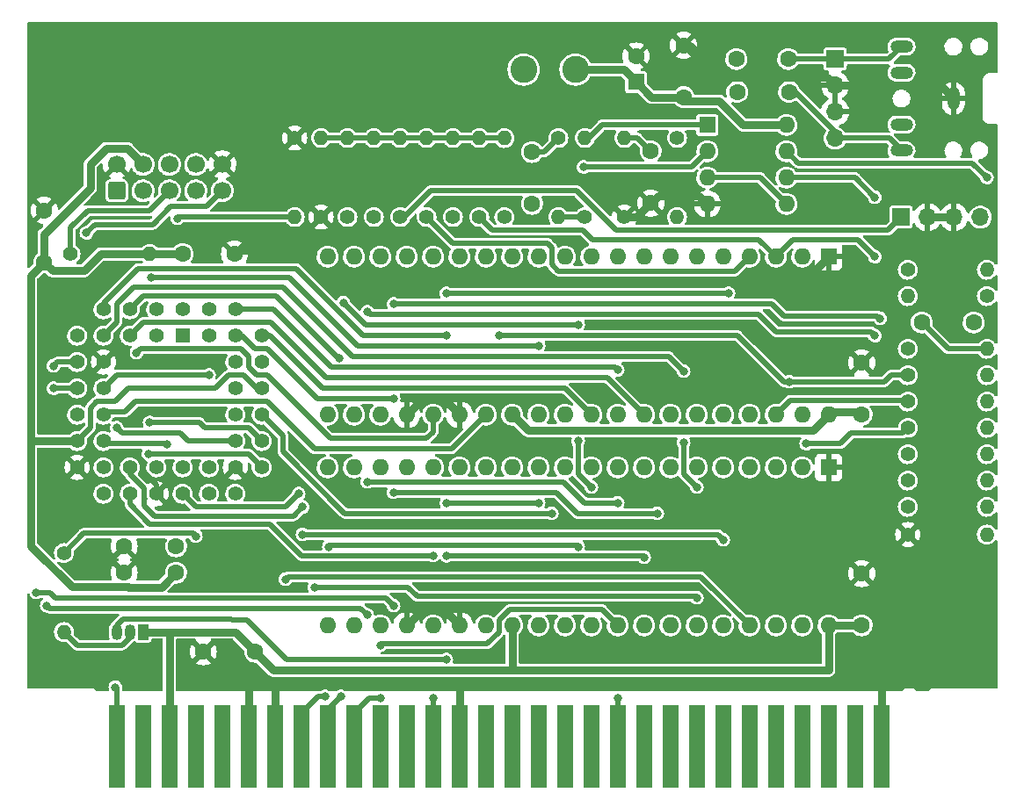
<source format=gbl>
%TF.GenerationSoftware,KiCad,Pcbnew,(6.0.8)*%
%TF.CreationDate,2022-11-06T06:38:11+07:00*%
%TF.ProjectId,TS_Ext_EPM3032,54535f45-7874-45f4-9550-4d333033322e,1.2*%
%TF.SameCoordinates,Original*%
%TF.FileFunction,Copper,L2,Bot*%
%TF.FilePolarity,Positive*%
%FSLAX46Y46*%
G04 Gerber Fmt 4.6, Leading zero omitted, Abs format (unit mm)*
G04 Created by KiCad (PCBNEW (6.0.8)) date 2022-11-06 06:38:11*
%MOMM*%
%LPD*%
G01*
G04 APERTURE LIST*
G04 Aperture macros list*
%AMRoundRect*
0 Rectangle with rounded corners*
0 $1 Rounding radius*
0 $2 $3 $4 $5 $6 $7 $8 $9 X,Y pos of 4 corners*
0 Add a 4 corners polygon primitive as box body*
4,1,4,$2,$3,$4,$5,$6,$7,$8,$9,$2,$3,0*
0 Add four circle primitives for the rounded corners*
1,1,$1+$1,$2,$3*
1,1,$1+$1,$4,$5*
1,1,$1+$1,$6,$7*
1,1,$1+$1,$8,$9*
0 Add four rect primitives between the rounded corners*
20,1,$1+$1,$2,$3,$4,$5,0*
20,1,$1+$1,$4,$5,$6,$7,0*
20,1,$1+$1,$6,$7,$8,$9,0*
20,1,$1+$1,$8,$9,$2,$3,0*%
G04 Aperture macros list end*
%TA.AperFunction,ComponentPad*%
%ADD10R,1.600000X1.600000*%
%TD*%
%TA.AperFunction,ComponentPad*%
%ADD11O,1.600000X1.600000*%
%TD*%
%TA.AperFunction,ComponentPad*%
%ADD12C,1.600000*%
%TD*%
%TA.AperFunction,ComponentPad*%
%ADD13R,1.050000X1.500000*%
%TD*%
%TA.AperFunction,ComponentPad*%
%ADD14O,1.050000X1.500000*%
%TD*%
%TA.AperFunction,ComponentPad*%
%ADD15C,1.400000*%
%TD*%
%TA.AperFunction,ComponentPad*%
%ADD16O,1.400000X1.400000*%
%TD*%
%TA.AperFunction,SMDPad,CuDef*%
%ADD17R,1.600000X8.000000*%
%TD*%
%TA.AperFunction,ComponentPad*%
%ADD18R,1.422400X1.422400*%
%TD*%
%TA.AperFunction,ComponentPad*%
%ADD19C,1.422400*%
%TD*%
%TA.AperFunction,ComponentPad*%
%ADD20O,2.200000X1.200000*%
%TD*%
%TA.AperFunction,ComponentPad*%
%ADD21O,1.200000X2.200000*%
%TD*%
%TA.AperFunction,ComponentPad*%
%ADD22RoundRect,0.250000X0.600000X-0.600000X0.600000X0.600000X-0.600000X0.600000X-0.600000X-0.600000X0*%
%TD*%
%TA.AperFunction,ComponentPad*%
%ADD23C,1.700000*%
%TD*%
%TA.AperFunction,ComponentPad*%
%ADD24C,2.600000*%
%TD*%
%TA.AperFunction,ComponentPad*%
%ADD25R,1.700000X1.700000*%
%TD*%
%TA.AperFunction,ComponentPad*%
%ADD26O,1.700000X1.700000*%
%TD*%
%TA.AperFunction,ViaPad*%
%ADD27C,0.800000*%
%TD*%
%TA.AperFunction,ViaPad*%
%ADD28C,1.000000*%
%TD*%
%TA.AperFunction,Conductor*%
%ADD29C,0.508000*%
%TD*%
%TA.AperFunction,Conductor*%
%ADD30C,0.762000*%
%TD*%
G04 APERTURE END LIST*
D10*
%TO.P,U4,1,VSS*%
%TO.N,GND*%
X105410000Y-68580000D03*
D11*
%TO.P,U4,2,NC*%
%TO.N,unconnected-(U4-Pad2)*%
X102870000Y-68580000D03*
%TO.P,U4,3,B*%
%TO.N,/YM_1_B*%
X100330000Y-68580000D03*
%TO.P,U4,4,A*%
%TO.N,/YM_1_A*%
X97790000Y-68580000D03*
%TO.P,U4,5,NC*%
%TO.N,unconnected-(U4-Pad5)*%
X95250000Y-68580000D03*
%TO.P,U4,6,IOB7*%
%TO.N,unconnected-(U4-Pad6)*%
X92710000Y-68580000D03*
%TO.P,U4,7,IOB6*%
%TO.N,unconnected-(U4-Pad7)*%
X90170000Y-68580000D03*
%TO.P,U4,8,IOB5*%
%TO.N,unconnected-(U4-Pad8)*%
X87630000Y-68580000D03*
%TO.P,U4,9,IOB4*%
%TO.N,unconnected-(U4-Pad9)*%
X85090000Y-68580000D03*
%TO.P,U4,10,IOB3*%
%TO.N,unconnected-(U4-Pad10)*%
X82550000Y-68580000D03*
%TO.P,U4,11,IOB2*%
%TO.N,unconnected-(U4-Pad11)*%
X80010000Y-68580000D03*
%TO.P,U4,12,IOB1*%
%TO.N,unconnected-(U4-Pad12)*%
X77470000Y-68580000D03*
%TO.P,U4,13,IOB0*%
%TO.N,unconnected-(U4-Pad13)*%
X74930000Y-68580000D03*
%TO.P,U4,14,IOA7*%
%TO.N,unconnected-(U4-Pad14)*%
X72390000Y-68580000D03*
%TO.P,U4,15,IOA6*%
%TO.N,unconnected-(U4-Pad15)*%
X69850000Y-68580000D03*
%TO.P,U4,16,IOA5*%
%TO.N,unconnected-(U4-Pad16)*%
X67310000Y-68580000D03*
%TO.P,U4,17,IOA4*%
%TO.N,unconnected-(U4-Pad17)*%
X64770000Y-68580000D03*
%TO.P,U4,18,IOA3*%
%TO.N,unconnected-(U4-Pad18)*%
X62230000Y-68580000D03*
%TO.P,U4,19,IOA2*%
%TO.N,unconnected-(U4-Pad19)*%
X59690000Y-68580000D03*
%TO.P,U4,20,IOA1*%
%TO.N,unconnected-(U4-Pad20)*%
X57150000Y-68580000D03*
%TO.P,U4,21,IOA0*%
%TO.N,unconnected-(U4-Pad21)*%
X57150000Y-83820000D03*
%TO.P,U4,22,CLOCK*%
%TO.N,/CLK350*%
X59690000Y-83820000D03*
%TO.P,U4,23,~{RESET}*%
%TO.N,/~{RESET}*%
X62230000Y-83820000D03*
%TO.P,U4,24,~{A9}*%
%TO.N,GND*%
X64770000Y-83820000D03*
%TO.P,U4,25,A8*%
%TO.N,/A8_1*%
X67310000Y-83820000D03*
%TO.P,U4,26,~{SEL}*%
%TO.N,GND*%
X69850000Y-83820000D03*
%TO.P,U4,27,BDIR*%
%TO.N,/BDIR*%
X72390000Y-83820000D03*
%TO.P,U4,28,BC2*%
%TO.N,+5V*%
X74930000Y-83820000D03*
%TO.P,U4,29,BC1*%
%TO.N,/BC1*%
X77470000Y-83820000D03*
%TO.P,U4,30,DA7*%
%TO.N,/D7*%
X80010000Y-83820000D03*
%TO.P,U4,31,DA6*%
%TO.N,/D6*%
X82550000Y-83820000D03*
%TO.P,U4,32,DA5*%
%TO.N,/D5*%
X85090000Y-83820000D03*
%TO.P,U4,33,DA4*%
%TO.N,/D4*%
X87630000Y-83820000D03*
%TO.P,U4,34,DA3*%
%TO.N,/D3*%
X90170000Y-83820000D03*
%TO.P,U4,35,DA2*%
%TO.N,/D2*%
X92710000Y-83820000D03*
%TO.P,U4,36,DA1*%
%TO.N,/D1*%
X95250000Y-83820000D03*
%TO.P,U4,37,DA0*%
%TO.N,/D0*%
X97790000Y-83820000D03*
%TO.P,U4,38,C*%
%TO.N,/YM_1_C*%
X100330000Y-83820000D03*
%TO.P,U4,39,TEST1*%
%TO.N,unconnected-(U4-Pad39)*%
X102870000Y-83820000D03*
%TO.P,U4,40,VCC*%
%TO.N,+5V*%
X105410000Y-83820000D03*
%TD*%
D10*
%TO.P,U3,1,VSS*%
%TO.N,GND*%
X105410000Y-48260000D03*
D11*
%TO.P,U3,2,NC*%
%TO.N,unconnected-(U3-Pad2)*%
X102870000Y-48260000D03*
%TO.P,U3,3,B*%
%TO.N,/YM_0_B*%
X100330000Y-48260000D03*
%TO.P,U3,4,A*%
%TO.N,/YM_0_A*%
X97790000Y-48260000D03*
%TO.P,U3,5,NC*%
%TO.N,unconnected-(U3-Pad5)*%
X95250000Y-48260000D03*
%TO.P,U3,6,IOB7*%
%TO.N,unconnected-(U3-Pad6)*%
X92710000Y-48260000D03*
%TO.P,U3,7,IOB6*%
%TO.N,unconnected-(U3-Pad7)*%
X90170000Y-48260000D03*
%TO.P,U3,8,IOB5*%
%TO.N,unconnected-(U3-Pad8)*%
X87630000Y-48260000D03*
%TO.P,U3,9,IOB4*%
%TO.N,unconnected-(U3-Pad9)*%
X85090000Y-48260000D03*
%TO.P,U3,10,IOB3*%
%TO.N,unconnected-(U3-Pad10)*%
X82550000Y-48260000D03*
%TO.P,U3,11,IOB2*%
%TO.N,unconnected-(U3-Pad11)*%
X80010000Y-48260000D03*
%TO.P,U3,12,IOB1*%
%TO.N,unconnected-(U3-Pad12)*%
X77470000Y-48260000D03*
%TO.P,U3,13,IOB0*%
%TO.N,unconnected-(U3-Pad13)*%
X74930000Y-48260000D03*
%TO.P,U3,14,IOA7*%
%TO.N,unconnected-(U3-Pad14)*%
X72390000Y-48260000D03*
%TO.P,U3,15,IOA6*%
%TO.N,unconnected-(U3-Pad15)*%
X69850000Y-48260000D03*
%TO.P,U3,16,IOA5*%
%TO.N,unconnected-(U3-Pad16)*%
X67310000Y-48260000D03*
%TO.P,U3,17,IOA4*%
%TO.N,unconnected-(U3-Pad17)*%
X64770000Y-48260000D03*
%TO.P,U3,18,IOA3*%
%TO.N,unconnected-(U3-Pad18)*%
X62230000Y-48260000D03*
%TO.P,U3,19,IOA2*%
%TO.N,unconnected-(U3-Pad19)*%
X59690000Y-48260000D03*
%TO.P,U3,20,IOA1*%
%TO.N,unconnected-(U3-Pad20)*%
X57150000Y-48260000D03*
%TO.P,U3,21,IOA0*%
%TO.N,unconnected-(U3-Pad21)*%
X57150000Y-63500000D03*
%TO.P,U3,22,CLOCK*%
%TO.N,/CLK350*%
X59690000Y-63500000D03*
%TO.P,U3,23,~{RESET}*%
%TO.N,/~{RESET}*%
X62230000Y-63500000D03*
%TO.P,U3,24,~{A9}*%
%TO.N,GND*%
X64770000Y-63500000D03*
%TO.P,U3,25,A8*%
%TO.N,/A8_0*%
X67310000Y-63500000D03*
%TO.P,U3,26,~{SEL}*%
%TO.N,GND*%
X69850000Y-63500000D03*
%TO.P,U3,27,BDIR*%
%TO.N,/BDIR*%
X72390000Y-63500000D03*
%TO.P,U3,28,BC2*%
%TO.N,+5V*%
X74930000Y-63500000D03*
%TO.P,U3,29,BC1*%
%TO.N,/BC1*%
X77470000Y-63500000D03*
%TO.P,U3,30,DA7*%
%TO.N,/D7*%
X80010000Y-63500000D03*
%TO.P,U3,31,DA6*%
%TO.N,/D6*%
X82550000Y-63500000D03*
%TO.P,U3,32,DA5*%
%TO.N,/D5*%
X85090000Y-63500000D03*
%TO.P,U3,33,DA4*%
%TO.N,/D4*%
X87630000Y-63500000D03*
%TO.P,U3,34,DA3*%
%TO.N,/D3*%
X90170000Y-63500000D03*
%TO.P,U3,35,DA2*%
%TO.N,/D2*%
X92710000Y-63500000D03*
%TO.P,U3,36,DA1*%
%TO.N,/D1*%
X95250000Y-63500000D03*
%TO.P,U3,37,DA0*%
%TO.N,/D0*%
X97790000Y-63500000D03*
%TO.P,U3,38,C*%
%TO.N,/YM_0_C*%
X100330000Y-63500000D03*
%TO.P,U3,39,TEST1*%
%TO.N,unconnected-(U3-Pad39)*%
X102870000Y-63500000D03*
%TO.P,U3,40,VCC*%
%TO.N,+5V*%
X105410000Y-63500000D03*
%TD*%
D12*
%TO.P,C4,2*%
%TO.N,GND*%
X108585000Y-78820000D03*
%TO.P,C4,1*%
%TO.N,+5V*%
X108585000Y-83820000D03*
%TD*%
D13*
%TO.P,Q1,1,C*%
%TO.N,+5V*%
X39370000Y-84455000D03*
D14*
%TO.P,Q1,2,B*%
%TO.N,Net-(Q1-Pad2)*%
X38100000Y-84455000D03*
%TO.P,Q1,3,E*%
%TO.N,/~{IORQGE}*%
X36830000Y-84455000D03*
%TD*%
D15*
%TO.P,R21,1*%
%TO.N,/VCCA*%
X90805000Y-36830000D03*
D16*
%TO.P,R21,2*%
%TO.N,Net-(C12-Pad1)*%
X90805000Y-44450000D03*
%TD*%
D17*
%TO.P,J3,b1,Pin_b1*%
%TO.N,/A14*%
X36830000Y-95478600D03*
%TO.P,J3,b2,Pin_b2*%
%TO.N,unconnected-(J3-Padb2)*%
X39370000Y-95478600D03*
%TO.P,J3,b3,Pin_b3*%
%TO.N,+5V*%
X41910000Y-95478600D03*
%TO.P,J3,b4,Pin_b4*%
%TO.N,unconnected-(J3-Padb4)*%
X44450000Y-95478600D03*
%TO.P,J3,b5,Pin_b5*%
%TO.N,unconnected-(J3-Padb5)*%
X46990000Y-95478600D03*
%TO.P,J3,b6,Pin_b6*%
%TO.N,GND*%
X49530000Y-95478600D03*
%TO.P,J3,b7,Pin_b7*%
X52070000Y-95478600D03*
%TO.P,J3,b8,Pin_b8*%
%TO.N,/CLK350*%
X54610000Y-95478600D03*
%TO.P,J3,b9,Pin_b9*%
%TO.N,/A0*%
X57150000Y-95478600D03*
%TO.P,J3,b10,Pin_b10*%
%TO.N,/A1*%
X59690000Y-95478600D03*
%TO.P,J3,b11,Pin_b11*%
%TO.N,unconnected-(J3-Padb11)*%
X62230000Y-95478600D03*
%TO.P,J3,b12,Pin_b12*%
%TO.N,unconnected-(J3-Padb12)*%
X64770000Y-95478600D03*
%TO.P,J3,b13,Pin_b13*%
%TO.N,/~{IORQGE}*%
X67310000Y-95478600D03*
%TO.P,J3,b14,Pin_b14*%
%TO.N,GND*%
X69850000Y-95478600D03*
%TO.P,J3,b15,Pin_b15*%
%TO.N,/~{RDR}*%
X72390000Y-95478600D03*
%TO.P,J3,b16,Pin_b16*%
%TO.N,unconnected-(J3-Padb16)*%
X74930000Y-95478600D03*
%TO.P,J3,b17,Pin_b17*%
%TO.N,unconnected-(J3-Padb17)*%
X77470000Y-95478600D03*
%TO.P,J3,b18,Pin_b18*%
%TO.N,unconnected-(J3-Padb18)*%
X80010000Y-95478600D03*
%TO.P,J3,b19,Pin_b19*%
%TO.N,unconnected-(J3-Padb19)*%
X82550000Y-95478600D03*
%TO.P,J3,b20,Pin_b20*%
%TO.N,/~{RESET}*%
X85090000Y-95478600D03*
%TO.P,J3,b21,Pin_b21*%
%TO.N,unconnected-(J3-Padb21)*%
X87630000Y-95478600D03*
%TO.P,J3,b22,Pin_b22*%
%TO.N,unconnected-(J3-Padb22)*%
X90170000Y-95478600D03*
%TO.P,J3,b23,Pin_b23*%
%TO.N,unconnected-(J3-Padb23)*%
X92710000Y-95478600D03*
%TO.P,J3,b24,Pin_b24*%
%TO.N,unconnected-(J3-Padb24)*%
X95250000Y-95478600D03*
%TO.P,J3,b25,Pin_b25*%
%TO.N,unconnected-(J3-Padb25)*%
X97790000Y-95478600D03*
%TO.P,J3,b26,Pin_b26*%
%TO.N,unconnected-(J3-Padb26)*%
X100330000Y-95478600D03*
%TO.P,J3,b27,Pin_b27*%
%TO.N,unconnected-(J3-Padb27)*%
X102870000Y-95478600D03*
%TO.P,J3,b28,Pin_b28*%
%TO.N,unconnected-(J3-Padb28)*%
X105410000Y-95478600D03*
%TO.P,J3,b29,Pin_b29*%
%TO.N,unconnected-(J3-Padb29)*%
X107950000Y-95478600D03*
%TO.P,J3,b30,Pin_b30*%
%TO.N,GND*%
X110490000Y-95478600D03*
%TD*%
D15*
%TO.P,R2,1*%
%TO.N,GND*%
X53975000Y-36830000D03*
D16*
%TO.P,R2,2*%
%TO.N,/TDO*%
X53975000Y-44450000D03*
%TD*%
D15*
%TO.P,R16,1*%
%TO.N,/TAPEOUT*%
X113030000Y-72390000D03*
D16*
%TO.P,R16,2*%
%TO.N,Net-(C11-Pad2)*%
X120650000Y-72390000D03*
%TD*%
D18*
%TO.P,U1,1,I/GCLRn*%
%TO.N,unconnected-(U1-Pad1)*%
X43180000Y-55880000D03*
D19*
%TO.P,U1,2,I/OE2*%
%TO.N,unconnected-(U1-Pad2)*%
X40640000Y-53340000D03*
%TO.P,U1,3,VCCINT*%
%TO.N,+3.3V*%
X40640000Y-55880000D03*
%TO.P,U1,4,IO*%
%TO.N,/~{RESET}*%
X38100000Y-53340000D03*
%TO.P,U1,5,IO*%
%TO.N,/D4*%
X38100000Y-55880000D03*
%TO.P,U1,6,IO*%
%TO.N,/~{IORQ}*%
X35560000Y-53340000D03*
%TO.P,U1,7,TDI*%
%TO.N,/TDI*%
X33020000Y-55880000D03*
%TO.P,U1,8,IO*%
%TO.N,/~{M1}*%
X35560000Y-55880000D03*
%TO.P,U1,9,IO*%
%TO.N,/A1*%
X33020000Y-58420000D03*
%TO.P,U1,10,GNDIO*%
%TO.N,GND*%
X35560000Y-58420000D03*
%TO.P,U1,11,IO*%
%TO.N,/A0*%
X33020000Y-60960000D03*
%TO.P,U1,12,IO*%
%TO.N,/~{WR}*%
X35560000Y-60960000D03*
%TO.P,U1,13,TMS*%
%TO.N,/TMS*%
X33020000Y-63500000D03*
%TO.P,U1,14,IO*%
%TO.N,/BDIR*%
X35560000Y-63500000D03*
%TO.P,U1,15,VCCIO*%
%TO.N,+3.3V*%
X33020000Y-66040000D03*
%TO.P,U1,16,IO*%
%TO.N,/BC1*%
X35560000Y-66040000D03*
%TO.P,U1,17,GNDIO*%
%TO.N,GND*%
X33020000Y-68580000D03*
%TO.P,U1,18,IO*%
%TO.N,unconnected-(U1-Pad18)*%
X35560000Y-71120000D03*
%TO.P,U1,19,IO*%
%TO.N,/A8_0*%
X35560000Y-68580000D03*
%TO.P,U1,20,IO*%
%TO.N,/A8_1*%
X38100000Y-71120000D03*
%TO.P,U1,21,IO*%
%TO.N,/BEEPER*%
X38100000Y-68580000D03*
%TO.P,U1,22,GNDINT*%
%TO.N,GND*%
X40640000Y-71120000D03*
%TO.P,U1,23,VCCINT*%
%TO.N,+3.3V*%
X40640000Y-68580000D03*
%TO.P,U1,24,IO*%
%TO.N,/TAPEOUT*%
X43180000Y-71120000D03*
%TO.P,U1,25,IO*%
%TO.N,unconnected-(U1-Pad25)*%
X43180000Y-68580000D03*
%TO.P,U1,26,IO*%
%TO.N,unconnected-(U1-Pad26)*%
X45720000Y-71120000D03*
%TO.P,U1,27,IO*%
%TO.N,/~{IORQGE33}*%
X45720000Y-68580000D03*
%TO.P,U1,28,IO*%
%TO.N,unconnected-(U1-Pad28)*%
X48260000Y-71120000D03*
%TO.P,U1,29,IO*%
%TO.N,/A14*%
X50800000Y-68580000D03*
%TO.P,U1,30,GNDIO*%
%TO.N,GND*%
X48260000Y-68580000D03*
%TO.P,U1,31,IO*%
%TO.N,/A15*%
X50800000Y-66040000D03*
%TO.P,U1,32,TCK*%
%TO.N,/TCK*%
X48260000Y-66040000D03*
%TO.P,U1,33,IO*%
%TO.N,/D7*%
X50800000Y-63500000D03*
%TO.P,U1,34,IO*%
%TO.N,/D0*%
X48260000Y-63500000D03*
%TO.P,U1,35,VCCIO*%
%TO.N,+3.3V*%
X50800000Y-60960000D03*
%TO.P,U1,36,GNDIO*%
%TO.N,GND*%
X48260000Y-60960000D03*
%TO.P,U1,37,IO*%
%TO.N,unconnected-(U1-Pad37)*%
X50800000Y-58420000D03*
%TO.P,U1,38,TDO*%
%TO.N,/TDO*%
X48260000Y-58420000D03*
%TO.P,U1,39,IO*%
%TO.N,/D6*%
X50800000Y-55880000D03*
%TO.P,U1,40,IO*%
%TO.N,/D5*%
X48260000Y-53340000D03*
%TO.P,U1,41,IO*%
%TO.N,/D3*%
X48260000Y-55880000D03*
%TO.P,U1,42,GNDINT*%
%TO.N,GND*%
X45720000Y-53340000D03*
%TO.P,U1,43,I/GCLK1*%
%TO.N,unconnected-(U1-Pad43)*%
X45720000Y-55880000D03*
%TO.P,U1,44,I/OE1*%
%TO.N,unconnected-(U1-Pad44)*%
X43180000Y-53340000D03*
%TD*%
D15*
%TO.P,R22,1*%
%TO.N,GND*%
X85725000Y-44450000D03*
D16*
%TO.P,R22,2*%
%TO.N,Net-(C12-Pad1)*%
X85725000Y-36830000D03*
%TD*%
D12*
%TO.P,C8,1*%
%TO.N,+3.3V*%
X29845000Y-48815000D03*
%TO.P,C8,2*%
%TO.N,GND*%
X29845000Y-43815000D03*
%TD*%
D15*
%TO.P,R25,1*%
%TO.N,/~{IORQGE33}*%
X31750000Y-76835000D03*
D16*
%TO.P,R25,2*%
%TO.N,Net-(Q1-Pad2)*%
X31750000Y-84455000D03*
%TD*%
D10*
%TO.P,U5,1*%
%TO.N,Net-(C13-Pad1)*%
X93726000Y-35560000D03*
D11*
%TO.P,U5,2,-*%
%TO.N,Net-(R19-Pad2)*%
X93726000Y-38100000D03*
%TO.P,U5,3,+*%
%TO.N,Net-(C12-Pad1)*%
X93726000Y-40640000D03*
%TO.P,U5,4,V-*%
%TO.N,GND*%
X93726000Y-43180000D03*
%TO.P,U5,5,+*%
%TO.N,Net-(C12-Pad1)*%
X101346000Y-43180000D03*
%TO.P,U5,6,-*%
%TO.N,Net-(R20-Pad2)*%
X101346000Y-40640000D03*
%TO.P,U5,7*%
%TO.N,Net-(C14-Pad2)*%
X101346000Y-38100000D03*
%TO.P,U5,8,V+*%
%TO.N,/VCCA*%
X101346000Y-35560000D03*
%TD*%
D20*
%TO.P,J5,TN*%
%TO.N,unconnected-(J5-PadTN)*%
X112420000Y-30520000D03*
%TO.P,J5,T*%
%TO.N,/LOUT*%
X112420000Y-28020000D03*
D21*
%TO.P,J5,S*%
%TO.N,GND*%
X117420000Y-33020000D03*
D20*
%TO.P,J5,RN*%
%TO.N,unconnected-(J5-PadRN)*%
X112420000Y-35520000D03*
%TO.P,J5,R*%
%TO.N,/ROUT*%
X112420000Y-38020000D03*
%TD*%
D22*
%TO.P,J1,1,Pin_1*%
%TO.N,/TCK*%
X36830000Y-41910000D03*
D23*
%TO.P,J1,2,Pin_2*%
%TO.N,GND*%
X36830000Y-39370000D03*
%TO.P,J1,3,Pin_3*%
%TO.N,/TDO*%
X39370000Y-41910000D03*
%TO.P,J1,4,Pin_4*%
%TO.N,+3.3V*%
X39370000Y-39370000D03*
%TO.P,J1,5,Pin_5*%
%TO.N,/TMS*%
X41910000Y-41910000D03*
%TO.P,J1,6,Pin_6*%
%TO.N,unconnected-(J1-Pad6)*%
X41910000Y-39370000D03*
%TO.P,J1,7,Pin_7*%
%TO.N,unconnected-(J1-Pad7)*%
X44450000Y-41910000D03*
%TO.P,J1,8,Pin_8*%
%TO.N,unconnected-(J1-Pad8)*%
X44450000Y-39370000D03*
%TO.P,J1,9,Pin_9*%
%TO.N,/TDI*%
X46990000Y-41910000D03*
%TO.P,J1,10,Pin_10*%
%TO.N,GND*%
X46990000Y-39370000D03*
%TD*%
D15*
%TO.P,R24,1*%
%TO.N,Net-(R20-Pad2)*%
X113030000Y-49530000D03*
D16*
%TO.P,R24,2*%
%TO.N,Net-(C14-Pad2)*%
X120650000Y-49530000D03*
%TD*%
D24*
%TO.P,L1,1,1*%
%TO.N,/VCCA*%
X81026000Y-30226000D03*
%TO.P,L1,2,2*%
%TO.N,+5V*%
X76026000Y-30226000D03*
%TD*%
D15*
%TO.P,R11,1*%
%TO.N,/YM_1_B*%
X113030000Y-59690000D03*
D16*
%TO.P,R11,2*%
%TO.N,Net-(C11-Pad2)*%
X120650000Y-59690000D03*
%TD*%
D25*
%TO.P,J4,1,Pin_1*%
%TO.N,/LOUT*%
X106045000Y-29220000D03*
D26*
%TO.P,J4,2,Pin_2*%
%TO.N,GND*%
X106045000Y-31760000D03*
%TO.P,J4,3,Pin_3*%
X106045000Y-34300000D03*
%TO.P,J4,4,Pin_4*%
%TO.N,/ROUT*%
X106045000Y-36840000D03*
%TD*%
D12*
%TO.P,C5,1*%
%TO.N,+5V*%
X50165000Y-86360000D03*
%TO.P,C5,2*%
%TO.N,GND*%
X45165000Y-86360000D03*
%TD*%
D10*
%TO.P,C1,1*%
%TO.N,/VCCA*%
X86868000Y-31431113D03*
D12*
%TO.P,C1,2*%
%TO.N,GND*%
X86868000Y-28931113D03*
%TD*%
D15*
%TO.P,R8,1*%
%TO.N,/YM_0_B*%
X71755000Y-44450000D03*
D16*
%TO.P,R8,2*%
%TO.N,Net-(C10-Pad1)*%
X71755000Y-36830000D03*
%TD*%
D15*
%TO.P,R12,1*%
%TO.N,/YM_0_C*%
X113030000Y-62230000D03*
D16*
%TO.P,R12,2*%
%TO.N,Net-(C11-Pad2)*%
X120650000Y-62230000D03*
%TD*%
D15*
%TO.P,R13,1*%
%TO.N,/YM_1_C*%
X113030000Y-64770000D03*
D16*
%TO.P,R13,2*%
%TO.N,Net-(C11-Pad2)*%
X120650000Y-64770000D03*
%TD*%
D12*
%TO.P,C6,1*%
%TO.N,+3.3V*%
X42545000Y-78740000D03*
%TO.P,C6,2*%
%TO.N,GND*%
X37545000Y-78740000D03*
%TD*%
%TO.P,C9,1*%
%TO.N,+3.3V*%
X42545000Y-76200000D03*
%TO.P,C9,2*%
%TO.N,GND*%
X37545000Y-76200000D03*
%TD*%
D15*
%TO.P,R18,1*%
%TO.N,GND*%
X56515000Y-44450000D03*
D16*
%TO.P,R18,2*%
%TO.N,Net-(C10-Pad1)*%
X56515000Y-36830000D03*
%TD*%
D15*
%TO.P,R15,1*%
%TO.N,/BEEPER*%
X113030000Y-69850000D03*
D16*
%TO.P,R15,2*%
%TO.N,Net-(C11-Pad2)*%
X120650000Y-69850000D03*
%TD*%
D12*
%TO.P,C7,1*%
%TO.N,+3.3V*%
X43180000Y-48006000D03*
%TO.P,C7,2*%
%TO.N,GND*%
X48180000Y-48006000D03*
%TD*%
%TO.P,C12,1*%
%TO.N,Net-(C12-Pad1)*%
X88265000Y-38100000D03*
%TO.P,C12,2*%
%TO.N,GND*%
X88265000Y-43100000D03*
%TD*%
D15*
%TO.P,R9,1*%
%TO.N,/YM_1_B*%
X74168000Y-44450000D03*
D16*
%TO.P,R9,2*%
%TO.N,Net-(C10-Pad1)*%
X74168000Y-36830000D03*
%TD*%
D15*
%TO.P,R7,1*%
%TO.N,/YM_1_A*%
X69215000Y-44450000D03*
D16*
%TO.P,R7,2*%
%TO.N,Net-(C10-Pad1)*%
X69215000Y-36830000D03*
%TD*%
D15*
%TO.P,R6,1*%
%TO.N,/YM_0_A*%
X66675000Y-44450000D03*
D16*
%TO.P,R6,2*%
%TO.N,Net-(C10-Pad1)*%
X66675000Y-36830000D03*
%TD*%
D12*
%TO.P,C2,1*%
%TO.N,/VCCA*%
X91440000Y-32893000D03*
%TO.P,C2,2*%
%TO.N,GND*%
X91440000Y-27893000D03*
%TD*%
%TO.P,C11,1*%
%TO.N,Net-(C11-Pad1)*%
X119380000Y-54610000D03*
%TO.P,C11,2*%
%TO.N,Net-(C11-Pad2)*%
X114380000Y-54610000D03*
%TD*%
D15*
%TO.P,R14,1*%
%TO.N,/CDINR*%
X113030000Y-67310000D03*
D16*
%TO.P,R14,2*%
%TO.N,Net-(C11-Pad2)*%
X120650000Y-67310000D03*
%TD*%
D15*
%TO.P,R4,1*%
%TO.N,/BEEPER*%
X61595000Y-44450000D03*
D16*
%TO.P,R4,2*%
%TO.N,Net-(C10-Pad1)*%
X61595000Y-36830000D03*
%TD*%
D12*
%TO.P,C3,1*%
%TO.N,+5V*%
X108585000Y-63500000D03*
%TO.P,C3,2*%
%TO.N,GND*%
X108585000Y-58500000D03*
%TD*%
D15*
%TO.P,R23,1*%
%TO.N,Net-(R19-Pad2)*%
X81915000Y-44450000D03*
D16*
%TO.P,R23,2*%
%TO.N,Net-(C13-Pad1)*%
X81915000Y-36830000D03*
%TD*%
D15*
%TO.P,R10,1*%
%TO.N,/YM_0_B*%
X113030000Y-57150000D03*
D16*
%TO.P,R10,2*%
%TO.N,Net-(C11-Pad2)*%
X120650000Y-57150000D03*
%TD*%
D12*
%TO.P,C13,1*%
%TO.N,Net-(C13-Pad1)*%
X96520000Y-29210000D03*
%TO.P,C13,2*%
%TO.N,/LOUT*%
X101520000Y-29210000D03*
%TD*%
D25*
%TO.P,J2,1,Pin_1*%
%TO.N,/CDINL*%
X112395000Y-44450000D03*
D26*
%TO.P,J2,2,Pin_2*%
%TO.N,GND*%
X114935000Y-44450000D03*
%TO.P,J2,3,Pin_3*%
X117475000Y-44450000D03*
%TO.P,J2,4,Pin_4*%
%TO.N,/CDINR*%
X120015000Y-44450000D03*
%TD*%
D15*
%TO.P,R3,1*%
%TO.N,/TAPEOUT*%
X59055000Y-44450000D03*
D16*
%TO.P,R3,2*%
%TO.N,Net-(C10-Pad1)*%
X59055000Y-36830000D03*
%TD*%
D15*
%TO.P,R17,1*%
%TO.N,GND*%
X113030000Y-75057000D03*
D16*
%TO.P,R17,2*%
%TO.N,Net-(C11-Pad2)*%
X120650000Y-75057000D03*
%TD*%
D15*
%TO.P,R1,1*%
%TO.N,/TMS*%
X32385000Y-48006000D03*
D16*
%TO.P,R1,2*%
%TO.N,+3.3V*%
X40005000Y-48006000D03*
%TD*%
D12*
%TO.P,C14,1*%
%TO.N,/ROUT*%
X101600000Y-32385000D03*
%TO.P,C14,2*%
%TO.N,Net-(C14-Pad2)*%
X96600000Y-32385000D03*
%TD*%
D15*
%TO.P,R5,1*%
%TO.N,/CDINL*%
X64135000Y-44450000D03*
D16*
%TO.P,R5,2*%
%TO.N,Net-(C10-Pad1)*%
X64135000Y-36830000D03*
%TD*%
D15*
%TO.P,R20,1*%
%TO.N,Net-(C11-Pad1)*%
X120650000Y-52070000D03*
D16*
%TO.P,R20,2*%
%TO.N,Net-(R20-Pad2)*%
X113030000Y-52070000D03*
%TD*%
D15*
%TO.P,R19,1*%
%TO.N,Net-(C10-Pad2)*%
X79375000Y-36830000D03*
D16*
%TO.P,R19,2*%
%TO.N,Net-(R19-Pad2)*%
X79375000Y-44450000D03*
%TD*%
D12*
%TO.P,C10,1*%
%TO.N,Net-(C10-Pad1)*%
X76835000Y-43180000D03*
%TO.P,C10,2*%
%TO.N,Net-(C10-Pad2)*%
X76835000Y-38180000D03*
%TD*%
D27*
%TO.N,/YM_1_B*%
X101600000Y-60325000D03*
%TO.N,GND*%
X110490000Y-89535000D03*
X70485000Y-43180000D03*
X40640000Y-29210000D03*
X99060000Y-80645000D03*
X81280000Y-86360000D03*
X91440000Y-86360000D03*
X66040000Y-72136000D03*
X40640000Y-34290000D03*
X62230000Y-71882000D03*
X71120000Y-29210000D03*
X71120000Y-39370000D03*
X102870000Y-80645000D03*
X119380000Y-73660000D03*
X83185000Y-61468000D03*
X62230000Y-51689000D03*
X119380000Y-58420000D03*
X46609000Y-63754000D03*
X40005000Y-58547000D03*
D28*
X46355000Y-89535000D03*
D27*
X30480000Y-34290000D03*
X56515000Y-73025000D03*
X60960000Y-34290000D03*
X50800000Y-29210000D03*
X99695000Y-26670000D03*
X30480000Y-29210000D03*
X93980000Y-59055000D03*
D28*
X64897000Y-50165000D03*
D27*
X59690000Y-71374000D03*
X88900000Y-86360000D03*
X39370000Y-88900000D03*
X101600000Y-86360000D03*
X114300000Y-80645000D03*
X30480000Y-87630000D03*
X99822000Y-30988000D03*
X114300000Y-68580000D03*
X62103000Y-46482000D03*
X99060000Y-43180000D03*
X96520000Y-36830000D03*
X60960000Y-29210000D03*
X37719000Y-58420000D03*
X119380000Y-50800000D03*
X50800000Y-34290000D03*
X60960000Y-39370000D03*
X79121000Y-56896000D03*
X73660000Y-86360000D03*
X90170000Y-70485000D03*
X104775000Y-51435000D03*
X96520000Y-86360000D03*
X71120000Y-34290000D03*
D28*
X64730773Y-89495773D03*
D27*
X104140000Y-57150000D03*
%TO.N,Net-(C14-Pad2)*%
X120650000Y-40640000D03*
%TO.N,/TCK*%
X36830000Y-64770000D03*
%TO.N,/TDO*%
X42672000Y-44577000D03*
%TO.N,/TDI*%
X33909000Y-45974000D03*
%TO.N,/~{IORQGE}*%
X68580000Y-87122000D03*
X67310000Y-90805000D03*
%TO.N,/TAPEOUT*%
X60960000Y-53594000D03*
X109855000Y-55880000D03*
X54356000Y-71120000D03*
%TO.N,/BEEPER*%
X110363000Y-54229000D03*
X54737000Y-72390000D03*
X63500000Y-52832000D03*
%TO.N,Net-(R19-Pad2)*%
X81788000Y-39624000D03*
%TO.N,Net-(R20-Pad2)*%
X109855000Y-42545000D03*
%TO.N,/~{RESET}*%
X60960000Y-69977000D03*
X85090000Y-90805000D03*
X58293000Y-58039000D03*
X85090000Y-72009000D03*
%TO.N,/D4*%
X68596000Y-77105000D03*
X87630000Y-77251500D03*
%TO.N,/~{IORQ}*%
X68596000Y-72025000D03*
X68580000Y-55880000D03*
X77470000Y-72009000D03*
%TO.N,/~{M1}*%
X91440000Y-59309000D03*
X92710000Y-70485000D03*
X91440000Y-66167000D03*
%TO.N,/A1*%
X62230000Y-90805000D03*
X63500000Y-81915000D03*
X29083000Y-80645000D03*
X30734000Y-58801000D03*
%TO.N,/A0*%
X30734000Y-60960000D03*
X58420000Y-90678000D03*
X30099000Y-81915000D03*
X60960000Y-82804000D03*
%TO.N,/~{WR}*%
X81280000Y-54864000D03*
X58674000Y-52705000D03*
X45720000Y-59690000D03*
X82550000Y-70485000D03*
X81280000Y-66040000D03*
%TO.N,/BC1*%
X40132000Y-50292000D03*
X41656000Y-66331500D03*
X77470000Y-56896000D03*
%TO.N,/A8_0*%
X38735000Y-57531000D03*
%TO.N,/A8_1*%
X67310000Y-77089000D03*
%TO.N,/A14*%
X36703000Y-89789000D03*
X39878000Y-67310000D03*
%TO.N,/A15*%
X40005000Y-64262000D03*
%TO.N,/D7*%
X78740000Y-73025000D03*
%TO.N,/D0*%
X53086000Y-79375000D03*
%TO.N,/D6*%
X81280000Y-76237500D03*
X57277000Y-76235500D03*
%TO.N,/D5*%
X85090000Y-59182000D03*
X62230000Y-85725000D03*
%TO.N,/D3*%
X63500000Y-70993000D03*
X88900000Y-73025000D03*
X63500000Y-61976000D03*
%TO.N,/CLK350*%
X56896000Y-90678000D03*
%TO.N,/D2*%
X92710000Y-81153000D03*
X55880000Y-80137000D03*
%TO.N,/D1*%
X54737000Y-75057000D03*
X95250000Y-75565000D03*
%TO.N,/YM_0_B*%
X109855000Y-48260000D03*
%TO.N,/YM_1_A*%
X68580000Y-51816000D03*
X95758000Y-51816000D03*
%TO.N,/YM_1_B*%
X73660000Y-55880000D03*
%TO.N,/YM_1_C*%
X103251000Y-66294000D03*
%TO.N,/~{IORQGE33}*%
X44450000Y-75219500D03*
%TD*%
D29*
%TO.N,/YM_1_A*%
X95758000Y-51816000D02*
X68580000Y-51816000D01*
%TO.N,/YM_1_B*%
X101600000Y-60325000D02*
X110781712Y-60325000D01*
X101092000Y-60325000D02*
X101600000Y-60325000D01*
%TO.N,/YM_0_A*%
X96393000Y-49657000D02*
X97790000Y-48260000D01*
X78740000Y-49022000D02*
X79375000Y-49657000D01*
X78740000Y-47371000D02*
X78740000Y-49022000D01*
X69231000Y-47006000D02*
X78375000Y-47006000D01*
X78375000Y-47006000D02*
X78740000Y-47371000D01*
X66675000Y-44450000D02*
X69231000Y-47006000D01*
X79375000Y-49657000D02*
X96393000Y-49657000D01*
%TO.N,/YM_0_B*%
X73025000Y-45720000D02*
X71755000Y-44450000D01*
X82613500Y-46609000D02*
X81724500Y-45720000D01*
X100330000Y-48260000D02*
X98679000Y-46609000D01*
X101981000Y-46609000D02*
X100330000Y-48260000D01*
X81724500Y-45720000D02*
X73025000Y-45720000D01*
X109855000Y-48260000D02*
X108204000Y-46609000D01*
X108204000Y-46609000D02*
X101981000Y-46609000D01*
X98679000Y-46609000D02*
X82613500Y-46609000D01*
D30*
%TO.N,/VCCA*%
X86868000Y-31431113D02*
X88329887Y-32893000D01*
X91440000Y-32893000D02*
X91821000Y-33274000D01*
X91821000Y-33274000D02*
X94869000Y-33274000D01*
X88329887Y-32893000D02*
X91440000Y-32893000D01*
X94869000Y-33274000D02*
X97165000Y-35570000D01*
X85662887Y-30226000D02*
X86868000Y-31431113D01*
X97165000Y-35570000D02*
X101336000Y-35570000D01*
X81026000Y-30226000D02*
X85662887Y-30226000D01*
%TO.N,GND*%
X68326000Y-61976000D02*
X69850000Y-63500000D01*
X110490000Y-89535000D02*
X110490000Y-95478600D01*
D29*
X33020000Y-68580000D02*
X34290000Y-67310000D01*
D30*
X110490000Y-89535000D02*
X69850000Y-89535000D01*
X64730773Y-89495773D02*
X64691546Y-89535000D01*
X99838000Y-31004000D02*
X105289000Y-31004000D01*
D29*
X41910000Y-69850000D02*
X46990000Y-69850000D01*
D30*
X64691546Y-89535000D02*
X52705000Y-89535000D01*
X116160000Y-31760000D02*
X117420000Y-33020000D01*
X64897000Y-50165000D02*
X65405000Y-50673000D01*
X66294000Y-82296000D02*
X68326000Y-82296000D01*
X105289000Y-31004000D02*
X106045000Y-31760000D01*
X48561000Y-47625000D02*
X48180000Y-48006000D01*
X64730773Y-89495773D02*
X64770000Y-89535000D01*
D29*
X40640000Y-70231000D02*
X40640000Y-71120000D01*
D30*
X99822000Y-30988000D02*
X99838000Y-31004000D01*
X49530000Y-89535000D02*
X49530000Y-95478600D01*
X114935000Y-44450000D02*
X117475000Y-44450000D01*
X85725000Y-44450000D02*
X86915000Y-44450000D01*
X86915000Y-44450000D02*
X88265000Y-43100000D01*
X64770000Y-63500000D02*
X66294000Y-61976000D01*
X64770000Y-89535000D02*
X69850000Y-89535000D01*
X49530000Y-89535000D02*
X52070000Y-89535000D01*
X47498000Y-89535000D02*
X49530000Y-89535000D01*
X66294000Y-61976000D02*
X68326000Y-61976000D01*
D29*
X40640000Y-71120000D02*
X41910000Y-69850000D01*
D30*
X93726000Y-43180000D02*
X92924000Y-42378000D01*
X52070000Y-95478600D02*
X52070000Y-89535000D01*
D29*
X38608000Y-67310000D02*
X39370000Y-68072000D01*
X46990000Y-69850000D02*
X48260000Y-68580000D01*
X39370000Y-68072000D02*
X39370000Y-68961000D01*
D30*
X65405000Y-50673000D02*
X102997000Y-50673000D01*
X54229000Y-47625000D02*
X48561000Y-47625000D01*
X68326000Y-82296000D02*
X69850000Y-83820000D01*
X47498000Y-89535000D02*
X46355000Y-89535000D01*
X88987000Y-42378000D02*
X88265000Y-43100000D01*
X106045000Y-31760000D02*
X116160000Y-31760000D01*
X69850000Y-95478600D02*
X69850000Y-89535000D01*
X64897000Y-50165000D02*
X56769000Y-50165000D01*
D29*
X34290000Y-67310000D02*
X38608000Y-67310000D01*
D30*
X92075000Y-27893000D02*
X95170000Y-30988000D01*
X92924000Y-42378000D02*
X88987000Y-42378000D01*
X64770000Y-83820000D02*
X66294000Y-82296000D01*
X102997000Y-50673000D02*
X105410000Y-48260000D01*
X95170000Y-30988000D02*
X99822000Y-30988000D01*
X91440000Y-27893000D02*
X92075000Y-27893000D01*
X56769000Y-50165000D02*
X54229000Y-47625000D01*
D29*
X39370000Y-68961000D02*
X40640000Y-70231000D01*
D30*
%TO.N,+5V*%
X51943000Y-88138000D02*
X74930000Y-88138000D01*
X105410000Y-88138000D02*
X105410000Y-83820000D01*
X74930000Y-63500000D02*
X76454000Y-65024000D01*
X103886000Y-65024000D02*
X105410000Y-63500000D01*
X41910000Y-84455000D02*
X39370000Y-84455000D01*
X74930000Y-83820000D02*
X74930000Y-88138000D01*
X50165000Y-86360000D02*
X51943000Y-88138000D01*
X50165000Y-86360000D02*
X48260000Y-84455000D01*
X48260000Y-84455000D02*
X39370000Y-84455000D01*
X41910000Y-95478600D02*
X41910000Y-84455000D01*
X74930000Y-88138000D02*
X105410000Y-88138000D01*
X108331000Y-63246000D02*
X105664000Y-63246000D01*
X76454000Y-65024000D02*
X103886000Y-65024000D01*
X105410000Y-83820000D02*
X108545000Y-83820000D01*
D29*
%TO.N,+3.3V*%
X50292000Y-60960000D02*
X49022000Y-59690000D01*
D30*
X32496000Y-80121000D02*
X28521000Y-76146000D01*
X37957000Y-80121000D02*
X32496000Y-80121000D01*
D29*
X34290000Y-64770000D02*
X33020000Y-66040000D01*
D30*
X37973000Y-80137000D02*
X37957000Y-80121000D01*
D29*
X46355000Y-60960000D02*
X37916868Y-60960000D01*
D30*
X34290000Y-39370000D02*
X35814000Y-37846000D01*
X29845000Y-46101000D02*
X34290000Y-41656000D01*
D29*
X37916868Y-60960000D02*
X36646868Y-62230000D01*
X34290000Y-62865000D02*
X34290000Y-64770000D01*
X49022000Y-59690000D02*
X47625000Y-59690000D01*
X50800000Y-60960000D02*
X50292000Y-60960000D01*
D30*
X35306000Y-48006000D02*
X33697001Y-49614999D01*
X30644999Y-49614999D02*
X29845000Y-48815000D01*
X35814000Y-37846000D02*
X37846000Y-37846000D01*
X28521000Y-76146000D02*
X28521000Y-66167000D01*
X29845000Y-48815000D02*
X29845000Y-46101000D01*
X33697001Y-49614999D02*
X30644999Y-49614999D01*
X41148000Y-80137000D02*
X37973000Y-80137000D01*
X42545000Y-78740000D02*
X41148000Y-80137000D01*
X40005000Y-48006000D02*
X35306000Y-48006000D01*
X28521000Y-66167000D02*
X28648000Y-66040000D01*
D29*
X34925000Y-62230000D02*
X34290000Y-62865000D01*
D30*
X28648000Y-66040000D02*
X33020000Y-66040000D01*
D29*
X36646868Y-62230000D02*
X34925000Y-62230000D01*
D30*
X34290000Y-41656000D02*
X34290000Y-39370000D01*
X37846000Y-37846000D02*
X39370000Y-39370000D01*
X29845000Y-48815000D02*
X28521000Y-50139000D01*
X43180000Y-48006000D02*
X40005000Y-48006000D01*
X28521000Y-50139000D02*
X28521000Y-66167000D01*
D29*
X47625000Y-59690000D02*
X46355000Y-60960000D01*
%TO.N,Net-(C11-Pad2)*%
X116920000Y-57150000D02*
X114380000Y-54610000D01*
X120650000Y-57150000D02*
X116920000Y-57150000D01*
%TO.N,Net-(C12-Pad1)*%
X85725000Y-36830000D02*
X86995000Y-36830000D01*
X86995000Y-36830000D02*
X88265000Y-38100000D01*
X98806000Y-40640000D02*
X101346000Y-43180000D01*
X93726000Y-40640000D02*
X98806000Y-40640000D01*
%TO.N,Net-(C13-Pad1)*%
X83556000Y-35570000D02*
X93716000Y-35570000D01*
X82296000Y-36830000D02*
X83556000Y-35570000D01*
%TO.N,/LOUT*%
X106045000Y-29220000D02*
X101530000Y-29220000D01*
X106045000Y-29220000D02*
X111220000Y-29220000D01*
X111220000Y-29220000D02*
X112420000Y-28020000D01*
%TO.N,/ROUT*%
X102235000Y-32385000D02*
X101600000Y-32385000D01*
X106045000Y-36840000D02*
X106045000Y-36195000D01*
X106045000Y-36840000D02*
X111240000Y-36840000D01*
X111240000Y-36840000D02*
X112420000Y-38020000D01*
X106045000Y-36195000D02*
X102235000Y-32385000D01*
%TO.N,Net-(C14-Pad2)*%
X119253000Y-39243000D02*
X102489000Y-39243000D01*
X102489000Y-39243000D02*
X101346000Y-38100000D01*
X120650000Y-40640000D02*
X119253000Y-39243000D01*
%TO.N,/TCK*%
X43688000Y-66040000D02*
X48260000Y-66040000D01*
X37338000Y-65278000D02*
X42926000Y-65278000D01*
X36830000Y-64770000D02*
X37338000Y-65278000D01*
X42926000Y-65278000D02*
X43688000Y-66040000D01*
%TO.N,/TDO*%
X42799000Y-44450000D02*
X53975000Y-44450000D01*
X42672000Y-44577000D02*
X42799000Y-44450000D01*
%TO.N,/TMS*%
X32385000Y-45466000D02*
X32385000Y-48006000D01*
X40005000Y-43815000D02*
X34036000Y-43815000D01*
X41910000Y-41910000D02*
X40005000Y-43815000D01*
X34036000Y-43815000D02*
X32385000Y-45466000D01*
%TO.N,/TDI*%
X45466000Y-43434000D02*
X46990000Y-41910000D01*
X33909000Y-45974000D02*
X34725000Y-45158000D01*
X34725000Y-45158000D02*
X40313000Y-45158000D01*
X42037000Y-43434000D02*
X45466000Y-43434000D01*
X40313000Y-45158000D02*
X42037000Y-43434000D01*
%TO.N,/CDINL*%
X111125000Y-45720000D02*
X84963000Y-45720000D01*
X112395000Y-44450000D02*
X111125000Y-45720000D01*
X81153000Y-41910000D02*
X67056000Y-41910000D01*
X84963000Y-45720000D02*
X81153000Y-41910000D01*
X67056000Y-41910000D02*
X64516000Y-44450000D01*
%TO.N,Net-(Q1-Pad2)*%
X31750000Y-84455000D02*
X33020000Y-85725000D01*
X38100000Y-84963000D02*
X38100000Y-84455000D01*
X33020000Y-85725000D02*
X37338000Y-85725000D01*
X37338000Y-85725000D02*
X38100000Y-84963000D01*
%TO.N,Net-(C10-Pad1)*%
X56515000Y-36830000D02*
X74168000Y-36830000D01*
%TO.N,/~{IORQGE}*%
X67310000Y-90805000D02*
X67310000Y-95478600D01*
X49349000Y-83258000D02*
X47966737Y-83258000D01*
X47966737Y-83258000D02*
X47893737Y-83185000D01*
X68580000Y-87122000D02*
X53213000Y-87122000D01*
X47893737Y-83185000D02*
X37465000Y-83185000D01*
X53213000Y-87122000D02*
X49349000Y-83258000D01*
X36830000Y-83820000D02*
X36830000Y-84455000D01*
X37465000Y-83185000D02*
X36830000Y-83820000D01*
%TO.N,/TAPEOUT*%
X53086000Y-72390000D02*
X44450000Y-72390000D01*
X44450000Y-72390000D02*
X43180000Y-71120000D01*
X54356000Y-71120000D02*
X53086000Y-72390000D01*
X60960000Y-53594000D02*
X61214000Y-53848000D01*
X109474000Y-55499000D02*
X109855000Y-55880000D01*
X98679000Y-53848000D02*
X100330000Y-55499000D01*
X61214000Y-53848000D02*
X98679000Y-53848000D01*
X100330000Y-55499000D02*
X109474000Y-55499000D01*
%TO.N,/BEEPER*%
X39497000Y-72263000D02*
X40513000Y-73279000D01*
X110109000Y-53975000D02*
X110363000Y-54229000D01*
X39474800Y-70637358D02*
X39474800Y-71493536D01*
X53848000Y-73279000D02*
X54737000Y-72390000D01*
X39497000Y-71628000D02*
X39497000Y-72263000D01*
X38100000Y-69262558D02*
X39474800Y-70637358D01*
X101092000Y-53975000D02*
X110109000Y-53975000D01*
X99949000Y-52832000D02*
X101092000Y-53975000D01*
X39474800Y-71493536D02*
X39553132Y-71571868D01*
X63500000Y-52832000D02*
X99949000Y-52832000D01*
X38100000Y-68580000D02*
X38100000Y-69262558D01*
X39553132Y-71571868D02*
X39497000Y-71628000D01*
X40513000Y-73279000D02*
X53848000Y-73279000D01*
%TO.N,Net-(R19-Pad2)*%
X79375000Y-44450000D02*
X81915000Y-44450000D01*
X81788000Y-39624000D02*
X92202000Y-39624000D01*
X92202000Y-39624000D02*
X93726000Y-38100000D01*
%TO.N,Net-(R20-Pad2)*%
X109855000Y-42545000D02*
X107960000Y-40650000D01*
X107960000Y-40650000D02*
X101356000Y-40650000D01*
%TO.N,/~{RESET}*%
X52197000Y-52070000D02*
X39370000Y-52070000D01*
X58293000Y-58039000D02*
X58166000Y-58039000D01*
X39370000Y-52070000D02*
X38100000Y-53340000D01*
X79883000Y-69977000D02*
X60960000Y-69977000D01*
X85090000Y-95478600D02*
X85090000Y-90805000D01*
X81915000Y-72009000D02*
X79883000Y-69977000D01*
X58166000Y-58039000D02*
X52197000Y-52070000D01*
X85090000Y-72009000D02*
X81915000Y-72009000D01*
%TO.N,/D4*%
X68596000Y-77105000D02*
X68612000Y-77089000D01*
X68612000Y-77089000D02*
X80923761Y-77089000D01*
X57023000Y-59944000D02*
X84074000Y-59944000D01*
X80926261Y-77091500D02*
X87470000Y-77091500D01*
X39370000Y-54610000D02*
X51689000Y-54610000D01*
X80923761Y-77089000D02*
X80926261Y-77091500D01*
X84074000Y-59944000D02*
X87630000Y-63500000D01*
X51689000Y-54610000D02*
X57023000Y-59944000D01*
X87470000Y-77091500D02*
X87630000Y-77251500D01*
X38100000Y-55880000D02*
X39370000Y-54610000D01*
%TO.N,/~{IORQ}*%
X54102000Y-49403000D02*
X60579000Y-55880000D01*
X60579000Y-55880000D02*
X68580000Y-55880000D01*
X77470000Y-72009000D02*
X68612000Y-72009000D01*
X35560000Y-52705000D02*
X38862000Y-49403000D01*
X68612000Y-72009000D02*
X68596000Y-72025000D01*
X35560000Y-53340000D02*
X35560000Y-52705000D01*
X38862000Y-49403000D02*
X54102000Y-49403000D01*
%TO.N,/~{M1}*%
X90043000Y-57912000D02*
X59563000Y-57912000D01*
X59563000Y-57912000D02*
X52832000Y-51181000D01*
X36830000Y-52832000D02*
X36830000Y-54610000D01*
X38481000Y-51181000D02*
X36830000Y-52832000D01*
X92710000Y-70485000D02*
X91440000Y-69215000D01*
X52832000Y-51181000D02*
X38481000Y-51181000D01*
X91440000Y-69215000D02*
X91440000Y-66167000D01*
X36830000Y-54610000D02*
X35560000Y-55880000D01*
X91440000Y-59309000D02*
X90043000Y-57912000D01*
%TO.N,/A1*%
X30734000Y-58801000D02*
X31115000Y-58420000D01*
X29083000Y-80645000D02*
X30417739Y-80645000D01*
X30417739Y-80645000D02*
X30925739Y-81153000D01*
X30925739Y-81153000D02*
X62738000Y-81153000D01*
X63500000Y-81915000D02*
X62738000Y-81153000D01*
X62230000Y-90805000D02*
X61160000Y-90805000D01*
X31115000Y-58420000D02*
X33020000Y-58420000D01*
X61160000Y-90805000D02*
X59690000Y-92275000D01*
%TO.N,/A0*%
X30353000Y-82169000D02*
X60325000Y-82169000D01*
X30099000Y-81915000D02*
X30353000Y-82169000D01*
X60325000Y-82169000D02*
X60960000Y-82804000D01*
X58420000Y-90678000D02*
X57150000Y-91948000D01*
X30734000Y-60960000D02*
X33020000Y-60960000D01*
%TO.N,/~{WR}*%
X81280000Y-69215000D02*
X82550000Y-70485000D01*
X45720000Y-59690000D02*
X36830000Y-59690000D01*
X36830000Y-59690000D02*
X35560000Y-60960000D01*
X81280000Y-66040000D02*
X81280000Y-69215000D01*
X60833000Y-54864000D02*
X81280000Y-54864000D01*
X58674000Y-52705000D02*
X60833000Y-54864000D01*
%TO.N,/BDIR*%
X38608000Y-62230000D02*
X51308000Y-62230000D01*
X55880000Y-66802000D02*
X69078000Y-66802000D01*
X69078000Y-66802000D02*
X72385000Y-63495000D01*
X51308000Y-62230000D02*
X55880000Y-66802000D01*
X35814000Y-63246000D02*
X37592000Y-63246000D01*
X37592000Y-63246000D02*
X38608000Y-62230000D01*
%TO.N,/BC1*%
X35814000Y-66294000D02*
X41618500Y-66294000D01*
X60071000Y-56896000D02*
X77470000Y-56896000D01*
X40132000Y-50292000D02*
X53467000Y-50292000D01*
X53467000Y-50292000D02*
X60071000Y-56896000D01*
X41618500Y-66294000D02*
X41656000Y-66331500D01*
%TO.N,/A8_0*%
X57404000Y-65786000D02*
X51308000Y-59690000D01*
X50292000Y-59690000D02*
X49530000Y-58928000D01*
X67310000Y-65151000D02*
X66675000Y-65786000D01*
X49530000Y-58928000D02*
X49530000Y-57912000D01*
X66675000Y-65786000D02*
X57404000Y-65786000D01*
X49530000Y-57912000D02*
X48768000Y-57150000D01*
X67310000Y-63500000D02*
X67310000Y-65151000D01*
X39116000Y-57150000D02*
X38735000Y-57531000D01*
X48768000Y-57150000D02*
X39116000Y-57150000D01*
X51308000Y-59690000D02*
X50292000Y-59690000D01*
%TO.N,/A8_1*%
X54610000Y-77089000D02*
X51562000Y-74041000D01*
X40005000Y-74041000D02*
X38100000Y-72136000D01*
X67310000Y-77089000D02*
X54610000Y-77089000D01*
X51562000Y-74041000D02*
X40005000Y-74041000D01*
X38100000Y-72136000D02*
X38100000Y-71120000D01*
%TO.N,/A14*%
X49530000Y-67310000D02*
X50800000Y-68580000D01*
X39878000Y-67310000D02*
X49530000Y-67310000D01*
X36830000Y-89916000D02*
X36703000Y-89789000D01*
X36830000Y-95478600D02*
X36830000Y-89916000D01*
%TO.N,/A15*%
X44827316Y-64262000D02*
X45335316Y-64770000D01*
X40005000Y-64262000D02*
X44827316Y-64262000D01*
X49530000Y-64770000D02*
X50800000Y-66040000D01*
X45335316Y-64770000D02*
X49530000Y-64770000D01*
%TO.N,/D7*%
X78740000Y-73025000D02*
X58801000Y-73025000D01*
X58801000Y-73025000D02*
X52832000Y-67056000D01*
X52832000Y-67056000D02*
X52832000Y-65532000D01*
X52832000Y-65532000D02*
X50800000Y-63500000D01*
%TO.N,/D0*%
X53340000Y-79121000D02*
X93091000Y-79121000D01*
X53086000Y-79375000D02*
X53340000Y-79121000D01*
X93091000Y-79121000D02*
X97785000Y-83815000D01*
%TO.N,/D6*%
X80010000Y-60960000D02*
X82550000Y-63500000D01*
X81115500Y-76073000D02*
X81280000Y-76237500D01*
X50800000Y-55880000D02*
X51562000Y-55880000D01*
X57277000Y-76235500D02*
X57439500Y-76073000D01*
X57439500Y-76073000D02*
X81115500Y-76073000D01*
X51562000Y-55880000D02*
X56642000Y-60960000D01*
X56642000Y-60960000D02*
X80010000Y-60960000D01*
%TO.N,/D5*%
X83566000Y-82296000D02*
X85090000Y-83820000D01*
X48260000Y-53340000D02*
X51943000Y-53340000D01*
X72517000Y-85598000D02*
X73660000Y-84455000D01*
X62230000Y-85725000D02*
X62357000Y-85598000D01*
X73660000Y-84455000D02*
X73660000Y-83316576D01*
X62357000Y-85598000D02*
X72517000Y-85598000D01*
X51943000Y-53340000D02*
X57531000Y-58928000D01*
X74680576Y-82296000D02*
X83566000Y-82296000D01*
X73660000Y-83316576D02*
X74680576Y-82296000D01*
X57531000Y-58928000D02*
X84836000Y-58928000D01*
X84836000Y-58928000D02*
X85090000Y-59182000D01*
%TO.N,/D3*%
X56134000Y-61976000D02*
X51308000Y-57150000D01*
X79184500Y-70993000D02*
X63500000Y-70993000D01*
X81216500Y-73025000D02*
X79184500Y-70993000D01*
X48895000Y-55880000D02*
X48260000Y-55880000D01*
X50165000Y-57150000D02*
X48895000Y-55880000D01*
X63500000Y-61976000D02*
X56134000Y-61976000D01*
X51308000Y-57150000D02*
X50165000Y-57150000D01*
X88900000Y-73025000D02*
X81216500Y-73025000D01*
%TO.N,/CLK350*%
X56242600Y-90678000D02*
X54610000Y-92310600D01*
X56896000Y-90678000D02*
X56242600Y-90678000D01*
%TO.N,/D2*%
X64897000Y-80137000D02*
X65786000Y-81026000D01*
X65786000Y-81026000D02*
X92583000Y-81026000D01*
X92583000Y-81026000D02*
X92710000Y-81153000D01*
X55880000Y-80137000D02*
X64897000Y-80137000D01*
%TO.N,/D1*%
X94742000Y-75057000D02*
X54737000Y-75057000D01*
X95250000Y-75565000D02*
X94742000Y-75057000D01*
%TO.N,/YM_0_C*%
X101727000Y-62103000D02*
X100330000Y-63500000D01*
X112903000Y-62103000D02*
X101727000Y-62103000D01*
%TO.N,/YM_1_B*%
X99060000Y-58293000D02*
X101092000Y-60325000D01*
X96647000Y-55880000D02*
X99060000Y-58293000D01*
X73660000Y-55880000D02*
X96647000Y-55880000D01*
X110781712Y-60325000D02*
X111416712Y-59690000D01*
X111416712Y-59690000D02*
X113030000Y-59690000D01*
%TO.N,/YM_1_C*%
X112522000Y-65278000D02*
X113030000Y-64770000D01*
X103251000Y-66294000D02*
X106553000Y-66294000D01*
X106553000Y-66294000D02*
X107569000Y-65278000D01*
X107569000Y-65278000D02*
X112522000Y-65278000D01*
%TO.N,Net-(C10-Pad2)*%
X76835000Y-38180000D02*
X78025000Y-38180000D01*
X78025000Y-38180000D02*
X79375000Y-36830000D01*
%TO.N,/~{IORQGE33}*%
X44176500Y-74946000D02*
X33639000Y-74946000D01*
X33639000Y-74946000D02*
X31750000Y-76835000D01*
X44450000Y-75219500D02*
X44176500Y-74946000D01*
%TD*%
%TA.AperFunction,Conductor*%
%TO.N,GND*%
G36*
X28403012Y-80733879D02*
G01*
X28440433Y-80795802D01*
X28441113Y-80795553D01*
X28443723Y-80802685D01*
X28460140Y-80847546D01*
X28495553Y-80944319D01*
X28583908Y-81075805D01*
X28589527Y-81080918D01*
X28589528Y-81080919D01*
X28688407Y-81170891D01*
X28701076Y-81182419D01*
X28840293Y-81258008D01*
X28993522Y-81298207D01*
X29077477Y-81299526D01*
X29144319Y-81300576D01*
X29144322Y-81300576D01*
X29151916Y-81300695D01*
X29306332Y-81265329D01*
X29382227Y-81227158D01*
X29441072Y-81197563D01*
X29441075Y-81197561D01*
X29447855Y-81194151D01*
X29460103Y-81183690D01*
X29524892Y-81154658D01*
X29541935Y-81153500D01*
X29640140Y-81153500D01*
X29708261Y-81173502D01*
X29754754Y-81227158D01*
X29764858Y-81297432D01*
X29735364Y-81362012D01*
X29722970Y-81374449D01*
X29609039Y-81473838D01*
X29517950Y-81603444D01*
X29500785Y-81647470D01*
X29464857Y-81739622D01*
X29460406Y-81751037D01*
X29459414Y-81758570D01*
X29459414Y-81758571D01*
X29440743Y-81900396D01*
X29439729Y-81908096D01*
X29457113Y-82065553D01*
X29459723Y-82072684D01*
X29459723Y-82072686D01*
X29503400Y-82192039D01*
X29511553Y-82214319D01*
X29599908Y-82345805D01*
X29605527Y-82350918D01*
X29605528Y-82350919D01*
X29616903Y-82361269D01*
X29717076Y-82452419D01*
X29856293Y-82528008D01*
X30003215Y-82566552D01*
X30003214Y-82566552D01*
X30009522Y-82568207D01*
X30009232Y-82569311D01*
X30054917Y-82590251D01*
X30056720Y-82587507D01*
X30064221Y-82592434D01*
X30070951Y-82598378D01*
X30079080Y-82602194D01*
X30081567Y-82603828D01*
X30096523Y-82612814D01*
X30099109Y-82614230D01*
X30106295Y-82619616D01*
X30150650Y-82636244D01*
X30159948Y-82640162D01*
X30202800Y-82660281D01*
X30211666Y-82661662D01*
X30214467Y-82662518D01*
X30231404Y-82666962D01*
X30234284Y-82667595D01*
X30242684Y-82670744D01*
X30251629Y-82671409D01*
X30251630Y-82671409D01*
X30289889Y-82674252D01*
X30299937Y-82675406D01*
X30304588Y-82676130D01*
X30313386Y-82677500D01*
X30328923Y-82677500D01*
X30338261Y-82677847D01*
X30378990Y-82680874D01*
X30378991Y-82680874D01*
X30387941Y-82681539D01*
X30396716Y-82679666D01*
X30404973Y-82679103D01*
X30420162Y-82677500D01*
X36949183Y-82677500D01*
X37017304Y-82697502D01*
X37063797Y-82751158D01*
X37073901Y-82821432D01*
X37044407Y-82886012D01*
X37038278Y-82892595D01*
X36520696Y-83410177D01*
X36511156Y-83417800D01*
X36511470Y-83418168D01*
X36504634Y-83423986D01*
X36497042Y-83428776D01*
X36471828Y-83457326D01*
X36461407Y-83469125D01*
X36456061Y-83474812D01*
X36444618Y-83486255D01*
X36438978Y-83493780D01*
X36438341Y-83494630D01*
X36431967Y-83502459D01*
X36400622Y-83537951D01*
X36396808Y-83546074D01*
X36395174Y-83548562D01*
X36386191Y-83563513D01*
X36384769Y-83566110D01*
X36379384Y-83573295D01*
X36378184Y-83576497D01*
X36349330Y-83610460D01*
X36347055Y-83611859D01*
X36294031Y-83663784D01*
X36263687Y-83693500D01*
X36222109Y-83734216D01*
X36127375Y-83881214D01*
X36124964Y-83887837D01*
X36124963Y-83887840D01*
X36090839Y-83981595D01*
X36067563Y-84045547D01*
X36050500Y-84180610D01*
X36050500Y-84723969D01*
X36065062Y-84853790D01*
X36067379Y-84860443D01*
X36067379Y-84860444D01*
X36073970Y-84879370D01*
X36122574Y-85018942D01*
X36126309Y-85024919D01*
X36129352Y-85031271D01*
X36127874Y-85031979D01*
X36144702Y-85092097D01*
X36123838Y-85159959D01*
X36069597Y-85205768D01*
X36018712Y-85216500D01*
X33282819Y-85216500D01*
X33214698Y-85196498D01*
X33193724Y-85179596D01*
X32963265Y-84949137D01*
X32728519Y-84714392D01*
X32694494Y-84652079D01*
X32692608Y-84609507D01*
X32708744Y-84481780D01*
X32709118Y-84455000D01*
X32690852Y-84268706D01*
X32636749Y-84089509D01*
X32622449Y-84062614D01*
X32551764Y-83929674D01*
X32551762Y-83929671D01*
X32548870Y-83924232D01*
X32544980Y-83919462D01*
X32544977Y-83919458D01*
X32434457Y-83783948D01*
X32434454Y-83783945D01*
X32430562Y-83779173D01*
X32286332Y-83659855D01*
X32121673Y-83570824D01*
X32032265Y-83543148D01*
X31948744Y-83517294D01*
X31948741Y-83517293D01*
X31942857Y-83515472D01*
X31936732Y-83514828D01*
X31936731Y-83514828D01*
X31762824Y-83496549D01*
X31762823Y-83496549D01*
X31756696Y-83495905D01*
X31684584Y-83502468D01*
X31576418Y-83512312D01*
X31576415Y-83512313D01*
X31570279Y-83512871D01*
X31564373Y-83514609D01*
X31564369Y-83514610D01*
X31462883Y-83544479D01*
X31390708Y-83565721D01*
X31224822Y-83652444D01*
X31220022Y-83656304D01*
X31220021Y-83656304D01*
X31210718Y-83663784D01*
X31078940Y-83769736D01*
X30958619Y-83913130D01*
X30955655Y-83918522D01*
X30955652Y-83918526D01*
X30902326Y-84015527D01*
X30868441Y-84077163D01*
X30866580Y-84083030D01*
X30866579Y-84083032D01*
X30834370Y-84184569D01*
X30811841Y-84255588D01*
X30790975Y-84441609D01*
X30794348Y-84481780D01*
X30804713Y-84605200D01*
X30806639Y-84628139D01*
X30808338Y-84634064D01*
X30851662Y-84785151D01*
X30858235Y-84808075D01*
X30861050Y-84813552D01*
X30861051Y-84813555D01*
X30894633Y-84878898D01*
X30943797Y-84974562D01*
X30947620Y-84979386D01*
X30947623Y-84979390D01*
X31020147Y-85070892D01*
X31060068Y-85121259D01*
X31064762Y-85125254D01*
X31187917Y-85230067D01*
X31202618Y-85242579D01*
X31366018Y-85333900D01*
X31544043Y-85391744D01*
X31729914Y-85413908D01*
X31736049Y-85413436D01*
X31736051Y-85413436D01*
X31913432Y-85399787D01*
X31982887Y-85414504D01*
X32012194Y-85436321D01*
X32610177Y-86034304D01*
X32617800Y-86043844D01*
X32618168Y-86043530D01*
X32623986Y-86050366D01*
X32628776Y-86057958D01*
X32635504Y-86063900D01*
X32669125Y-86093593D01*
X32674812Y-86098939D01*
X32686255Y-86110382D01*
X32692852Y-86115326D01*
X32694630Y-86116659D01*
X32702459Y-86123033D01*
X32737951Y-86154378D01*
X32746074Y-86158192D01*
X32748562Y-86159826D01*
X32763523Y-86168814D01*
X32766109Y-86170230D01*
X32773295Y-86175616D01*
X32817650Y-86192244D01*
X32826948Y-86196162D01*
X32869800Y-86216281D01*
X32878666Y-86217662D01*
X32881467Y-86218518D01*
X32898404Y-86222962D01*
X32901284Y-86223595D01*
X32909684Y-86226744D01*
X32918629Y-86227409D01*
X32918630Y-86227409D01*
X32956889Y-86230252D01*
X32966937Y-86231406D01*
X32970856Y-86232016D01*
X32980386Y-86233500D01*
X32995923Y-86233500D01*
X33005261Y-86233847D01*
X33045990Y-86236874D01*
X33045991Y-86236874D01*
X33054941Y-86237539D01*
X33063716Y-86235666D01*
X33071973Y-86235103D01*
X33087162Y-86233500D01*
X37266928Y-86233500D01*
X37279058Y-86234855D01*
X37279097Y-86234373D01*
X37288044Y-86235093D01*
X37296800Y-86237074D01*
X37350508Y-86233742D01*
X37358310Y-86233500D01*
X37374513Y-86233500D01*
X37383429Y-86232223D01*
X37384878Y-86232016D01*
X37394928Y-86230987D01*
X37433216Y-86228611D01*
X37442177Y-86228055D01*
X37450623Y-86225006D01*
X37453514Y-86224407D01*
X37470480Y-86220178D01*
X37473305Y-86219352D01*
X37482187Y-86218080D01*
X37525298Y-86198478D01*
X37534649Y-86194672D01*
X37536475Y-86194013D01*
X37579181Y-86178596D01*
X37586429Y-86173301D01*
X37589027Y-86171920D01*
X37604145Y-86163085D01*
X37606614Y-86161506D01*
X37614782Y-86157792D01*
X37650653Y-86126884D01*
X37658569Y-86120599D01*
X37665615Y-86115452D01*
X37665620Y-86115447D01*
X37669552Y-86112575D01*
X37680527Y-86101600D01*
X37687375Y-86095242D01*
X37718323Y-86068576D01*
X37718324Y-86068575D01*
X37725127Y-86062713D01*
X37730011Y-86055178D01*
X37735451Y-86048942D01*
X37745056Y-86037071D01*
X38350127Y-85432001D01*
X38398617Y-85401819D01*
X38427325Y-85392046D01*
X38427328Y-85392045D01*
X38433995Y-85389775D01*
X38493022Y-85353462D01*
X38561522Y-85334803D01*
X38629236Y-85356141D01*
X38648139Y-85371684D01*
X38654623Y-85378168D01*
X38661516Y-85388484D01*
X38745699Y-85444734D01*
X38819933Y-85459500D01*
X39369911Y-85459500D01*
X39920066Y-85459499D01*
X39955818Y-85452388D01*
X39982126Y-85447156D01*
X39982128Y-85447155D01*
X39994301Y-85444734D01*
X40004621Y-85437839D01*
X40004622Y-85437838D01*
X40068168Y-85395377D01*
X40078484Y-85388484D01*
X40134734Y-85304301D01*
X40149500Y-85230067D01*
X40149500Y-85216500D01*
X40169502Y-85148379D01*
X40223158Y-85101886D01*
X40275500Y-85090500D01*
X41148500Y-85090500D01*
X41216621Y-85110502D01*
X41263114Y-85164158D01*
X41274500Y-85216500D01*
X41274500Y-90044000D01*
X41254498Y-90112121D01*
X41200842Y-90158614D01*
X41148500Y-90170000D01*
X37464500Y-90170000D01*
X37396379Y-90149998D01*
X37349886Y-90096342D01*
X37338500Y-90044000D01*
X37338500Y-89987073D01*
X37339855Y-89974944D01*
X37339373Y-89974905D01*
X37340093Y-89965954D01*
X37342074Y-89957200D01*
X37341551Y-89948768D01*
X37342130Y-89943564D01*
X37347745Y-89904114D01*
X37362162Y-89802807D01*
X37362307Y-89789000D01*
X37343276Y-89631733D01*
X37287280Y-89483546D01*
X37197553Y-89352992D01*
X37079275Y-89247611D01*
X37071889Y-89243700D01*
X36945988Y-89177039D01*
X36945989Y-89177039D01*
X36939274Y-89173484D01*
X36785633Y-89134892D01*
X36778034Y-89134852D01*
X36778033Y-89134852D01*
X36712181Y-89134507D01*
X36627221Y-89134062D01*
X36619841Y-89135834D01*
X36619839Y-89135834D01*
X36480563Y-89169271D01*
X36480560Y-89169272D01*
X36473184Y-89171043D01*
X36332414Y-89243700D01*
X36213039Y-89347838D01*
X36121950Y-89477444D01*
X36064406Y-89625037D01*
X36043729Y-89782096D01*
X36050325Y-89841842D01*
X36060088Y-89930266D01*
X36061113Y-89939553D01*
X36063723Y-89946684D01*
X36063723Y-89946686D01*
X36083489Y-90000699D01*
X36088115Y-90071545D01*
X36053705Y-90133645D01*
X35991183Y-90167284D01*
X35965163Y-90170000D01*
X34906436Y-90170000D01*
X34838315Y-90149998D01*
X34790027Y-90092219D01*
X34786155Y-90082873D01*
X34783734Y-90070699D01*
X34727484Y-89986516D01*
X34643301Y-89930266D01*
X34569067Y-89915500D01*
X34556172Y-89912935D01*
X34544000Y-89910514D01*
X34531103Y-89913079D01*
X34506524Y-89915500D01*
X28320500Y-89915500D01*
X28252379Y-89895498D01*
X28205886Y-89841842D01*
X28194500Y-89789500D01*
X28194500Y-80829103D01*
X28214502Y-80760982D01*
X28268158Y-80714489D01*
X28338432Y-80704385D01*
X28403012Y-80733879D01*
G37*
%TD.AperFunction*%
%TA.AperFunction,Conductor*%
G36*
X121607621Y-25674502D02*
G01*
X121654114Y-25728158D01*
X121665500Y-25780500D01*
X121665500Y-30439500D01*
X121645498Y-30507621D01*
X121591842Y-30554114D01*
X121539500Y-30565500D01*
X120957476Y-30565500D01*
X120932897Y-30563079D01*
X120920000Y-30560514D01*
X120910201Y-30562463D01*
X120906012Y-30562935D01*
X120905715Y-30562935D01*
X120904937Y-30563056D01*
X120861229Y-30567981D01*
X120773439Y-30577873D01*
X120634226Y-30626585D01*
X120509344Y-30705054D01*
X120405054Y-30809344D01*
X120326585Y-30934226D01*
X120324248Y-30940905D01*
X120282669Y-31059734D01*
X120277873Y-31073439D01*
X120277081Y-31080468D01*
X120263056Y-31204937D01*
X120262935Y-31205715D01*
X120262935Y-31206012D01*
X120262463Y-31210201D01*
X120260514Y-31220000D01*
X120262935Y-31232170D01*
X120263079Y-31232894D01*
X120265500Y-31257476D01*
X120265500Y-34782524D01*
X120263079Y-34807103D01*
X120260514Y-34820000D01*
X120262463Y-34829799D01*
X120262935Y-34833988D01*
X120262935Y-34834285D01*
X120263056Y-34835063D01*
X120263617Y-34840041D01*
X120277873Y-34966561D01*
X120280210Y-34973240D01*
X120288588Y-34997183D01*
X120326585Y-35105774D01*
X120405054Y-35230656D01*
X120509344Y-35334946D01*
X120634226Y-35413415D01*
X120773439Y-35462127D01*
X120780468Y-35462919D01*
X120904937Y-35476944D01*
X120905715Y-35477065D01*
X120906012Y-35477065D01*
X120910201Y-35477537D01*
X120920000Y-35479486D01*
X120932897Y-35476921D01*
X120957476Y-35474500D01*
X121539500Y-35474500D01*
X121607621Y-35494502D01*
X121654114Y-35548158D01*
X121665500Y-35600500D01*
X121665500Y-48910997D01*
X121645498Y-48979118D01*
X121591842Y-49025611D01*
X121521568Y-49035715D01*
X121456988Y-49006221D01*
X121441857Y-48990633D01*
X121367893Y-48899945D01*
X121330562Y-48854173D01*
X121318974Y-48844586D01*
X121213759Y-48757545D01*
X121186332Y-48734855D01*
X121021673Y-48645824D01*
X120893596Y-48606178D01*
X120848744Y-48592294D01*
X120848741Y-48592293D01*
X120842857Y-48590472D01*
X120836732Y-48589828D01*
X120836731Y-48589828D01*
X120662824Y-48571549D01*
X120662823Y-48571549D01*
X120656696Y-48570905D01*
X120587529Y-48577200D01*
X120476418Y-48587312D01*
X120476415Y-48587313D01*
X120470279Y-48587871D01*
X120464373Y-48589609D01*
X120464369Y-48589610D01*
X120356186Y-48621450D01*
X120290708Y-48640721D01*
X120124822Y-48727444D01*
X120120022Y-48731304D01*
X120120021Y-48731304D01*
X120091532Y-48754210D01*
X119978940Y-48844736D01*
X119858619Y-48988130D01*
X119855655Y-48993522D01*
X119855652Y-48993526D01*
X119794551Y-49104669D01*
X119768441Y-49152163D01*
X119766580Y-49158030D01*
X119766579Y-49158032D01*
X119713703Y-49324718D01*
X119711841Y-49330588D01*
X119690975Y-49516609D01*
X119706639Y-49703139D01*
X119708338Y-49709064D01*
X119755604Y-49873898D01*
X119758235Y-49883075D01*
X119761050Y-49888552D01*
X119761051Y-49888555D01*
X119840512Y-50043170D01*
X119843797Y-50049562D01*
X119847620Y-50054386D01*
X119847623Y-50054390D01*
X119936960Y-50167104D01*
X119960068Y-50196259D01*
X119964762Y-50200254D01*
X120028487Y-50254488D01*
X120102618Y-50317579D01*
X120107996Y-50320585D01*
X120107998Y-50320586D01*
X120142396Y-50339810D01*
X120266018Y-50408900D01*
X120444043Y-50466744D01*
X120629914Y-50488908D01*
X120636049Y-50488436D01*
X120636051Y-50488436D01*
X120810408Y-50475020D01*
X120810413Y-50475019D01*
X120816549Y-50474547D01*
X120822479Y-50472891D01*
X120822481Y-50472891D01*
X120990913Y-50425864D01*
X120990912Y-50425864D01*
X120996841Y-50424209D01*
X121027148Y-50408900D01*
X121113406Y-50365327D01*
X121163921Y-50339810D01*
X121192376Y-50317579D01*
X121306571Y-50228360D01*
X121306572Y-50228360D01*
X121311427Y-50224566D01*
X121433738Y-50082867D01*
X121436625Y-50077784D01*
X121492151Y-50033717D01*
X121562796Y-50026654D01*
X121626044Y-50058906D01*
X121661815Y-50120233D01*
X121665500Y-50150482D01*
X121665500Y-51450997D01*
X121645498Y-51519118D01*
X121591842Y-51565611D01*
X121521568Y-51575715D01*
X121456988Y-51546221D01*
X121441857Y-51530633D01*
X121334457Y-51398949D01*
X121334456Y-51398948D01*
X121330562Y-51394173D01*
X121186332Y-51274855D01*
X121021673Y-51185824D01*
X120932265Y-51158148D01*
X120848744Y-51132294D01*
X120848741Y-51132293D01*
X120842857Y-51130472D01*
X120836732Y-51129828D01*
X120836731Y-51129828D01*
X120662824Y-51111549D01*
X120662823Y-51111549D01*
X120656696Y-51110905D01*
X120580143Y-51117872D01*
X120476418Y-51127312D01*
X120476415Y-51127313D01*
X120470279Y-51127871D01*
X120464373Y-51129609D01*
X120464369Y-51129610D01*
X120348395Y-51163743D01*
X120290708Y-51180721D01*
X120124822Y-51267444D01*
X120120022Y-51271304D01*
X120120021Y-51271304D01*
X120114567Y-51275689D01*
X119978940Y-51384736D01*
X119858619Y-51528130D01*
X119855655Y-51533522D01*
X119855652Y-51533526D01*
X119832459Y-51575715D01*
X119768441Y-51692163D01*
X119766580Y-51698030D01*
X119766579Y-51698032D01*
X119723482Y-51833891D01*
X119711841Y-51870588D01*
X119690975Y-52056609D01*
X119691491Y-52062752D01*
X119704401Y-52216484D01*
X119706639Y-52243139D01*
X119708338Y-52249064D01*
X119756271Y-52416224D01*
X119758235Y-52423075D01*
X119761050Y-52428552D01*
X119761051Y-52428555D01*
X119840881Y-52583889D01*
X119843797Y-52589562D01*
X119847620Y-52594386D01*
X119847623Y-52594390D01*
X119946119Y-52718660D01*
X119960068Y-52736259D01*
X119964762Y-52740254D01*
X120092208Y-52848719D01*
X120102618Y-52857579D01*
X120107996Y-52860585D01*
X120107998Y-52860586D01*
X120142396Y-52879810D01*
X120266018Y-52948900D01*
X120444043Y-53006744D01*
X120629914Y-53028908D01*
X120636049Y-53028436D01*
X120636051Y-53028436D01*
X120810408Y-53015020D01*
X120810413Y-53015019D01*
X120816549Y-53014547D01*
X120822479Y-53012891D01*
X120822481Y-53012891D01*
X120958181Y-52975003D01*
X120996841Y-52964209D01*
X121009670Y-52957729D01*
X121120357Y-52901816D01*
X121163921Y-52879810D01*
X121192376Y-52857579D01*
X121306571Y-52768360D01*
X121306572Y-52768360D01*
X121311427Y-52764566D01*
X121433738Y-52622867D01*
X121436625Y-52617784D01*
X121492151Y-52573717D01*
X121562796Y-52566654D01*
X121626044Y-52598906D01*
X121661815Y-52660233D01*
X121665500Y-52690482D01*
X121665500Y-56530997D01*
X121645498Y-56599118D01*
X121591842Y-56645611D01*
X121521568Y-56655715D01*
X121456988Y-56626221D01*
X121441857Y-56610633D01*
X121376907Y-56530997D01*
X121330562Y-56474173D01*
X121270180Y-56424220D01*
X121241109Y-56400171D01*
X121186332Y-56354855D01*
X121021673Y-56265824D01*
X120910117Y-56231292D01*
X120848744Y-56212294D01*
X120848741Y-56212293D01*
X120842857Y-56210472D01*
X120836732Y-56209828D01*
X120836731Y-56209828D01*
X120662824Y-56191549D01*
X120662823Y-56191549D01*
X120656696Y-56190905D01*
X120582870Y-56197624D01*
X120476418Y-56207312D01*
X120476415Y-56207313D01*
X120470279Y-56207871D01*
X120464373Y-56209609D01*
X120464369Y-56209610D01*
X120329075Y-56249429D01*
X120290708Y-56260721D01*
X120124822Y-56347444D01*
X120120022Y-56351304D01*
X120120021Y-56351304D01*
X120110718Y-56358784D01*
X119978940Y-56464736D01*
X119921387Y-56533326D01*
X119868385Y-56596491D01*
X119809275Y-56635818D01*
X119771863Y-56641500D01*
X117182818Y-56641500D01*
X117114697Y-56621498D01*
X117093723Y-56604595D01*
X115447253Y-54958126D01*
X115413228Y-54895814D01*
X115413462Y-54844777D01*
X115413270Y-54844753D01*
X115413470Y-54843173D01*
X115413470Y-54843170D01*
X115439189Y-54639586D01*
X115439602Y-54610000D01*
X115438151Y-54595206D01*
X118320501Y-54595206D01*
X118321743Y-54610000D01*
X118335039Y-54768323D01*
X118337806Y-54801278D01*
X118394807Y-55000066D01*
X118397625Y-55005548D01*
X118397626Y-55005552D01*
X118486514Y-55178509D01*
X118486517Y-55178513D01*
X118489334Y-55183995D01*
X118617786Y-55346061D01*
X118622479Y-55350055D01*
X118622480Y-55350056D01*
X118734244Y-55445174D01*
X118775271Y-55480091D01*
X118955789Y-55580980D01*
X119152466Y-55644884D01*
X119357809Y-55669370D01*
X119363944Y-55668898D01*
X119363946Y-55668898D01*
X119557856Y-55653977D01*
X119557860Y-55653976D01*
X119563998Y-55653504D01*
X119763178Y-55597892D01*
X119768682Y-55595112D01*
X119768684Y-55595111D01*
X119942262Y-55507431D01*
X119942264Y-55507430D01*
X119947763Y-55504652D01*
X120110722Y-55377334D01*
X120114748Y-55372670D01*
X120114751Y-55372667D01*
X120241819Y-55225457D01*
X120241820Y-55225455D01*
X120245848Y-55220789D01*
X120330437Y-55071887D01*
X120344950Y-55046340D01*
X120344952Y-55046336D01*
X120347995Y-55040979D01*
X120395299Y-54898776D01*
X120411325Y-54850601D01*
X120411326Y-54850598D01*
X120413270Y-54844753D01*
X120439189Y-54639586D01*
X120439602Y-54610000D01*
X120419422Y-54404189D01*
X120359651Y-54206217D01*
X120303508Y-54100627D01*
X120265459Y-54029067D01*
X120265457Y-54029064D01*
X120262565Y-54023625D01*
X120258674Y-54018855D01*
X120258672Y-54018851D01*
X120135758Y-53868143D01*
X120135755Y-53868140D01*
X120131863Y-53863368D01*
X120124966Y-53857662D01*
X119977271Y-53735478D01*
X119977266Y-53735475D01*
X119972522Y-53731550D01*
X119967103Y-53728620D01*
X119967100Y-53728618D01*
X119796032Y-53636122D01*
X119796027Y-53636120D01*
X119790612Y-53633192D01*
X119593063Y-53572040D01*
X119586938Y-53571396D01*
X119586937Y-53571396D01*
X119393526Y-53551068D01*
X119393524Y-53551068D01*
X119387397Y-53550424D01*
X119261229Y-53561906D01*
X119187591Y-53568607D01*
X119187590Y-53568607D01*
X119181450Y-53569166D01*
X118983066Y-53627554D01*
X118977601Y-53630411D01*
X118805261Y-53720508D01*
X118805257Y-53720511D01*
X118799801Y-53723363D01*
X118638635Y-53852943D01*
X118505708Y-54011360D01*
X118406082Y-54192578D01*
X118343553Y-54389696D01*
X118342867Y-54395813D01*
X118342866Y-54395817D01*
X118326375Y-54542838D01*
X118320501Y-54595206D01*
X115438151Y-54595206D01*
X115419422Y-54404189D01*
X115359651Y-54206217D01*
X115303508Y-54100627D01*
X115265459Y-54029067D01*
X115265457Y-54029064D01*
X115262565Y-54023625D01*
X115258674Y-54018855D01*
X115258672Y-54018851D01*
X115135758Y-53868143D01*
X115135755Y-53868140D01*
X115131863Y-53863368D01*
X115124966Y-53857662D01*
X114977271Y-53735478D01*
X114977266Y-53735475D01*
X114972522Y-53731550D01*
X114967103Y-53728620D01*
X114967100Y-53728618D01*
X114796032Y-53636122D01*
X114796027Y-53636120D01*
X114790612Y-53633192D01*
X114593063Y-53572040D01*
X114586938Y-53571396D01*
X114586937Y-53571396D01*
X114393526Y-53551068D01*
X114393524Y-53551068D01*
X114387397Y-53550424D01*
X114261229Y-53561906D01*
X114187591Y-53568607D01*
X114187590Y-53568607D01*
X114181450Y-53569166D01*
X113983066Y-53627554D01*
X113977601Y-53630411D01*
X113805261Y-53720508D01*
X113805257Y-53720511D01*
X113799801Y-53723363D01*
X113638635Y-53852943D01*
X113505708Y-54011360D01*
X113406082Y-54192578D01*
X113343553Y-54389696D01*
X113342867Y-54395813D01*
X113342866Y-54395817D01*
X113326375Y-54542838D01*
X113320501Y-54595206D01*
X113321743Y-54610000D01*
X113335039Y-54768323D01*
X113337806Y-54801278D01*
X113394807Y-55000066D01*
X113397625Y-55005548D01*
X113397626Y-55005552D01*
X113486514Y-55178509D01*
X113486517Y-55178513D01*
X113489334Y-55183995D01*
X113617786Y-55346061D01*
X113622479Y-55350055D01*
X113622480Y-55350056D01*
X113734244Y-55445174D01*
X113775271Y-55480091D01*
X113955789Y-55580980D01*
X114152466Y-55644884D01*
X114357809Y-55669370D01*
X114363944Y-55668898D01*
X114363946Y-55668898D01*
X114557856Y-55653977D01*
X114557860Y-55653976D01*
X114563998Y-55653504D01*
X114602822Y-55642664D01*
X114673810Y-55643609D01*
X114725800Y-55674927D01*
X115618714Y-56567842D01*
X116510180Y-57459308D01*
X116517800Y-57468845D01*
X116518169Y-57468531D01*
X116523984Y-57475364D01*
X116528776Y-57482958D01*
X116569073Y-57518547D01*
X116569116Y-57518585D01*
X116574797Y-57523925D01*
X116586254Y-57535382D01*
X116594638Y-57541666D01*
X116602463Y-57548037D01*
X116637951Y-57579378D01*
X116646075Y-57583192D01*
X116648553Y-57584820D01*
X116663534Y-57593822D01*
X116666115Y-57595235D01*
X116673295Y-57600616D01*
X116717650Y-57617244D01*
X116726948Y-57621162D01*
X116769800Y-57641281D01*
X116778666Y-57642662D01*
X116781467Y-57643518D01*
X116798404Y-57647962D01*
X116801284Y-57648595D01*
X116809684Y-57651744D01*
X116818629Y-57652409D01*
X116818630Y-57652409D01*
X116856889Y-57655252D01*
X116866937Y-57656406D01*
X116871588Y-57657130D01*
X116880386Y-57658500D01*
X116895923Y-57658500D01*
X116905261Y-57658847D01*
X116945990Y-57661874D01*
X116945991Y-57661874D01*
X116954941Y-57662539D01*
X116963716Y-57660666D01*
X116971973Y-57660103D01*
X116987162Y-57658500D01*
X119774119Y-57658500D01*
X119842240Y-57678502D01*
X119872863Y-57706234D01*
X119960068Y-57816259D01*
X119964762Y-57820254D01*
X120086642Y-57923982D01*
X120102618Y-57937579D01*
X120107996Y-57940585D01*
X120107998Y-57940586D01*
X120142396Y-57959810D01*
X120266018Y-58028900D01*
X120444043Y-58086744D01*
X120629914Y-58108908D01*
X120636049Y-58108436D01*
X120636051Y-58108436D01*
X120810408Y-58095020D01*
X120810413Y-58095019D01*
X120816549Y-58094547D01*
X120822479Y-58092891D01*
X120822481Y-58092891D01*
X120956071Y-58055592D01*
X120996841Y-58044209D01*
X121009670Y-58037729D01*
X121098088Y-57993065D01*
X121163921Y-57959810D01*
X121192376Y-57937579D01*
X121306571Y-57848360D01*
X121306572Y-57848360D01*
X121311427Y-57844566D01*
X121433738Y-57702867D01*
X121436625Y-57697784D01*
X121492151Y-57653717D01*
X121562796Y-57646654D01*
X121626044Y-57678906D01*
X121661815Y-57740233D01*
X121665500Y-57770482D01*
X121665500Y-59070997D01*
X121645498Y-59139118D01*
X121591842Y-59185611D01*
X121521568Y-59195715D01*
X121456988Y-59166221D01*
X121441857Y-59150633D01*
X121340975Y-59026941D01*
X121330562Y-59014173D01*
X121322500Y-59007503D01*
X121241109Y-58940171D01*
X121186332Y-58894855D01*
X121021673Y-58805824D01*
X120898225Y-58767611D01*
X120848744Y-58752294D01*
X120848741Y-58752293D01*
X120842857Y-58750472D01*
X120836732Y-58749828D01*
X120836731Y-58749828D01*
X120662824Y-58731549D01*
X120662823Y-58731549D01*
X120656696Y-58730905D01*
X120580143Y-58737872D01*
X120476418Y-58747312D01*
X120476415Y-58747313D01*
X120470279Y-58747871D01*
X120464373Y-58749609D01*
X120464369Y-58749610D01*
X120329075Y-58789429D01*
X120290708Y-58800721D01*
X120124822Y-58887444D01*
X120120022Y-58891304D01*
X120120021Y-58891304D01*
X120110718Y-58898784D01*
X119978940Y-59004736D01*
X119858619Y-59148130D01*
X119855655Y-59153522D01*
X119855652Y-59153526D01*
X119801617Y-59251816D01*
X119768441Y-59312163D01*
X119766580Y-59318030D01*
X119766579Y-59318032D01*
X119716235Y-59476737D01*
X119711841Y-59490588D01*
X119690975Y-59676609D01*
X119706639Y-59863139D01*
X119708338Y-59869064D01*
X119749115Y-60011269D01*
X119758235Y-60043075D01*
X119761050Y-60048552D01*
X119761051Y-60048555D01*
X119840982Y-60204085D01*
X119843797Y-60209562D01*
X119847620Y-60214386D01*
X119847623Y-60214390D01*
X119923664Y-60310329D01*
X119960068Y-60356259D01*
X119964762Y-60360254D01*
X120096653Y-60472502D01*
X120102618Y-60477579D01*
X120107996Y-60480585D01*
X120107998Y-60480586D01*
X120142396Y-60499810D01*
X120266018Y-60568900D01*
X120444043Y-60626744D01*
X120629914Y-60648908D01*
X120636049Y-60648436D01*
X120636051Y-60648436D01*
X120810408Y-60635020D01*
X120810413Y-60635019D01*
X120816549Y-60634547D01*
X120822479Y-60632891D01*
X120822481Y-60632891D01*
X120975312Y-60590220D01*
X120996841Y-60584209D01*
X121009670Y-60577729D01*
X121102924Y-60530622D01*
X121163921Y-60499810D01*
X121176058Y-60490328D01*
X121306571Y-60388360D01*
X121306572Y-60388360D01*
X121311427Y-60384566D01*
X121433738Y-60242867D01*
X121436625Y-60237784D01*
X121492151Y-60193717D01*
X121562796Y-60186654D01*
X121626044Y-60218906D01*
X121661815Y-60280233D01*
X121665500Y-60310482D01*
X121665500Y-61610997D01*
X121645498Y-61679118D01*
X121591842Y-61725611D01*
X121521568Y-61735715D01*
X121456988Y-61706221D01*
X121441857Y-61690633D01*
X121367809Y-61599842D01*
X121330562Y-61554173D01*
X121290802Y-61521280D01*
X121234380Y-61474604D01*
X121186332Y-61434855D01*
X121021673Y-61345824D01*
X120910117Y-61311292D01*
X120848744Y-61292294D01*
X120848741Y-61292293D01*
X120842857Y-61290472D01*
X120836732Y-61289828D01*
X120836731Y-61289828D01*
X120662824Y-61271549D01*
X120662823Y-61271549D01*
X120656696Y-61270905D01*
X120580143Y-61277872D01*
X120476418Y-61287312D01*
X120476415Y-61287313D01*
X120470279Y-61287871D01*
X120464373Y-61289609D01*
X120464369Y-61289610D01*
X120390700Y-61311292D01*
X120290708Y-61340721D01*
X120124822Y-61427444D01*
X120120022Y-61431304D01*
X120120021Y-61431304D01*
X120110718Y-61438784D01*
X119978940Y-61544736D01*
X119858619Y-61688130D01*
X119855655Y-61693522D01*
X119855652Y-61693526D01*
X119802108Y-61790923D01*
X119768441Y-61852163D01*
X119766580Y-61858030D01*
X119766579Y-61858032D01*
X119723482Y-61993891D01*
X119711841Y-62030588D01*
X119690975Y-62216609D01*
X119691491Y-62222752D01*
X119703660Y-62367660D01*
X119706639Y-62403139D01*
X119708338Y-62409064D01*
X119756271Y-62576224D01*
X119758235Y-62583075D01*
X119761050Y-62588552D01*
X119761051Y-62588555D01*
X119840395Y-62742943D01*
X119843797Y-62749562D01*
X119847620Y-62754386D01*
X119847623Y-62754390D01*
X119907170Y-62829519D01*
X119960068Y-62896259D01*
X119964762Y-62900254D01*
X120032878Y-62958225D01*
X120102618Y-63017579D01*
X120107996Y-63020585D01*
X120107998Y-63020586D01*
X120171787Y-63056236D01*
X120266018Y-63108900D01*
X120444043Y-63166744D01*
X120629914Y-63188908D01*
X120636049Y-63188436D01*
X120636051Y-63188436D01*
X120810408Y-63175020D01*
X120810413Y-63175019D01*
X120816549Y-63174547D01*
X120822479Y-63172891D01*
X120822481Y-63172891D01*
X120990913Y-63125864D01*
X120990912Y-63125864D01*
X120996841Y-63124209D01*
X121009670Y-63117729D01*
X121131403Y-63056236D01*
X121163921Y-63039810D01*
X121192376Y-63017579D01*
X121306571Y-62928360D01*
X121306572Y-62928360D01*
X121311427Y-62924566D01*
X121433738Y-62782867D01*
X121436625Y-62777784D01*
X121492151Y-62733717D01*
X121562796Y-62726654D01*
X121626044Y-62758906D01*
X121661815Y-62820233D01*
X121665500Y-62850482D01*
X121665500Y-64150997D01*
X121645498Y-64219118D01*
X121591842Y-64265611D01*
X121521568Y-64275715D01*
X121456988Y-64246221D01*
X121441857Y-64230633D01*
X121349785Y-64117743D01*
X121330562Y-64094173D01*
X121186332Y-63974855D01*
X121021673Y-63885824D01*
X120910117Y-63851292D01*
X120848744Y-63832294D01*
X120848741Y-63832293D01*
X120842857Y-63830472D01*
X120836732Y-63829828D01*
X120836731Y-63829828D01*
X120662824Y-63811549D01*
X120662823Y-63811549D01*
X120656696Y-63810905D01*
X120580143Y-63817872D01*
X120476418Y-63827312D01*
X120476415Y-63827313D01*
X120470279Y-63827871D01*
X120464373Y-63829609D01*
X120464369Y-63829610D01*
X120336272Y-63867311D01*
X120290708Y-63880721D01*
X120124822Y-63967444D01*
X120120022Y-63971304D01*
X120120021Y-63971304D01*
X120110718Y-63978784D01*
X119978940Y-64084736D01*
X119858619Y-64228130D01*
X119855655Y-64233522D01*
X119855652Y-64233526D01*
X119782770Y-64366098D01*
X119768441Y-64392163D01*
X119766580Y-64398030D01*
X119766579Y-64398032D01*
X119715399Y-64559372D01*
X119711841Y-64570588D01*
X119690975Y-64756609D01*
X119696412Y-64821355D01*
X119705342Y-64927689D01*
X119706639Y-64943139D01*
X119708338Y-64949064D01*
X119752467Y-65102958D01*
X119758235Y-65123075D01*
X119761050Y-65128552D01*
X119761051Y-65128555D01*
X119840982Y-65284085D01*
X119843797Y-65289562D01*
X119847620Y-65294386D01*
X119847623Y-65294390D01*
X119946153Y-65418703D01*
X119960068Y-65436259D01*
X119964762Y-65440254D01*
X120097473Y-65553200D01*
X120102618Y-65557579D01*
X120107996Y-65560585D01*
X120107998Y-65560586D01*
X120184018Y-65603072D01*
X120266018Y-65648900D01*
X120444043Y-65706744D01*
X120629914Y-65728908D01*
X120636049Y-65728436D01*
X120636051Y-65728436D01*
X120810408Y-65715020D01*
X120810413Y-65715019D01*
X120816549Y-65714547D01*
X120822479Y-65712891D01*
X120822481Y-65712891D01*
X120966454Y-65672693D01*
X120996841Y-65664209D01*
X121006164Y-65659500D01*
X121085212Y-65619569D01*
X121163921Y-65579810D01*
X121172382Y-65573200D01*
X121306571Y-65468360D01*
X121306572Y-65468360D01*
X121311427Y-65464566D01*
X121433738Y-65322867D01*
X121436625Y-65317784D01*
X121492151Y-65273717D01*
X121562796Y-65266654D01*
X121626044Y-65298906D01*
X121661815Y-65360233D01*
X121665500Y-65390482D01*
X121665500Y-66690997D01*
X121645498Y-66759118D01*
X121591842Y-66805611D01*
X121521568Y-66815715D01*
X121456988Y-66786221D01*
X121441857Y-66770633D01*
X121354084Y-66663014D01*
X121330562Y-66634173D01*
X121323710Y-66628504D01*
X121231566Y-66552276D01*
X121186332Y-66514855D01*
X121021673Y-66425824D01*
X120910117Y-66391292D01*
X120848744Y-66372294D01*
X120848741Y-66372293D01*
X120842857Y-66370472D01*
X120836732Y-66369828D01*
X120836731Y-66369828D01*
X120662824Y-66351549D01*
X120662823Y-66351549D01*
X120656696Y-66350905D01*
X120582870Y-66357624D01*
X120476418Y-66367312D01*
X120476415Y-66367313D01*
X120470279Y-66367871D01*
X120464373Y-66369609D01*
X120464369Y-66369610D01*
X120390700Y-66391292D01*
X120290708Y-66420721D01*
X120124822Y-66507444D01*
X120120022Y-66511304D01*
X120120021Y-66511304D01*
X120110718Y-66518784D01*
X119978940Y-66624736D01*
X119858619Y-66768130D01*
X119855655Y-66773522D01*
X119855652Y-66773526D01*
X119793509Y-66886564D01*
X119768441Y-66932163D01*
X119766580Y-66938030D01*
X119766579Y-66938032D01*
X119725190Y-67068508D01*
X119711841Y-67110588D01*
X119690975Y-67296609D01*
X119693500Y-67326676D01*
X119704953Y-67463058D01*
X119706639Y-67483139D01*
X119708338Y-67489064D01*
X119749115Y-67631269D01*
X119758235Y-67663075D01*
X119761050Y-67668552D01*
X119761051Y-67668555D01*
X119814156Y-67771887D01*
X119843797Y-67829562D01*
X119847620Y-67834386D01*
X119847623Y-67834390D01*
X119922931Y-67929404D01*
X119960068Y-67976259D01*
X119964762Y-67980254D01*
X120032878Y-68038225D01*
X120102618Y-68097579D01*
X120107996Y-68100585D01*
X120107998Y-68100586D01*
X120142396Y-68119810D01*
X120266018Y-68188900D01*
X120444043Y-68246744D01*
X120629914Y-68268908D01*
X120636049Y-68268436D01*
X120636051Y-68268436D01*
X120810408Y-68255020D01*
X120810413Y-68255019D01*
X120816549Y-68254547D01*
X120822479Y-68252891D01*
X120822481Y-68252891D01*
X120956071Y-68215592D01*
X120996841Y-68204209D01*
X121004998Y-68200089D01*
X121153492Y-68125078D01*
X121163921Y-68119810D01*
X121192376Y-68097579D01*
X121306571Y-68008360D01*
X121306572Y-68008360D01*
X121311427Y-68004566D01*
X121433738Y-67862867D01*
X121436625Y-67857784D01*
X121492151Y-67813717D01*
X121562796Y-67806654D01*
X121626044Y-67838906D01*
X121661815Y-67900233D01*
X121665500Y-67930482D01*
X121665500Y-69230997D01*
X121645498Y-69299118D01*
X121591842Y-69345611D01*
X121521568Y-69355715D01*
X121456988Y-69326221D01*
X121441857Y-69310633D01*
X121344114Y-69190789D01*
X121330562Y-69174173D01*
X121186332Y-69054855D01*
X121021673Y-68965824D01*
X120909125Y-68930985D01*
X120848744Y-68912294D01*
X120848741Y-68912293D01*
X120842857Y-68910472D01*
X120836732Y-68909828D01*
X120836731Y-68909828D01*
X120662824Y-68891549D01*
X120662823Y-68891549D01*
X120656696Y-68890905D01*
X120587529Y-68897200D01*
X120476418Y-68907312D01*
X120476415Y-68907313D01*
X120470279Y-68907871D01*
X120464373Y-68909609D01*
X120464369Y-68909610D01*
X120391743Y-68930985D01*
X120290708Y-68960721D01*
X120124822Y-69047444D01*
X120120022Y-69051304D01*
X120120021Y-69051304D01*
X120110718Y-69058784D01*
X119978940Y-69164736D01*
X119858619Y-69308130D01*
X119855655Y-69313522D01*
X119855652Y-69313526D01*
X119802000Y-69411119D01*
X119768441Y-69472163D01*
X119766580Y-69478030D01*
X119766579Y-69478032D01*
X119713703Y-69644718D01*
X119711841Y-69650588D01*
X119707211Y-69691869D01*
X119692182Y-69825853D01*
X119690975Y-69836609D01*
X119706639Y-70023139D01*
X119708338Y-70029064D01*
X119749694Y-70173288D01*
X119758235Y-70203075D01*
X119761050Y-70208552D01*
X119761051Y-70208555D01*
X119814156Y-70311887D01*
X119843797Y-70369562D01*
X119847620Y-70374386D01*
X119847623Y-70374390D01*
X119922931Y-70469404D01*
X119960068Y-70516259D01*
X119964762Y-70520254D01*
X120096740Y-70632576D01*
X120102618Y-70637579D01*
X120107996Y-70640585D01*
X120107998Y-70640586D01*
X120142396Y-70659810D01*
X120266018Y-70728900D01*
X120444043Y-70786744D01*
X120629914Y-70808908D01*
X120636049Y-70808436D01*
X120636051Y-70808436D01*
X120810408Y-70795020D01*
X120810413Y-70795019D01*
X120816549Y-70794547D01*
X120822479Y-70792891D01*
X120822481Y-70792891D01*
X120990913Y-70745864D01*
X120990912Y-70745864D01*
X120996841Y-70744209D01*
X121009670Y-70737729D01*
X121095538Y-70694353D01*
X121163921Y-70659810D01*
X121192376Y-70637579D01*
X121306571Y-70548360D01*
X121306572Y-70548360D01*
X121311427Y-70544566D01*
X121433738Y-70402867D01*
X121436625Y-70397784D01*
X121492151Y-70353717D01*
X121562796Y-70346654D01*
X121626044Y-70378906D01*
X121661815Y-70440233D01*
X121665500Y-70470482D01*
X121665500Y-71770997D01*
X121645498Y-71839118D01*
X121591842Y-71885611D01*
X121521568Y-71895715D01*
X121456988Y-71866221D01*
X121441857Y-71850633D01*
X121351894Y-71740329D01*
X121330562Y-71714173D01*
X121317717Y-71703546D01*
X121238150Y-71637723D01*
X121186332Y-71594855D01*
X121021673Y-71505824D01*
X120901724Y-71468694D01*
X120848744Y-71452294D01*
X120848741Y-71452293D01*
X120842857Y-71450472D01*
X120836732Y-71449828D01*
X120836731Y-71449828D01*
X120662824Y-71431549D01*
X120662823Y-71431549D01*
X120656696Y-71430905D01*
X120582870Y-71437624D01*
X120476418Y-71447312D01*
X120476415Y-71447313D01*
X120470279Y-71447871D01*
X120464373Y-71449609D01*
X120464369Y-71449610D01*
X120351925Y-71482704D01*
X120290708Y-71500721D01*
X120124822Y-71587444D01*
X120120022Y-71591304D01*
X120120021Y-71591304D01*
X120090519Y-71615024D01*
X119978940Y-71704736D01*
X119858619Y-71848130D01*
X119855655Y-71853522D01*
X119855652Y-71853526D01*
X119781455Y-71988491D01*
X119768441Y-72012163D01*
X119766580Y-72018030D01*
X119766579Y-72018032D01*
X119736993Y-72111300D01*
X119711841Y-72190588D01*
X119690975Y-72376609D01*
X119693249Y-72403689D01*
X119705990Y-72555405D01*
X119706639Y-72563139D01*
X119708338Y-72569064D01*
X119755517Y-72733595D01*
X119758235Y-72743075D01*
X119843797Y-72909562D01*
X119847620Y-72914386D01*
X119847623Y-72914390D01*
X119949473Y-73042891D01*
X119960068Y-73056259D01*
X120102618Y-73177579D01*
X120107996Y-73180585D01*
X120107998Y-73180586D01*
X120142396Y-73199810D01*
X120266018Y-73268900D01*
X120444043Y-73326744D01*
X120629914Y-73348908D01*
X120636049Y-73348436D01*
X120636051Y-73348436D01*
X120810408Y-73335020D01*
X120810413Y-73335019D01*
X120816549Y-73334547D01*
X120822479Y-73332891D01*
X120822481Y-73332891D01*
X120990913Y-73285864D01*
X120990912Y-73285864D01*
X120996841Y-73284209D01*
X121027148Y-73268900D01*
X121075774Y-73244337D01*
X121163921Y-73199810D01*
X121192376Y-73177579D01*
X121306571Y-73088360D01*
X121306572Y-73088360D01*
X121311427Y-73084566D01*
X121433738Y-72942867D01*
X121436625Y-72937784D01*
X121492151Y-72893717D01*
X121562796Y-72886654D01*
X121626044Y-72918906D01*
X121661815Y-72980233D01*
X121665500Y-73010482D01*
X121665500Y-74437997D01*
X121645498Y-74506118D01*
X121591842Y-74552611D01*
X121521568Y-74562715D01*
X121456988Y-74533221D01*
X121441857Y-74517633D01*
X121375396Y-74436145D01*
X121330562Y-74381173D01*
X121186332Y-74261855D01*
X121021673Y-74172824D01*
X120932265Y-74145148D01*
X120848744Y-74119294D01*
X120848741Y-74119293D01*
X120842857Y-74117472D01*
X120836732Y-74116828D01*
X120836731Y-74116828D01*
X120662824Y-74098549D01*
X120662823Y-74098549D01*
X120656696Y-74097905D01*
X120580143Y-74104872D01*
X120476418Y-74114312D01*
X120476415Y-74114313D01*
X120470279Y-74114871D01*
X120464373Y-74116609D01*
X120464369Y-74116610D01*
X120329075Y-74156429D01*
X120290708Y-74167721D01*
X120124822Y-74254444D01*
X120120022Y-74258304D01*
X120120021Y-74258304D01*
X120110718Y-74265784D01*
X119978940Y-74371736D01*
X119858619Y-74515130D01*
X119855655Y-74520522D01*
X119855652Y-74520526D01*
X119804712Y-74613186D01*
X119768441Y-74679163D01*
X119766580Y-74685030D01*
X119766579Y-74685032D01*
X119745169Y-74752524D01*
X119711841Y-74857588D01*
X119690975Y-75043609D01*
X119694348Y-75083780D01*
X119705746Y-75219500D01*
X119706639Y-75230139D01*
X119712227Y-75249626D01*
X119754542Y-75397195D01*
X119758235Y-75410075D01*
X119761050Y-75415552D01*
X119761051Y-75415555D01*
X119840396Y-75569945D01*
X119843797Y-75576562D01*
X119847620Y-75581386D01*
X119847623Y-75581390D01*
X119933866Y-75690200D01*
X119960068Y-75723259D01*
X119964762Y-75727254D01*
X120093027Y-75836416D01*
X120102618Y-75844579D01*
X120107996Y-75847585D01*
X120107998Y-75847586D01*
X120181739Y-75888798D01*
X120266018Y-75935900D01*
X120444043Y-75993744D01*
X120629914Y-76015908D01*
X120636049Y-76015436D01*
X120636051Y-76015436D01*
X120810408Y-76002020D01*
X120810413Y-76002019D01*
X120816549Y-76001547D01*
X120822479Y-75999891D01*
X120822481Y-75999891D01*
X120990913Y-75952864D01*
X120990912Y-75952864D01*
X120996841Y-75951209D01*
X121007706Y-75945721D01*
X121118765Y-75889620D01*
X121163921Y-75866810D01*
X121176017Y-75857360D01*
X121306571Y-75755360D01*
X121306572Y-75755360D01*
X121311427Y-75751566D01*
X121433738Y-75609867D01*
X121436625Y-75604784D01*
X121492151Y-75560717D01*
X121562796Y-75553654D01*
X121626044Y-75585906D01*
X121661815Y-75647233D01*
X121665500Y-75677482D01*
X121665500Y-89789500D01*
X121645498Y-89857621D01*
X121591842Y-89904114D01*
X121539500Y-89915500D01*
X115353476Y-89915500D01*
X115328897Y-89913079D01*
X115316000Y-89910514D01*
X115303828Y-89912935D01*
X115290933Y-89915500D01*
X115216699Y-89930266D01*
X115132516Y-89986516D01*
X115076266Y-90070699D01*
X115073845Y-90082873D01*
X115069973Y-90092219D01*
X115025424Y-90147499D01*
X114953564Y-90170000D01*
X113900436Y-90170000D01*
X113832315Y-90149998D01*
X113784027Y-90092219D01*
X113780155Y-90082873D01*
X113777734Y-90070699D01*
X113721484Y-89986516D01*
X113637301Y-89930266D01*
X113563067Y-89915500D01*
X113550172Y-89912935D01*
X113538000Y-89910514D01*
X113525103Y-89913079D01*
X113500524Y-89915500D01*
X112813476Y-89915500D01*
X112788897Y-89913079D01*
X112776000Y-89910514D01*
X112763828Y-89912935D01*
X112750933Y-89915500D01*
X112676699Y-89930266D01*
X112592516Y-89986516D01*
X112536266Y-90070699D01*
X112533845Y-90082873D01*
X112529973Y-90092219D01*
X112485424Y-90147499D01*
X112413564Y-90170000D01*
X85264289Y-90170000D01*
X85233594Y-90166204D01*
X85180004Y-90152743D01*
X85180000Y-90152743D01*
X85172633Y-90150892D01*
X85165034Y-90150852D01*
X85165033Y-90150852D01*
X85099181Y-90150507D01*
X85014221Y-90150062D01*
X85006841Y-90151834D01*
X85006839Y-90151834D01*
X84945672Y-90166519D01*
X84916258Y-90170000D01*
X67484289Y-90170000D01*
X67453594Y-90166204D01*
X67400004Y-90152743D01*
X67400000Y-90152743D01*
X67392633Y-90150892D01*
X67385034Y-90150852D01*
X67385033Y-90150852D01*
X67319181Y-90150507D01*
X67234221Y-90150062D01*
X67226841Y-90151834D01*
X67226839Y-90151834D01*
X67165672Y-90166519D01*
X67136258Y-90170000D01*
X62404289Y-90170000D01*
X62373594Y-90166204D01*
X62320004Y-90152743D01*
X62320000Y-90152743D01*
X62312633Y-90150892D01*
X62305034Y-90150852D01*
X62305033Y-90150852D01*
X62239181Y-90150507D01*
X62154221Y-90150062D01*
X62146841Y-90151834D01*
X62146839Y-90151834D01*
X62085672Y-90166519D01*
X62056258Y-90170000D01*
X58881738Y-90170000D01*
X58813617Y-90149998D01*
X58808243Y-90145916D01*
X58808185Y-90146000D01*
X58801947Y-90141664D01*
X58796275Y-90136611D01*
X58788889Y-90132700D01*
X58662988Y-90066039D01*
X58662989Y-90066039D01*
X58656274Y-90062484D01*
X58502633Y-90023892D01*
X58495034Y-90023852D01*
X58495033Y-90023852D01*
X58429181Y-90023507D01*
X58344221Y-90023062D01*
X58336841Y-90024834D01*
X58336839Y-90024834D01*
X58197563Y-90058271D01*
X58197560Y-90058272D01*
X58190184Y-90060043D01*
X58049414Y-90132700D01*
X58042252Y-90138948D01*
X58040985Y-90139532D01*
X58037409Y-90141962D01*
X58037004Y-90141366D01*
X57977772Y-90168657D01*
X57959422Y-90170000D01*
X57357738Y-90170000D01*
X57289617Y-90149998D01*
X57284243Y-90145916D01*
X57284185Y-90146000D01*
X57277947Y-90141664D01*
X57272275Y-90136611D01*
X57264889Y-90132700D01*
X57138988Y-90066039D01*
X57138989Y-90066039D01*
X57132274Y-90062484D01*
X56978633Y-90023892D01*
X56971034Y-90023852D01*
X56971033Y-90023852D01*
X56905181Y-90023507D01*
X56820221Y-90023062D01*
X56812841Y-90024834D01*
X56812839Y-90024834D01*
X56673563Y-90058271D01*
X56673560Y-90058272D01*
X56666184Y-90060043D01*
X56525414Y-90132700D01*
X56518823Y-90138450D01*
X56518063Y-90138800D01*
X56513409Y-90141963D01*
X56512882Y-90141187D01*
X56454343Y-90168157D01*
X56435995Y-90169500D01*
X56313673Y-90169500D01*
X56301544Y-90168145D01*
X56301505Y-90168627D01*
X56292554Y-90167907D01*
X56283800Y-90165926D01*
X56230092Y-90169258D01*
X56222290Y-90169500D01*
X56206087Y-90169500D01*
X56203759Y-90169833D01*
X56199067Y-90170000D01*
X42671500Y-90170000D01*
X42603379Y-90149998D01*
X42556886Y-90096342D01*
X42545500Y-90044000D01*
X42545500Y-87446062D01*
X44443493Y-87446062D01*
X44452789Y-87458077D01*
X44503994Y-87493931D01*
X44513489Y-87499414D01*
X44710947Y-87591490D01*
X44721239Y-87595236D01*
X44931688Y-87651625D01*
X44942481Y-87653528D01*
X45159525Y-87672517D01*
X45170475Y-87672517D01*
X45387519Y-87653528D01*
X45398312Y-87651625D01*
X45608761Y-87595236D01*
X45619053Y-87591490D01*
X45816511Y-87499414D01*
X45826006Y-87493931D01*
X45878048Y-87457491D01*
X45886424Y-87447012D01*
X45879356Y-87433566D01*
X45177812Y-86732022D01*
X45163868Y-86724408D01*
X45162035Y-86724539D01*
X45155420Y-86728790D01*
X44449923Y-87434287D01*
X44443493Y-87446062D01*
X42545500Y-87446062D01*
X42545500Y-86365475D01*
X43852483Y-86365475D01*
X43871472Y-86582519D01*
X43873375Y-86593312D01*
X43929764Y-86803761D01*
X43933510Y-86814053D01*
X44025586Y-87011511D01*
X44031069Y-87021006D01*
X44067509Y-87073048D01*
X44077988Y-87081424D01*
X44091434Y-87074356D01*
X44792978Y-86372812D01*
X44799356Y-86361132D01*
X45529408Y-86361132D01*
X45529539Y-86362965D01*
X45533790Y-86369580D01*
X46239287Y-87075077D01*
X46251062Y-87081507D01*
X46263077Y-87072211D01*
X46298931Y-87021006D01*
X46304414Y-87011511D01*
X46396490Y-86814053D01*
X46400236Y-86803761D01*
X46456625Y-86593312D01*
X46458528Y-86582519D01*
X46477517Y-86365475D01*
X46477517Y-86354525D01*
X46458528Y-86137481D01*
X46456625Y-86126688D01*
X46400236Y-85916239D01*
X46396490Y-85905947D01*
X46304414Y-85708489D01*
X46298931Y-85698994D01*
X46262491Y-85646952D01*
X46252012Y-85638576D01*
X46238566Y-85645644D01*
X45537022Y-86347188D01*
X45529408Y-86361132D01*
X44799356Y-86361132D01*
X44800592Y-86358868D01*
X44800461Y-86357035D01*
X44796210Y-86350420D01*
X44090713Y-85644923D01*
X44078938Y-85638493D01*
X44066923Y-85647789D01*
X44031069Y-85698994D01*
X44025586Y-85708489D01*
X43933510Y-85905947D01*
X43929764Y-85916239D01*
X43873375Y-86126688D01*
X43871472Y-86137481D01*
X43852483Y-86354525D01*
X43852483Y-86365475D01*
X42545500Y-86365475D01*
X42545500Y-85216500D01*
X42565502Y-85148379D01*
X42619158Y-85101886D01*
X42671500Y-85090500D01*
X44327423Y-85090500D01*
X44395544Y-85110502D01*
X44442037Y-85164158D01*
X44452141Y-85234432D01*
X44444366Y-85252392D01*
X44442455Y-85270854D01*
X44450644Y-85286434D01*
X45152188Y-85987978D01*
X45166132Y-85995592D01*
X45167965Y-85995461D01*
X45174580Y-85991210D01*
X45880077Y-85285713D01*
X45887691Y-85271769D01*
X45886464Y-85254601D01*
X45875855Y-85227480D01*
X45889845Y-85157875D01*
X45939245Y-85106884D01*
X46001376Y-85090500D01*
X47944578Y-85090500D01*
X48012699Y-85110502D01*
X48033673Y-85127405D01*
X49077344Y-86171077D01*
X49111370Y-86233389D01*
X49113464Y-86274215D01*
X49105501Y-86345206D01*
X49106992Y-86362965D01*
X49121846Y-86539842D01*
X49122806Y-86551278D01*
X49179807Y-86750066D01*
X49182625Y-86755548D01*
X49182626Y-86755552D01*
X49271514Y-86928509D01*
X49271517Y-86928513D01*
X49274334Y-86933995D01*
X49402786Y-87096061D01*
X49407479Y-87100055D01*
X49407480Y-87100056D01*
X49444641Y-87131682D01*
X49560271Y-87230091D01*
X49740789Y-87330980D01*
X49937466Y-87394884D01*
X50142809Y-87419370D01*
X50148944Y-87418898D01*
X50148946Y-87418898D01*
X50207551Y-87414388D01*
X50254793Y-87410753D01*
X50324247Y-87425470D01*
X50353554Y-87447287D01*
X51437750Y-88531483D01*
X51445326Y-88539809D01*
X51449447Y-88546303D01*
X51455222Y-88551726D01*
X51499265Y-88593085D01*
X51502107Y-88595840D01*
X51521906Y-88615639D01*
X51525031Y-88618063D01*
X51525040Y-88618071D01*
X51525126Y-88618137D01*
X51534151Y-88625845D01*
X51566494Y-88656217D01*
X51573438Y-88660035D01*
X51573440Y-88660036D01*
X51584329Y-88666022D01*
X51600847Y-88676873D01*
X51616933Y-88689350D01*
X51657666Y-88706976D01*
X51668314Y-88712193D01*
X51707197Y-88733569D01*
X51714872Y-88735540D01*
X51714878Y-88735542D01*
X51726911Y-88738631D01*
X51745613Y-88745034D01*
X51764292Y-88753117D01*
X51797818Y-88758427D01*
X51808127Y-88760060D01*
X51819740Y-88762465D01*
X51862718Y-88773500D01*
X51883065Y-88773500D01*
X51902776Y-88775051D01*
X51915050Y-88776995D01*
X51922879Y-88778235D01*
X51930771Y-88777489D01*
X51967056Y-88774059D01*
X51978914Y-88773500D01*
X74858017Y-88773500D01*
X74881626Y-88775732D01*
X74881991Y-88775802D01*
X74881996Y-88775802D01*
X74889779Y-88777287D01*
X74946014Y-88773749D01*
X74953925Y-88773500D01*
X105338017Y-88773500D01*
X105361626Y-88775732D01*
X105361991Y-88775802D01*
X105361996Y-88775802D01*
X105369779Y-88777287D01*
X105426014Y-88773749D01*
X105433925Y-88773500D01*
X105449983Y-88773500D01*
X105453917Y-88773003D01*
X105453918Y-88773003D01*
X105465923Y-88771487D01*
X105473799Y-88770743D01*
X105522116Y-88767703D01*
X105522118Y-88767703D01*
X105530027Y-88767205D01*
X105537565Y-88764756D01*
X105537569Y-88764755D01*
X105537920Y-88764641D01*
X105561056Y-88759469D01*
X105561435Y-88759421D01*
X105561440Y-88759420D01*
X105569299Y-88758427D01*
X105576664Y-88755511D01*
X105576668Y-88755510D01*
X105621700Y-88737680D01*
X105629150Y-88734998D01*
X105675194Y-88720038D01*
X105675197Y-88720037D01*
X105682733Y-88717588D01*
X105689420Y-88713345D01*
X105689423Y-88713343D01*
X105689742Y-88713140D01*
X105710872Y-88702374D01*
X105718588Y-88699319D01*
X105764179Y-88666196D01*
X105770723Y-88661749D01*
X105811604Y-88635805D01*
X105811607Y-88635802D01*
X105818303Y-88631553D01*
X105823983Y-88625504D01*
X105841776Y-88609818D01*
X105842073Y-88609602D01*
X105848487Y-88604942D01*
X105884406Y-88561523D01*
X105889636Y-88555592D01*
X105922791Y-88520284D01*
X105928217Y-88514506D01*
X105932216Y-88507232D01*
X105945544Y-88487621D01*
X105945778Y-88487338D01*
X105945781Y-88487334D01*
X105950835Y-88481224D01*
X105974828Y-88430236D01*
X105978410Y-88423204D01*
X106005569Y-88373803D01*
X106007633Y-88365765D01*
X106015666Y-88343452D01*
X106015824Y-88343116D01*
X106015825Y-88343113D01*
X106019200Y-88335941D01*
X106029759Y-88280588D01*
X106031486Y-88272863D01*
X106043528Y-88225961D01*
X106045500Y-88218282D01*
X106045500Y-88209983D01*
X106047732Y-88186374D01*
X106047802Y-88186009D01*
X106047802Y-88186004D01*
X106049287Y-88178221D01*
X106045749Y-88121986D01*
X106045500Y-88114075D01*
X106045500Y-84723184D01*
X106065502Y-84655063D01*
X106093927Y-84623895D01*
X106135861Y-84591133D01*
X106135868Y-84591127D01*
X106140722Y-84587334D01*
X106144748Y-84582670D01*
X106144751Y-84582667D01*
X106216824Y-84499169D01*
X106276477Y-84460672D01*
X106312205Y-84455500D01*
X107682171Y-84455500D01*
X107750292Y-84475502D01*
X107780916Y-84503235D01*
X107822786Y-84556061D01*
X107827479Y-84560055D01*
X107827480Y-84560056D01*
X107974938Y-84685552D01*
X107980271Y-84690091D01*
X108160789Y-84790980D01*
X108357466Y-84854884D01*
X108562809Y-84879370D01*
X108568944Y-84878898D01*
X108568946Y-84878898D01*
X108762856Y-84863977D01*
X108762860Y-84863976D01*
X108768998Y-84863504D01*
X108968178Y-84807892D01*
X108973682Y-84805112D01*
X108973684Y-84805111D01*
X109147262Y-84717431D01*
X109147264Y-84717430D01*
X109152763Y-84714652D01*
X109315722Y-84587334D01*
X109319748Y-84582670D01*
X109319751Y-84582667D01*
X109446819Y-84435457D01*
X109446820Y-84435455D01*
X109450848Y-84430789D01*
X109545734Y-84263761D01*
X109549950Y-84256340D01*
X109549952Y-84256336D01*
X109552995Y-84250979D01*
X109605057Y-84094473D01*
X109616325Y-84060601D01*
X109616326Y-84060598D01*
X109618270Y-84054753D01*
X109644189Y-83849586D01*
X109644602Y-83820000D01*
X109624422Y-83614189D01*
X109564651Y-83416217D01*
X109467565Y-83233625D01*
X109463674Y-83228855D01*
X109463672Y-83228851D01*
X109340758Y-83078143D01*
X109340755Y-83078140D01*
X109336863Y-83073368D01*
X109329966Y-83067662D01*
X109182271Y-82945478D01*
X109182266Y-82945475D01*
X109177522Y-82941550D01*
X109172103Y-82938620D01*
X109172100Y-82938618D01*
X109001032Y-82846122D01*
X109001027Y-82846120D01*
X108995612Y-82843192D01*
X108798063Y-82782040D01*
X108791938Y-82781396D01*
X108791937Y-82781396D01*
X108598526Y-82761068D01*
X108598524Y-82761068D01*
X108592397Y-82760424D01*
X108466229Y-82771906D01*
X108392591Y-82778607D01*
X108392590Y-82778607D01*
X108386450Y-82779166D01*
X108188066Y-82837554D01*
X108182601Y-82840411D01*
X108010261Y-82930508D01*
X108010257Y-82930511D01*
X108004801Y-82933363D01*
X108000001Y-82937223D01*
X108000000Y-82937223D01*
X107994618Y-82941550D01*
X107843635Y-83062943D01*
X107814198Y-83098025D01*
X107779404Y-83139491D01*
X107720294Y-83178818D01*
X107682882Y-83184500D01*
X106312329Y-83184500D01*
X106244208Y-83164498D01*
X106214686Y-83138135D01*
X106165762Y-83078148D01*
X106165757Y-83078143D01*
X106161863Y-83073368D01*
X106154966Y-83067662D01*
X106007271Y-82945478D01*
X106007266Y-82945475D01*
X106002522Y-82941550D01*
X105997103Y-82938620D01*
X105997100Y-82938618D01*
X105826032Y-82846122D01*
X105826027Y-82846120D01*
X105820612Y-82843192D01*
X105623063Y-82782040D01*
X105616938Y-82781396D01*
X105616937Y-82781396D01*
X105423526Y-82761068D01*
X105423524Y-82761068D01*
X105417397Y-82760424D01*
X105291229Y-82771906D01*
X105217591Y-82778607D01*
X105217590Y-82778607D01*
X105211450Y-82779166D01*
X105013066Y-82837554D01*
X105007601Y-82840411D01*
X104835261Y-82930508D01*
X104835257Y-82930511D01*
X104829801Y-82933363D01*
X104825001Y-82937223D01*
X104825000Y-82937223D01*
X104819618Y-82941550D01*
X104668635Y-83062943D01*
X104535708Y-83221360D01*
X104436082Y-83402578D01*
X104373553Y-83599696D01*
X104372867Y-83605813D01*
X104372866Y-83605817D01*
X104352599Y-83786502D01*
X104350501Y-83805206D01*
X104354522Y-83853090D01*
X104366888Y-84000342D01*
X104367806Y-84011278D01*
X104424807Y-84210066D01*
X104427625Y-84215548D01*
X104427626Y-84215552D01*
X104516514Y-84388509D01*
X104516517Y-84388513D01*
X104519334Y-84393995D01*
X104647786Y-84556061D01*
X104688996Y-84591133D01*
X104730163Y-84626169D01*
X104769076Y-84685552D01*
X104774500Y-84722123D01*
X104774500Y-87376500D01*
X104754498Y-87444621D01*
X104700842Y-87491114D01*
X104648500Y-87502500D01*
X75691500Y-87502500D01*
X75623379Y-87482498D01*
X75576886Y-87428842D01*
X75565500Y-87376500D01*
X75565500Y-84723184D01*
X75585502Y-84655063D01*
X75613927Y-84623895D01*
X75655861Y-84591133D01*
X75655868Y-84591127D01*
X75660722Y-84587334D01*
X75664748Y-84582670D01*
X75664751Y-84582667D01*
X75791819Y-84435457D01*
X75791820Y-84435455D01*
X75795848Y-84430789D01*
X75890734Y-84263761D01*
X75894950Y-84256340D01*
X75894952Y-84256336D01*
X75897995Y-84250979D01*
X75950057Y-84094473D01*
X75961325Y-84060601D01*
X75961326Y-84060598D01*
X75963270Y-84054753D01*
X75989189Y-83849586D01*
X75989602Y-83820000D01*
X75969422Y-83614189D01*
X75909651Y-83416217D01*
X75812565Y-83233625D01*
X75808674Y-83228855D01*
X75808672Y-83228851D01*
X75685758Y-83078143D01*
X75685755Y-83078140D01*
X75681863Y-83073368D01*
X75626519Y-83027584D01*
X75586782Y-82968751D01*
X75585160Y-82897773D01*
X75622170Y-82837185D01*
X75686060Y-82806225D01*
X75706836Y-82804500D01*
X76692277Y-82804500D01*
X76760398Y-82824502D01*
X76806891Y-82878158D01*
X76816995Y-82948432D01*
X76787501Y-83013012D01*
X76771228Y-83028697D01*
X76733439Y-83059079D01*
X76733430Y-83059087D01*
X76728635Y-83062943D01*
X76595708Y-83221360D01*
X76496082Y-83402578D01*
X76433553Y-83599696D01*
X76432867Y-83605813D01*
X76432866Y-83605817D01*
X76412599Y-83786502D01*
X76410501Y-83805206D01*
X76414522Y-83853090D01*
X76426888Y-84000342D01*
X76427806Y-84011278D01*
X76484807Y-84210066D01*
X76487625Y-84215548D01*
X76487626Y-84215552D01*
X76576514Y-84388509D01*
X76576517Y-84388513D01*
X76579334Y-84393995D01*
X76707786Y-84556061D01*
X76712479Y-84560055D01*
X76712480Y-84560056D01*
X76859938Y-84685552D01*
X76865271Y-84690091D01*
X77045789Y-84790980D01*
X77242466Y-84854884D01*
X77447809Y-84879370D01*
X77453944Y-84878898D01*
X77453946Y-84878898D01*
X77647856Y-84863977D01*
X77647860Y-84863976D01*
X77653998Y-84863504D01*
X77853178Y-84807892D01*
X77858682Y-84805112D01*
X77858684Y-84805111D01*
X78032262Y-84717431D01*
X78032264Y-84717430D01*
X78037763Y-84714652D01*
X78200722Y-84587334D01*
X78204748Y-84582670D01*
X78204751Y-84582667D01*
X78331819Y-84435457D01*
X78331820Y-84435455D01*
X78335848Y-84430789D01*
X78430734Y-84263761D01*
X78434950Y-84256340D01*
X78434952Y-84256336D01*
X78437995Y-84250979D01*
X78490057Y-84094473D01*
X78501325Y-84060601D01*
X78501326Y-84060598D01*
X78503270Y-84054753D01*
X78529189Y-83849586D01*
X78529602Y-83820000D01*
X78509422Y-83614189D01*
X78449651Y-83416217D01*
X78352565Y-83233625D01*
X78348674Y-83228855D01*
X78348672Y-83228851D01*
X78225758Y-83078143D01*
X78225755Y-83078140D01*
X78221863Y-83073368D01*
X78166519Y-83027584D01*
X78126782Y-82968751D01*
X78125160Y-82897773D01*
X78162170Y-82837185D01*
X78226060Y-82806225D01*
X78246836Y-82804500D01*
X79232277Y-82804500D01*
X79300398Y-82824502D01*
X79346891Y-82878158D01*
X79356995Y-82948432D01*
X79327501Y-83013012D01*
X79311228Y-83028697D01*
X79273439Y-83059079D01*
X79273430Y-83059087D01*
X79268635Y-83062943D01*
X79135708Y-83221360D01*
X79036082Y-83402578D01*
X78973553Y-83599696D01*
X78972867Y-83605813D01*
X78972866Y-83605817D01*
X78952599Y-83786502D01*
X78950501Y-83805206D01*
X78954522Y-83853090D01*
X78966888Y-84000342D01*
X78967806Y-84011278D01*
X79024807Y-84210066D01*
X79027625Y-84215548D01*
X79027626Y-84215552D01*
X79116514Y-84388509D01*
X79116517Y-84388513D01*
X79119334Y-84393995D01*
X79247786Y-84556061D01*
X79252479Y-84560055D01*
X79252480Y-84560056D01*
X79399938Y-84685552D01*
X79405271Y-84690091D01*
X79585789Y-84790980D01*
X79782466Y-84854884D01*
X79987809Y-84879370D01*
X79993944Y-84878898D01*
X79993946Y-84878898D01*
X80187856Y-84863977D01*
X80187860Y-84863976D01*
X80193998Y-84863504D01*
X80393178Y-84807892D01*
X80398682Y-84805112D01*
X80398684Y-84805111D01*
X80572262Y-84717431D01*
X80572264Y-84717430D01*
X80577763Y-84714652D01*
X80740722Y-84587334D01*
X80744748Y-84582670D01*
X80744751Y-84582667D01*
X80871819Y-84435457D01*
X80871820Y-84435455D01*
X80875848Y-84430789D01*
X80970734Y-84263761D01*
X80974950Y-84256340D01*
X80974952Y-84256336D01*
X80977995Y-84250979D01*
X81030057Y-84094473D01*
X81041325Y-84060601D01*
X81041326Y-84060598D01*
X81043270Y-84054753D01*
X81069189Y-83849586D01*
X81069602Y-83820000D01*
X81049422Y-83614189D01*
X80989651Y-83416217D01*
X80892565Y-83233625D01*
X80888674Y-83228855D01*
X80888672Y-83228851D01*
X80765758Y-83078143D01*
X80765755Y-83078140D01*
X80761863Y-83073368D01*
X80706519Y-83027584D01*
X80666782Y-82968751D01*
X80665160Y-82897773D01*
X80702170Y-82837185D01*
X80766060Y-82806225D01*
X80786836Y-82804500D01*
X81772277Y-82804500D01*
X81840398Y-82824502D01*
X81886891Y-82878158D01*
X81896995Y-82948432D01*
X81867501Y-83013012D01*
X81851228Y-83028697D01*
X81813439Y-83059079D01*
X81813430Y-83059087D01*
X81808635Y-83062943D01*
X81675708Y-83221360D01*
X81576082Y-83402578D01*
X81513553Y-83599696D01*
X81512867Y-83605813D01*
X81512866Y-83605817D01*
X81492599Y-83786502D01*
X81490501Y-83805206D01*
X81494522Y-83853090D01*
X81506888Y-84000342D01*
X81507806Y-84011278D01*
X81564807Y-84210066D01*
X81567625Y-84215548D01*
X81567626Y-84215552D01*
X81656514Y-84388509D01*
X81656517Y-84388513D01*
X81659334Y-84393995D01*
X81787786Y-84556061D01*
X81792479Y-84560055D01*
X81792480Y-84560056D01*
X81939938Y-84685552D01*
X81945271Y-84690091D01*
X82125789Y-84790980D01*
X82322466Y-84854884D01*
X82527809Y-84879370D01*
X82533944Y-84878898D01*
X82533946Y-84878898D01*
X82727856Y-84863977D01*
X82727860Y-84863976D01*
X82733998Y-84863504D01*
X82933178Y-84807892D01*
X82938682Y-84805112D01*
X82938684Y-84805111D01*
X83112262Y-84717431D01*
X83112264Y-84717430D01*
X83117763Y-84714652D01*
X83280722Y-84587334D01*
X83284748Y-84582670D01*
X83284751Y-84582667D01*
X83411819Y-84435457D01*
X83411820Y-84435455D01*
X83415848Y-84430789D01*
X83510734Y-84263761D01*
X83514950Y-84256340D01*
X83514952Y-84256336D01*
X83517995Y-84250979D01*
X83570057Y-84094473D01*
X83581325Y-84060601D01*
X83581326Y-84060598D01*
X83583270Y-84054753D01*
X83609189Y-83849586D01*
X83609602Y-83820000D01*
X83589422Y-83614189D01*
X83529651Y-83416217D01*
X83432565Y-83233625D01*
X83431756Y-83232633D01*
X83411222Y-83166439D01*
X83430186Y-83098022D01*
X83483129Y-83050719D01*
X83553241Y-83039548D01*
X83618262Y-83068056D01*
X83626302Y-83075429D01*
X84022746Y-83471873D01*
X84056772Y-83534185D01*
X84054283Y-83587282D01*
X84056697Y-83587795D01*
X84055416Y-83593823D01*
X84053553Y-83599696D01*
X84035600Y-83759745D01*
X84032886Y-83783948D01*
X84030501Y-83805206D01*
X84034522Y-83853090D01*
X84046888Y-84000342D01*
X84047806Y-84011278D01*
X84104807Y-84210066D01*
X84107625Y-84215548D01*
X84107626Y-84215552D01*
X84196514Y-84388509D01*
X84196517Y-84388513D01*
X84199334Y-84393995D01*
X84327786Y-84556061D01*
X84332479Y-84560055D01*
X84332480Y-84560056D01*
X84479938Y-84685552D01*
X84485271Y-84690091D01*
X84665789Y-84790980D01*
X84862466Y-84854884D01*
X85067809Y-84879370D01*
X85073944Y-84878898D01*
X85073946Y-84878898D01*
X85267856Y-84863977D01*
X85267860Y-84863976D01*
X85273998Y-84863504D01*
X85473178Y-84807892D01*
X85478682Y-84805112D01*
X85478684Y-84805111D01*
X85652262Y-84717431D01*
X85652264Y-84717430D01*
X85657763Y-84714652D01*
X85820722Y-84587334D01*
X85824748Y-84582670D01*
X85824751Y-84582667D01*
X85951819Y-84435457D01*
X85951820Y-84435455D01*
X85955848Y-84430789D01*
X86050734Y-84263761D01*
X86054950Y-84256340D01*
X86054952Y-84256336D01*
X86057995Y-84250979D01*
X86110057Y-84094473D01*
X86121325Y-84060601D01*
X86121326Y-84060598D01*
X86123270Y-84054753D01*
X86149189Y-83849586D01*
X86149602Y-83820000D01*
X86148151Y-83805206D01*
X86570501Y-83805206D01*
X86574522Y-83853090D01*
X86586888Y-84000342D01*
X86587806Y-84011278D01*
X86644807Y-84210066D01*
X86647625Y-84215548D01*
X86647626Y-84215552D01*
X86736514Y-84388509D01*
X86736517Y-84388513D01*
X86739334Y-84393995D01*
X86867786Y-84556061D01*
X86872479Y-84560055D01*
X86872480Y-84560056D01*
X87019938Y-84685552D01*
X87025271Y-84690091D01*
X87205789Y-84790980D01*
X87402466Y-84854884D01*
X87607809Y-84879370D01*
X87613944Y-84878898D01*
X87613946Y-84878898D01*
X87807856Y-84863977D01*
X87807860Y-84863976D01*
X87813998Y-84863504D01*
X88013178Y-84807892D01*
X88018682Y-84805112D01*
X88018684Y-84805111D01*
X88192262Y-84717431D01*
X88192264Y-84717430D01*
X88197763Y-84714652D01*
X88360722Y-84587334D01*
X88364748Y-84582670D01*
X88364751Y-84582667D01*
X88491819Y-84435457D01*
X88491820Y-84435455D01*
X88495848Y-84430789D01*
X88590734Y-84263761D01*
X88594950Y-84256340D01*
X88594952Y-84256336D01*
X88597995Y-84250979D01*
X88650057Y-84094473D01*
X88661325Y-84060601D01*
X88661326Y-84060598D01*
X88663270Y-84054753D01*
X88689189Y-83849586D01*
X88689602Y-83820000D01*
X88688151Y-83805206D01*
X89110501Y-83805206D01*
X89114522Y-83853090D01*
X89126888Y-84000342D01*
X89127806Y-84011278D01*
X89184807Y-84210066D01*
X89187625Y-84215548D01*
X89187626Y-84215552D01*
X89276514Y-84388509D01*
X89276517Y-84388513D01*
X89279334Y-84393995D01*
X89407786Y-84556061D01*
X89412479Y-84560055D01*
X89412480Y-84560056D01*
X89559938Y-84685552D01*
X89565271Y-84690091D01*
X89745789Y-84790980D01*
X89942466Y-84854884D01*
X90147809Y-84879370D01*
X90153944Y-84878898D01*
X90153946Y-84878898D01*
X90347856Y-84863977D01*
X90347860Y-84863976D01*
X90353998Y-84863504D01*
X90553178Y-84807892D01*
X90558682Y-84805112D01*
X90558684Y-84805111D01*
X90732262Y-84717431D01*
X90732264Y-84717430D01*
X90737763Y-84714652D01*
X90900722Y-84587334D01*
X90904748Y-84582670D01*
X90904751Y-84582667D01*
X91031819Y-84435457D01*
X91031820Y-84435455D01*
X91035848Y-84430789D01*
X91130734Y-84263761D01*
X91134950Y-84256340D01*
X91134952Y-84256336D01*
X91137995Y-84250979D01*
X91190057Y-84094473D01*
X91201325Y-84060601D01*
X91201326Y-84060598D01*
X91203270Y-84054753D01*
X91229189Y-83849586D01*
X91229602Y-83820000D01*
X91228151Y-83805206D01*
X91650501Y-83805206D01*
X91654522Y-83853090D01*
X91666888Y-84000342D01*
X91667806Y-84011278D01*
X91724807Y-84210066D01*
X91727625Y-84215548D01*
X91727626Y-84215552D01*
X91816514Y-84388509D01*
X91816517Y-84388513D01*
X91819334Y-84393995D01*
X91947786Y-84556061D01*
X91952479Y-84560055D01*
X91952480Y-84560056D01*
X92099938Y-84685552D01*
X92105271Y-84690091D01*
X92285789Y-84790980D01*
X92482466Y-84854884D01*
X92687809Y-84879370D01*
X92693944Y-84878898D01*
X92693946Y-84878898D01*
X92887856Y-84863977D01*
X92887860Y-84863976D01*
X92893998Y-84863504D01*
X93093178Y-84807892D01*
X93098682Y-84805112D01*
X93098684Y-84805111D01*
X93272262Y-84717431D01*
X93272264Y-84717430D01*
X93277763Y-84714652D01*
X93440722Y-84587334D01*
X93444748Y-84582670D01*
X93444751Y-84582667D01*
X93571819Y-84435457D01*
X93571820Y-84435455D01*
X93575848Y-84430789D01*
X93670734Y-84263761D01*
X93674950Y-84256340D01*
X93674952Y-84256336D01*
X93677995Y-84250979D01*
X93730057Y-84094473D01*
X93741325Y-84060601D01*
X93741326Y-84060598D01*
X93743270Y-84054753D01*
X93769189Y-83849586D01*
X93769602Y-83820000D01*
X93749422Y-83614189D01*
X93689651Y-83416217D01*
X93592565Y-83233625D01*
X93588674Y-83228855D01*
X93588672Y-83228851D01*
X93465758Y-83078143D01*
X93465755Y-83078140D01*
X93461863Y-83073368D01*
X93454966Y-83067662D01*
X93307271Y-82945478D01*
X93307266Y-82945475D01*
X93302522Y-82941550D01*
X93297103Y-82938620D01*
X93297100Y-82938618D01*
X93126032Y-82846122D01*
X93126027Y-82846120D01*
X93120612Y-82843192D01*
X92923063Y-82782040D01*
X92916938Y-82781396D01*
X92916937Y-82781396D01*
X92723526Y-82761068D01*
X92723524Y-82761068D01*
X92717397Y-82760424D01*
X92591229Y-82771906D01*
X92517591Y-82778607D01*
X92517590Y-82778607D01*
X92511450Y-82779166D01*
X92313066Y-82837554D01*
X92307601Y-82840411D01*
X92135261Y-82930508D01*
X92135257Y-82930511D01*
X92129801Y-82933363D01*
X92125001Y-82937223D01*
X92125000Y-82937223D01*
X92119618Y-82941550D01*
X91968635Y-83062943D01*
X91835708Y-83221360D01*
X91736082Y-83402578D01*
X91673553Y-83599696D01*
X91672867Y-83605813D01*
X91672866Y-83605817D01*
X91652599Y-83786502D01*
X91650501Y-83805206D01*
X91228151Y-83805206D01*
X91209422Y-83614189D01*
X91149651Y-83416217D01*
X91052565Y-83233625D01*
X91048674Y-83228855D01*
X91048672Y-83228851D01*
X90925758Y-83078143D01*
X90925755Y-83078140D01*
X90921863Y-83073368D01*
X90914966Y-83067662D01*
X90767271Y-82945478D01*
X90767266Y-82945475D01*
X90762522Y-82941550D01*
X90757103Y-82938620D01*
X90757100Y-82938618D01*
X90586032Y-82846122D01*
X90586027Y-82846120D01*
X90580612Y-82843192D01*
X90383063Y-82782040D01*
X90376938Y-82781396D01*
X90376937Y-82781396D01*
X90183526Y-82761068D01*
X90183524Y-82761068D01*
X90177397Y-82760424D01*
X90051229Y-82771906D01*
X89977591Y-82778607D01*
X89977590Y-82778607D01*
X89971450Y-82779166D01*
X89773066Y-82837554D01*
X89767601Y-82840411D01*
X89595261Y-82930508D01*
X89595257Y-82930511D01*
X89589801Y-82933363D01*
X89585001Y-82937223D01*
X89585000Y-82937223D01*
X89579618Y-82941550D01*
X89428635Y-83062943D01*
X89295708Y-83221360D01*
X89196082Y-83402578D01*
X89133553Y-83599696D01*
X89132867Y-83605813D01*
X89132866Y-83605817D01*
X89112599Y-83786502D01*
X89110501Y-83805206D01*
X88688151Y-83805206D01*
X88669422Y-83614189D01*
X88609651Y-83416217D01*
X88512565Y-83233625D01*
X88508674Y-83228855D01*
X88508672Y-83228851D01*
X88385758Y-83078143D01*
X88385755Y-83078140D01*
X88381863Y-83073368D01*
X88374966Y-83067662D01*
X88227271Y-82945478D01*
X88227266Y-82945475D01*
X88222522Y-82941550D01*
X88217103Y-82938620D01*
X88217100Y-82938618D01*
X88046032Y-82846122D01*
X88046027Y-82846120D01*
X88040612Y-82843192D01*
X87843063Y-82782040D01*
X87836938Y-82781396D01*
X87836937Y-82781396D01*
X87643526Y-82761068D01*
X87643524Y-82761068D01*
X87637397Y-82760424D01*
X87511229Y-82771906D01*
X87437591Y-82778607D01*
X87437590Y-82778607D01*
X87431450Y-82779166D01*
X87233066Y-82837554D01*
X87227601Y-82840411D01*
X87055261Y-82930508D01*
X87055257Y-82930511D01*
X87049801Y-82933363D01*
X87045001Y-82937223D01*
X87045000Y-82937223D01*
X87039618Y-82941550D01*
X86888635Y-83062943D01*
X86755708Y-83221360D01*
X86656082Y-83402578D01*
X86593553Y-83599696D01*
X86592867Y-83605813D01*
X86592866Y-83605817D01*
X86572599Y-83786502D01*
X86570501Y-83805206D01*
X86148151Y-83805206D01*
X86129422Y-83614189D01*
X86069651Y-83416217D01*
X85972565Y-83233625D01*
X85968674Y-83228855D01*
X85968672Y-83228851D01*
X85845758Y-83078143D01*
X85845755Y-83078140D01*
X85841863Y-83073368D01*
X85834966Y-83067662D01*
X85687271Y-82945478D01*
X85687266Y-82945475D01*
X85682522Y-82941550D01*
X85677103Y-82938620D01*
X85677100Y-82938618D01*
X85506032Y-82846122D01*
X85506027Y-82846120D01*
X85500612Y-82843192D01*
X85303063Y-82782040D01*
X85296938Y-82781396D01*
X85296937Y-82781396D01*
X85103526Y-82761068D01*
X85103524Y-82761068D01*
X85097397Y-82760424D01*
X84971229Y-82771906D01*
X84897591Y-82778607D01*
X84897590Y-82778607D01*
X84891450Y-82779166D01*
X84868064Y-82786049D01*
X84797070Y-82786094D01*
X84743397Y-82754270D01*
X83975823Y-81986696D01*
X83968200Y-81977156D01*
X83967832Y-81977470D01*
X83962014Y-81970634D01*
X83957224Y-81963042D01*
X83916875Y-81927407D01*
X83911188Y-81922061D01*
X83899745Y-81910618D01*
X83891370Y-81904341D01*
X83883541Y-81897967D01*
X83848049Y-81866622D01*
X83839926Y-81862808D01*
X83837438Y-81861174D01*
X83822477Y-81852186D01*
X83819892Y-81850771D01*
X83812705Y-81845384D01*
X83768357Y-81828759D01*
X83759040Y-81824832D01*
X83724326Y-81808534D01*
X83716200Y-81804719D01*
X83707331Y-81803338D01*
X83704498Y-81802472D01*
X83687611Y-81798042D01*
X83684726Y-81797408D01*
X83676316Y-81794255D01*
X83647158Y-81792088D01*
X83629094Y-81790746D01*
X83619048Y-81789592D01*
X83610425Y-81788249D01*
X83610422Y-81788249D01*
X83605614Y-81787500D01*
X83590094Y-81787500D01*
X83580757Y-81787154D01*
X83567299Y-81786154D01*
X83544792Y-81777688D01*
X83539022Y-81781396D01*
X83529826Y-81783724D01*
X83525141Y-81784724D01*
X83498839Y-81787500D01*
X74751649Y-81787500D01*
X74739520Y-81786145D01*
X74739481Y-81786627D01*
X74732856Y-81786094D01*
X74730302Y-81785115D01*
X74723845Y-81784394D01*
X74721779Y-81783927D01*
X74722211Y-81782016D01*
X74715136Y-81779305D01*
X74711882Y-81781396D01*
X74684186Y-81786258D01*
X74668067Y-81787258D01*
X74660265Y-81787500D01*
X74644063Y-81787500D01*
X74635147Y-81788777D01*
X74633698Y-81788984D01*
X74623648Y-81790013D01*
X74585357Y-81792389D01*
X74585356Y-81792389D01*
X74576398Y-81792945D01*
X74567957Y-81795993D01*
X74565043Y-81796596D01*
X74548124Y-81800815D01*
X74545278Y-81801647D01*
X74536389Y-81802920D01*
X74493267Y-81822526D01*
X74483912Y-81826334D01*
X74439395Y-81842405D01*
X74432147Y-81847700D01*
X74429540Y-81849086D01*
X74414453Y-81857901D01*
X74411962Y-81859494D01*
X74403794Y-81863208D01*
X74367921Y-81894118D01*
X74360021Y-81900390D01*
X74349023Y-81908425D01*
X74338048Y-81919400D01*
X74331200Y-81925758D01*
X74300252Y-81952424D01*
X74300248Y-81952429D01*
X74293449Y-81958287D01*
X74288567Y-81965820D01*
X74283116Y-81972068D01*
X74273525Y-81983923D01*
X73350694Y-82906755D01*
X73341156Y-82914376D01*
X73341470Y-82914744D01*
X73334634Y-82920562D01*
X73327042Y-82925352D01*
X73321100Y-82932080D01*
X73291407Y-82965701D01*
X73286061Y-82971388D01*
X73274618Y-82982831D01*
X73268978Y-82990356D01*
X73268341Y-82991206D01*
X73261972Y-82999030D01*
X73254086Y-83007959D01*
X73194004Y-83045777D01*
X73123011Y-83045109D01*
X73079331Y-83021637D01*
X73032422Y-82982831D01*
X72987272Y-82945479D01*
X72987269Y-82945477D01*
X72982522Y-82941550D01*
X72977103Y-82938620D01*
X72977100Y-82938618D01*
X72806032Y-82846122D01*
X72806027Y-82846120D01*
X72800612Y-82843192D01*
X72603063Y-82782040D01*
X72596938Y-82781396D01*
X72596937Y-82781396D01*
X72403526Y-82761068D01*
X72403524Y-82761068D01*
X72397397Y-82760424D01*
X72271229Y-82771906D01*
X72197591Y-82778607D01*
X72197590Y-82778607D01*
X72191450Y-82779166D01*
X71993066Y-82837554D01*
X71987601Y-82840411D01*
X71815261Y-82930508D01*
X71815257Y-82930511D01*
X71809801Y-82933363D01*
X71805001Y-82937223D01*
X71805000Y-82937223D01*
X71799618Y-82941550D01*
X71648635Y-83062943D01*
X71515708Y-83221360D01*
X71416082Y-83402578D01*
X71414219Y-83408451D01*
X71370844Y-83545187D01*
X71331181Y-83604072D01*
X71265979Y-83632164D01*
X71195939Y-83620547D01*
X71143299Y-83572907D01*
X71129035Y-83539700D01*
X71085236Y-83376239D01*
X71081490Y-83365947D01*
X70989414Y-83168489D01*
X70983931Y-83158993D01*
X70858972Y-82980533D01*
X70851916Y-82972125D01*
X70697875Y-82818084D01*
X70689467Y-82811028D01*
X70511007Y-82686069D01*
X70501511Y-82680586D01*
X70304053Y-82588510D01*
X70293761Y-82584764D01*
X70121497Y-82538606D01*
X70107401Y-82538942D01*
X70104000Y-82546884D01*
X70104000Y-83948000D01*
X70083998Y-84016121D01*
X70030342Y-84062614D01*
X69978000Y-84074000D01*
X69722000Y-84074000D01*
X69653879Y-84053998D01*
X69607386Y-84000342D01*
X69596000Y-83948000D01*
X69596000Y-82552033D01*
X69592027Y-82538502D01*
X69583478Y-82537273D01*
X69406239Y-82584764D01*
X69395947Y-82588510D01*
X69198489Y-82680586D01*
X69188993Y-82686069D01*
X69010533Y-82811028D01*
X69002125Y-82818084D01*
X68848084Y-82972125D01*
X68841028Y-82980533D01*
X68716069Y-83158993D01*
X68710586Y-83168489D01*
X68618510Y-83365947D01*
X68614765Y-83376236D01*
X68570704Y-83540673D01*
X68533752Y-83601295D01*
X68469891Y-83632317D01*
X68399397Y-83623888D01*
X68344650Y-83578685D01*
X68328375Y-83544479D01*
X68326933Y-83539700D01*
X68289651Y-83416217D01*
X68192565Y-83233625D01*
X68188674Y-83228855D01*
X68188672Y-83228851D01*
X68065758Y-83078143D01*
X68065755Y-83078140D01*
X68061863Y-83073368D01*
X68054966Y-83067662D01*
X67907271Y-82945478D01*
X67907266Y-82945475D01*
X67902522Y-82941550D01*
X67897103Y-82938620D01*
X67897100Y-82938618D01*
X67726032Y-82846122D01*
X67726027Y-82846120D01*
X67720612Y-82843192D01*
X67523063Y-82782040D01*
X67516938Y-82781396D01*
X67516937Y-82781396D01*
X67323526Y-82761068D01*
X67323524Y-82761068D01*
X67317397Y-82760424D01*
X67191229Y-82771906D01*
X67117591Y-82778607D01*
X67117590Y-82778607D01*
X67111450Y-82779166D01*
X66913066Y-82837554D01*
X66907601Y-82840411D01*
X66735261Y-82930508D01*
X66735257Y-82930511D01*
X66729801Y-82933363D01*
X66725001Y-82937223D01*
X66725000Y-82937223D01*
X66719618Y-82941550D01*
X66568635Y-83062943D01*
X66435708Y-83221360D01*
X66336082Y-83402578D01*
X66334219Y-83408451D01*
X66290844Y-83545187D01*
X66251181Y-83604072D01*
X66185979Y-83632164D01*
X66115939Y-83620547D01*
X66063299Y-83572907D01*
X66049035Y-83539700D01*
X66005236Y-83376239D01*
X66001490Y-83365947D01*
X65909414Y-83168489D01*
X65903931Y-83158993D01*
X65778972Y-82980533D01*
X65771916Y-82972125D01*
X65617875Y-82818084D01*
X65609467Y-82811028D01*
X65431007Y-82686069D01*
X65421511Y-82680586D01*
X65224053Y-82588510D01*
X65213761Y-82584764D01*
X65041497Y-82538606D01*
X65027401Y-82538942D01*
X65024000Y-82546884D01*
X65024000Y-83948000D01*
X65003998Y-84016121D01*
X64950342Y-84062614D01*
X64898000Y-84074000D01*
X64642000Y-84074000D01*
X64573879Y-84053998D01*
X64527386Y-84000342D01*
X64516000Y-83948000D01*
X64516000Y-82552033D01*
X64512027Y-82538502D01*
X64503478Y-82537273D01*
X64326239Y-82584764D01*
X64315947Y-82588510D01*
X64118489Y-82680586D01*
X64108993Y-82686069D01*
X63930533Y-82811028D01*
X63922125Y-82818084D01*
X63768084Y-82972125D01*
X63761028Y-82980533D01*
X63636069Y-83158993D01*
X63630586Y-83168489D01*
X63538510Y-83365947D01*
X63534765Y-83376236D01*
X63490704Y-83540673D01*
X63453752Y-83601295D01*
X63389891Y-83632317D01*
X63319397Y-83623888D01*
X63264650Y-83578685D01*
X63248375Y-83544479D01*
X63246933Y-83539700D01*
X63209651Y-83416217D01*
X63112565Y-83233625D01*
X63108674Y-83228855D01*
X63108672Y-83228851D01*
X62985758Y-83078143D01*
X62985755Y-83078140D01*
X62981863Y-83073368D01*
X62974966Y-83067662D01*
X62827271Y-82945478D01*
X62827266Y-82945475D01*
X62822522Y-82941550D01*
X62817103Y-82938620D01*
X62817100Y-82938618D01*
X62646032Y-82846122D01*
X62646027Y-82846120D01*
X62640612Y-82843192D01*
X62443063Y-82782040D01*
X62436938Y-82781396D01*
X62436937Y-82781396D01*
X62243526Y-82761068D01*
X62243524Y-82761068D01*
X62237397Y-82760424D01*
X62111229Y-82771906D01*
X62037591Y-82778607D01*
X62037590Y-82778607D01*
X62031450Y-82779166D01*
X61833066Y-82837554D01*
X61827601Y-82840411D01*
X61797405Y-82856197D01*
X61727769Y-82870031D01*
X61661709Y-82844021D01*
X61620197Y-82786425D01*
X61613943Y-82759672D01*
X61608369Y-82713612D01*
X61600276Y-82646733D01*
X61544280Y-82498546D01*
X61454553Y-82367992D01*
X61336275Y-82262611D01*
X61196274Y-82188484D01*
X61188911Y-82186635D01*
X61188907Y-82186633D01*
X61052885Y-82152467D01*
X60994485Y-82119358D01*
X60751722Y-81876595D01*
X60717696Y-81814283D01*
X60722761Y-81743468D01*
X60765308Y-81686632D01*
X60831828Y-81661821D01*
X60840817Y-81661500D01*
X62475182Y-81661500D01*
X62543303Y-81681502D01*
X62564277Y-81698405D01*
X62817727Y-81951855D01*
X62851752Y-82014167D01*
X62853870Y-82027122D01*
X62858113Y-82065553D01*
X62860724Y-82072688D01*
X62904400Y-82192039D01*
X62912553Y-82214319D01*
X63000908Y-82345805D01*
X63006527Y-82350918D01*
X63006528Y-82350919D01*
X63017903Y-82361269D01*
X63118076Y-82452419D01*
X63257293Y-82528008D01*
X63410522Y-82568207D01*
X63494477Y-82569526D01*
X63561319Y-82570576D01*
X63561322Y-82570576D01*
X63568916Y-82570695D01*
X63723332Y-82535329D01*
X63796468Y-82498546D01*
X63858072Y-82467563D01*
X63858075Y-82467561D01*
X63864855Y-82464151D01*
X63870626Y-82459222D01*
X63870629Y-82459220D01*
X63979536Y-82366204D01*
X63979536Y-82366203D01*
X63985314Y-82361269D01*
X64077755Y-82232624D01*
X64136842Y-82085641D01*
X64147014Y-82014167D01*
X64158581Y-81932891D01*
X64158581Y-81932888D01*
X64159162Y-81928807D01*
X64159307Y-81915000D01*
X64157651Y-81901311D01*
X64148577Y-81826334D01*
X64140276Y-81757733D01*
X64084280Y-81609546D01*
X64062717Y-81578171D01*
X63998855Y-81485251D01*
X63998854Y-81485249D01*
X63994553Y-81478992D01*
X63876275Y-81373611D01*
X63868889Y-81369700D01*
X63742988Y-81303039D01*
X63742989Y-81303039D01*
X63736274Y-81299484D01*
X63728911Y-81297635D01*
X63728907Y-81297633D01*
X63592885Y-81263467D01*
X63534485Y-81230358D01*
X63164722Y-80860595D01*
X63130696Y-80798283D01*
X63135761Y-80727468D01*
X63178308Y-80670632D01*
X63244828Y-80645821D01*
X63253817Y-80645500D01*
X64634183Y-80645500D01*
X64702304Y-80665502D01*
X64723278Y-80682405D01*
X65376177Y-81335304D01*
X65383800Y-81344844D01*
X65384168Y-81344530D01*
X65389986Y-81351366D01*
X65394776Y-81358958D01*
X65401504Y-81364900D01*
X65435125Y-81394593D01*
X65440812Y-81399939D01*
X65452255Y-81411382D01*
X65459780Y-81417022D01*
X65460630Y-81417659D01*
X65468459Y-81424033D01*
X65503951Y-81455378D01*
X65512074Y-81459192D01*
X65514562Y-81460826D01*
X65529523Y-81469814D01*
X65532108Y-81471229D01*
X65539295Y-81476616D01*
X65562329Y-81485251D01*
X65583642Y-81493241D01*
X65592958Y-81497167D01*
X65635800Y-81517281D01*
X65644669Y-81518662D01*
X65647502Y-81519528D01*
X65664389Y-81523958D01*
X65667274Y-81524592D01*
X65675684Y-81527745D01*
X65704842Y-81529912D01*
X65722906Y-81531254D01*
X65732952Y-81532408D01*
X65741575Y-81533751D01*
X65741578Y-81533751D01*
X65746386Y-81534500D01*
X65761906Y-81534500D01*
X65771243Y-81534846D01*
X65820941Y-81538539D01*
X65829720Y-81536665D01*
X65837978Y-81536102D01*
X65853161Y-81534500D01*
X74676384Y-81534500D01*
X74705971Y-81543187D01*
X74717271Y-81537147D01*
X74742960Y-81534500D01*
X83503524Y-81534500D01*
X83537160Y-81544376D01*
X83550194Y-81537306D01*
X83576636Y-81534500D01*
X92111868Y-81534500D01*
X92179989Y-81554502D01*
X92206941Y-81577902D01*
X92210908Y-81583805D01*
X92216526Y-81588917D01*
X92216527Y-81588918D01*
X92302619Y-81667255D01*
X92328076Y-81690419D01*
X92467293Y-81766008D01*
X92620522Y-81806207D01*
X92704477Y-81807526D01*
X92771319Y-81808576D01*
X92771322Y-81808576D01*
X92778916Y-81808695D01*
X92933332Y-81773329D01*
X93003742Y-81737917D01*
X93068072Y-81705563D01*
X93068075Y-81705561D01*
X93074855Y-81702151D01*
X93080626Y-81697222D01*
X93080629Y-81697220D01*
X93189536Y-81604204D01*
X93189536Y-81604203D01*
X93195314Y-81599269D01*
X93287755Y-81470624D01*
X93346842Y-81323641D01*
X93366940Y-81182419D01*
X93368581Y-81170891D01*
X93368581Y-81170888D01*
X93369162Y-81166807D01*
X93369307Y-81153000D01*
X93350276Y-80995733D01*
X93294280Y-80847546D01*
X93261831Y-80800332D01*
X93208855Y-80723251D01*
X93208854Y-80723249D01*
X93204553Y-80716992D01*
X93086275Y-80611611D01*
X92946274Y-80537484D01*
X92792633Y-80498892D01*
X92785034Y-80498852D01*
X92785033Y-80498852D01*
X92713427Y-80498477D01*
X92634221Y-80498062D01*
X92581677Y-80510677D01*
X92560833Y-80513867D01*
X92557018Y-80514127D01*
X92548059Y-80513461D01*
X92539278Y-80515335D01*
X92531005Y-80515899D01*
X92515839Y-80517500D01*
X66048817Y-80517500D01*
X65980696Y-80497498D01*
X65959722Y-80480595D01*
X65323722Y-79844595D01*
X65289696Y-79782283D01*
X65294761Y-79711468D01*
X65337308Y-79654632D01*
X65403828Y-79629821D01*
X65412817Y-79629500D01*
X92828183Y-79629500D01*
X92896304Y-79649502D01*
X92917278Y-79666405D01*
X95994452Y-82743580D01*
X96028478Y-82805892D01*
X96023413Y-82876708D01*
X95980866Y-82933543D01*
X95914346Y-82958354D01*
X95844972Y-82943263D01*
X95843537Y-82942390D01*
X95842522Y-82941550D01*
X95761558Y-82897773D01*
X95666032Y-82846122D01*
X95666027Y-82846120D01*
X95660612Y-82843192D01*
X95463063Y-82782040D01*
X95456938Y-82781396D01*
X95456937Y-82781396D01*
X95263526Y-82761068D01*
X95263524Y-82761068D01*
X95257397Y-82760424D01*
X95131229Y-82771906D01*
X95057591Y-82778607D01*
X95057590Y-82778607D01*
X95051450Y-82779166D01*
X94853066Y-82837554D01*
X94847601Y-82840411D01*
X94675261Y-82930508D01*
X94675257Y-82930511D01*
X94669801Y-82933363D01*
X94665001Y-82937223D01*
X94665000Y-82937223D01*
X94659618Y-82941550D01*
X94508635Y-83062943D01*
X94375708Y-83221360D01*
X94276082Y-83402578D01*
X94213553Y-83599696D01*
X94212867Y-83605813D01*
X94212866Y-83605817D01*
X94192599Y-83786502D01*
X94190501Y-83805206D01*
X94194522Y-83853090D01*
X94206888Y-84000342D01*
X94207806Y-84011278D01*
X94264807Y-84210066D01*
X94267625Y-84215548D01*
X94267626Y-84215552D01*
X94356514Y-84388509D01*
X94356517Y-84388513D01*
X94359334Y-84393995D01*
X94487786Y-84556061D01*
X94492479Y-84560055D01*
X94492480Y-84560056D01*
X94639938Y-84685552D01*
X94645271Y-84690091D01*
X94825789Y-84790980D01*
X95022466Y-84854884D01*
X95227809Y-84879370D01*
X95233944Y-84878898D01*
X95233946Y-84878898D01*
X95427856Y-84863977D01*
X95427860Y-84863976D01*
X95433998Y-84863504D01*
X95633178Y-84807892D01*
X95638682Y-84805112D01*
X95638684Y-84805111D01*
X95812262Y-84717431D01*
X95812264Y-84717430D01*
X95817763Y-84714652D01*
X95980722Y-84587334D01*
X95984748Y-84582670D01*
X95984751Y-84582667D01*
X96111819Y-84435457D01*
X96111820Y-84435455D01*
X96115848Y-84430789D01*
X96210734Y-84263761D01*
X96214950Y-84256340D01*
X96214952Y-84256336D01*
X96217995Y-84250979D01*
X96270057Y-84094473D01*
X96281325Y-84060601D01*
X96281326Y-84060598D01*
X96283270Y-84054753D01*
X96309189Y-83849586D01*
X96309602Y-83820000D01*
X96289422Y-83614189D01*
X96229651Y-83416217D01*
X96132565Y-83233625D01*
X96131758Y-83232635D01*
X96111224Y-83166442D01*
X96130188Y-83098025D01*
X96183131Y-83050722D01*
X96253243Y-83039551D01*
X96318264Y-83068059D01*
X96326304Y-83075432D01*
X96722746Y-83471874D01*
X96756772Y-83534186D01*
X96754296Y-83587288D01*
X96756697Y-83587799D01*
X96755417Y-83593819D01*
X96753553Y-83599696D01*
X96752866Y-83605819D01*
X96752866Y-83605820D01*
X96732599Y-83786502D01*
X96730501Y-83805206D01*
X96734522Y-83853090D01*
X96746888Y-84000342D01*
X96747806Y-84011278D01*
X96804807Y-84210066D01*
X96807625Y-84215548D01*
X96807626Y-84215552D01*
X96896514Y-84388509D01*
X96896517Y-84388513D01*
X96899334Y-84393995D01*
X97027786Y-84556061D01*
X97032479Y-84560055D01*
X97032480Y-84560056D01*
X97179938Y-84685552D01*
X97185271Y-84690091D01*
X97365789Y-84790980D01*
X97562466Y-84854884D01*
X97767809Y-84879370D01*
X97773944Y-84878898D01*
X97773946Y-84878898D01*
X97967856Y-84863977D01*
X97967860Y-84863976D01*
X97973998Y-84863504D01*
X98173178Y-84807892D01*
X98178682Y-84805112D01*
X98178684Y-84805111D01*
X98352262Y-84717431D01*
X98352264Y-84717430D01*
X98357763Y-84714652D01*
X98520722Y-84587334D01*
X98524748Y-84582670D01*
X98524751Y-84582667D01*
X98651819Y-84435457D01*
X98651820Y-84435455D01*
X98655848Y-84430789D01*
X98750734Y-84263761D01*
X98754950Y-84256340D01*
X98754952Y-84256336D01*
X98757995Y-84250979D01*
X98810057Y-84094473D01*
X98821325Y-84060601D01*
X98821326Y-84060598D01*
X98823270Y-84054753D01*
X98849189Y-83849586D01*
X98849602Y-83820000D01*
X98848151Y-83805206D01*
X99270501Y-83805206D01*
X99274522Y-83853090D01*
X99286888Y-84000342D01*
X99287806Y-84011278D01*
X99344807Y-84210066D01*
X99347625Y-84215548D01*
X99347626Y-84215552D01*
X99436514Y-84388509D01*
X99436517Y-84388513D01*
X99439334Y-84393995D01*
X99567786Y-84556061D01*
X99572479Y-84560055D01*
X99572480Y-84560056D01*
X99719938Y-84685552D01*
X99725271Y-84690091D01*
X99905789Y-84790980D01*
X100102466Y-84854884D01*
X100307809Y-84879370D01*
X100313944Y-84878898D01*
X100313946Y-84878898D01*
X100507856Y-84863977D01*
X100507860Y-84863976D01*
X100513998Y-84863504D01*
X100713178Y-84807892D01*
X100718682Y-84805112D01*
X100718684Y-84805111D01*
X100892262Y-84717431D01*
X100892264Y-84717430D01*
X100897763Y-84714652D01*
X101060722Y-84587334D01*
X101064748Y-84582670D01*
X101064751Y-84582667D01*
X101191819Y-84435457D01*
X101191820Y-84435455D01*
X101195848Y-84430789D01*
X101290734Y-84263761D01*
X101294950Y-84256340D01*
X101294952Y-84256336D01*
X101297995Y-84250979D01*
X101350057Y-84094473D01*
X101361325Y-84060601D01*
X101361326Y-84060598D01*
X101363270Y-84054753D01*
X101389189Y-83849586D01*
X101389602Y-83820000D01*
X101388151Y-83805206D01*
X101810501Y-83805206D01*
X101814522Y-83853090D01*
X101826888Y-84000342D01*
X101827806Y-84011278D01*
X101884807Y-84210066D01*
X101887625Y-84215548D01*
X101887626Y-84215552D01*
X101976514Y-84388509D01*
X101976517Y-84388513D01*
X101979334Y-84393995D01*
X102107786Y-84556061D01*
X102112479Y-84560055D01*
X102112480Y-84560056D01*
X102259938Y-84685552D01*
X102265271Y-84690091D01*
X102445789Y-84790980D01*
X102642466Y-84854884D01*
X102847809Y-84879370D01*
X102853944Y-84878898D01*
X102853946Y-84878898D01*
X103047856Y-84863977D01*
X103047860Y-84863976D01*
X103053998Y-84863504D01*
X103253178Y-84807892D01*
X103258682Y-84805112D01*
X103258684Y-84805111D01*
X103432262Y-84717431D01*
X103432264Y-84717430D01*
X103437763Y-84714652D01*
X103600722Y-84587334D01*
X103604748Y-84582670D01*
X103604751Y-84582667D01*
X103731819Y-84435457D01*
X103731820Y-84435455D01*
X103735848Y-84430789D01*
X103830734Y-84263761D01*
X103834950Y-84256340D01*
X103834952Y-84256336D01*
X103837995Y-84250979D01*
X103890057Y-84094473D01*
X103901325Y-84060601D01*
X103901326Y-84060598D01*
X103903270Y-84054753D01*
X103929189Y-83849586D01*
X103929602Y-83820000D01*
X103909422Y-83614189D01*
X103849651Y-83416217D01*
X103752565Y-83233625D01*
X103748674Y-83228855D01*
X103748672Y-83228851D01*
X103625758Y-83078143D01*
X103625755Y-83078140D01*
X103621863Y-83073368D01*
X103614966Y-83067662D01*
X103467271Y-82945478D01*
X103467266Y-82945475D01*
X103462522Y-82941550D01*
X103457103Y-82938620D01*
X103457100Y-82938618D01*
X103286032Y-82846122D01*
X103286027Y-82846120D01*
X103280612Y-82843192D01*
X103083063Y-82782040D01*
X103076938Y-82781396D01*
X103076937Y-82781396D01*
X102883526Y-82761068D01*
X102883524Y-82761068D01*
X102877397Y-82760424D01*
X102751229Y-82771906D01*
X102677591Y-82778607D01*
X102677590Y-82778607D01*
X102671450Y-82779166D01*
X102473066Y-82837554D01*
X102467601Y-82840411D01*
X102295261Y-82930508D01*
X102295257Y-82930511D01*
X102289801Y-82933363D01*
X102285001Y-82937223D01*
X102285000Y-82937223D01*
X102279618Y-82941550D01*
X102128635Y-83062943D01*
X101995708Y-83221360D01*
X101896082Y-83402578D01*
X101833553Y-83599696D01*
X101832867Y-83605813D01*
X101832866Y-83605817D01*
X101812599Y-83786502D01*
X101810501Y-83805206D01*
X101388151Y-83805206D01*
X101369422Y-83614189D01*
X101309651Y-83416217D01*
X101212565Y-83233625D01*
X101208674Y-83228855D01*
X101208672Y-83228851D01*
X101085758Y-83078143D01*
X101085755Y-83078140D01*
X101081863Y-83073368D01*
X101074966Y-83067662D01*
X100927271Y-82945478D01*
X100927266Y-82945475D01*
X100922522Y-82941550D01*
X100917103Y-82938620D01*
X100917100Y-82938618D01*
X100746032Y-82846122D01*
X100746027Y-82846120D01*
X100740612Y-82843192D01*
X100543063Y-82782040D01*
X100536938Y-82781396D01*
X100536937Y-82781396D01*
X100343526Y-82761068D01*
X100343524Y-82761068D01*
X100337397Y-82760424D01*
X100211229Y-82771906D01*
X100137591Y-82778607D01*
X100137590Y-82778607D01*
X100131450Y-82779166D01*
X99933066Y-82837554D01*
X99927601Y-82840411D01*
X99755261Y-82930508D01*
X99755257Y-82930511D01*
X99749801Y-82933363D01*
X99745001Y-82937223D01*
X99745000Y-82937223D01*
X99739618Y-82941550D01*
X99588635Y-83062943D01*
X99455708Y-83221360D01*
X99356082Y-83402578D01*
X99293553Y-83599696D01*
X99292867Y-83605813D01*
X99292866Y-83605817D01*
X99272599Y-83786502D01*
X99270501Y-83805206D01*
X98848151Y-83805206D01*
X98829422Y-83614189D01*
X98769651Y-83416217D01*
X98672565Y-83233625D01*
X98668674Y-83228855D01*
X98668672Y-83228851D01*
X98545758Y-83078143D01*
X98545755Y-83078140D01*
X98541863Y-83073368D01*
X98534966Y-83067662D01*
X98387271Y-82945478D01*
X98387266Y-82945475D01*
X98382522Y-82941550D01*
X98377103Y-82938620D01*
X98377100Y-82938618D01*
X98206032Y-82846122D01*
X98206027Y-82846120D01*
X98200612Y-82843192D01*
X98003063Y-82782040D01*
X97996938Y-82781396D01*
X97996937Y-82781396D01*
X97803526Y-82761068D01*
X97803524Y-82761068D01*
X97797397Y-82760424D01*
X97728224Y-82766719D01*
X97597588Y-82778607D01*
X97597584Y-82778608D01*
X97591450Y-82779166D01*
X97568067Y-82786048D01*
X97497074Y-82786094D01*
X97443398Y-82754270D01*
X94595189Y-79906062D01*
X107863493Y-79906062D01*
X107872789Y-79918077D01*
X107923994Y-79953931D01*
X107933489Y-79959414D01*
X108130947Y-80051490D01*
X108141239Y-80055236D01*
X108351688Y-80111625D01*
X108362481Y-80113528D01*
X108579525Y-80132517D01*
X108590475Y-80132517D01*
X108807519Y-80113528D01*
X108818312Y-80111625D01*
X109028761Y-80055236D01*
X109039053Y-80051490D01*
X109236511Y-79959414D01*
X109246006Y-79953931D01*
X109298048Y-79917491D01*
X109306424Y-79907012D01*
X109299356Y-79893566D01*
X108597812Y-79192022D01*
X108583868Y-79184408D01*
X108582035Y-79184539D01*
X108575420Y-79188790D01*
X107869923Y-79894287D01*
X107863493Y-79906062D01*
X94595189Y-79906062D01*
X93514602Y-78825475D01*
X107272483Y-78825475D01*
X107291472Y-79042519D01*
X107293375Y-79053312D01*
X107349764Y-79263761D01*
X107353510Y-79274053D01*
X107445586Y-79471511D01*
X107451069Y-79481006D01*
X107487509Y-79533048D01*
X107497988Y-79541424D01*
X107511434Y-79534356D01*
X108212978Y-78832812D01*
X108219356Y-78821132D01*
X108949408Y-78821132D01*
X108949539Y-78822965D01*
X108953790Y-78829580D01*
X109659287Y-79535077D01*
X109671062Y-79541507D01*
X109683077Y-79532211D01*
X109718931Y-79481006D01*
X109724414Y-79471511D01*
X109816490Y-79274053D01*
X109820236Y-79263761D01*
X109876625Y-79053312D01*
X109878528Y-79042519D01*
X109897517Y-78825475D01*
X109897517Y-78814525D01*
X109878528Y-78597481D01*
X109876625Y-78586688D01*
X109820236Y-78376239D01*
X109816490Y-78365947D01*
X109724414Y-78168489D01*
X109718931Y-78158994D01*
X109682491Y-78106952D01*
X109672012Y-78098576D01*
X109658566Y-78105644D01*
X108957022Y-78807188D01*
X108949408Y-78821132D01*
X108219356Y-78821132D01*
X108220592Y-78818868D01*
X108220461Y-78817035D01*
X108216210Y-78810420D01*
X107510713Y-78104923D01*
X107498938Y-78098493D01*
X107486923Y-78107789D01*
X107451069Y-78158994D01*
X107445586Y-78168489D01*
X107353510Y-78365947D01*
X107349764Y-78376239D01*
X107293375Y-78586688D01*
X107291472Y-78597481D01*
X107272483Y-78814525D01*
X107272483Y-78825475D01*
X93514602Y-78825475D01*
X93500823Y-78811696D01*
X93493200Y-78802156D01*
X93492832Y-78802470D01*
X93487014Y-78795634D01*
X93482224Y-78788042D01*
X93441875Y-78752407D01*
X93436188Y-78747061D01*
X93424745Y-78735618D01*
X93416370Y-78729341D01*
X93408541Y-78722967D01*
X93373049Y-78691622D01*
X93364926Y-78687808D01*
X93362438Y-78686174D01*
X93347477Y-78677186D01*
X93344892Y-78675771D01*
X93337705Y-78670384D01*
X93293357Y-78653759D01*
X93284040Y-78649832D01*
X93249326Y-78633534D01*
X93241200Y-78629719D01*
X93232331Y-78628338D01*
X93229498Y-78627472D01*
X93212611Y-78623042D01*
X93209726Y-78622408D01*
X93201316Y-78619255D01*
X93172158Y-78617088D01*
X93154094Y-78615746D01*
X93144048Y-78614592D01*
X93135425Y-78613249D01*
X93135422Y-78613249D01*
X93130614Y-78612500D01*
X93115094Y-78612500D01*
X93105757Y-78612154D01*
X93088854Y-78610898D01*
X93056059Y-78608461D01*
X93047280Y-78610335D01*
X93039022Y-78610898D01*
X93023839Y-78612500D01*
X53411073Y-78612500D01*
X53398944Y-78611145D01*
X53398905Y-78611627D01*
X53389954Y-78610907D01*
X53381200Y-78608926D01*
X53327491Y-78612258D01*
X53319689Y-78612500D01*
X53303487Y-78612500D01*
X53294571Y-78613777D01*
X53293122Y-78613984D01*
X53283072Y-78615013D01*
X53244781Y-78617389D01*
X53244780Y-78617389D01*
X53235822Y-78617945D01*
X53227381Y-78620993D01*
X53224467Y-78621596D01*
X53207548Y-78625815D01*
X53204702Y-78626647D01*
X53195813Y-78627920D01*
X53152691Y-78647526D01*
X53143336Y-78651334D01*
X53098819Y-78667405D01*
X53091571Y-78672700D01*
X53088964Y-78674086D01*
X53073887Y-78682896D01*
X53071393Y-78684491D01*
X53063218Y-78688208D01*
X53056417Y-78694068D01*
X53055578Y-78694791D01*
X53054113Y-78695542D01*
X53048855Y-78698904D01*
X53048533Y-78698400D01*
X53002744Y-78721857D01*
X52863564Y-78755271D01*
X52863562Y-78755272D01*
X52856184Y-78757043D01*
X52715414Y-78829700D01*
X52596039Y-78933838D01*
X52504950Y-79063444D01*
X52502190Y-79070524D01*
X52454028Y-79194053D01*
X52447406Y-79211037D01*
X52446414Y-79218570D01*
X52446414Y-79218571D01*
X52428393Y-79355457D01*
X52426729Y-79368096D01*
X52433325Y-79427842D01*
X52442102Y-79507334D01*
X52444113Y-79525553D01*
X52446723Y-79532684D01*
X52446723Y-79532686D01*
X52491349Y-79654632D01*
X52498553Y-79674319D01*
X52502789Y-79680622D01*
X52502789Y-79680623D01*
X52582267Y-79798898D01*
X52586908Y-79805805D01*
X52592527Y-79810918D01*
X52592528Y-79810919D01*
X52616265Y-79832518D01*
X52704076Y-79912419D01*
X52843293Y-79988008D01*
X52996522Y-80028207D01*
X53080477Y-80029526D01*
X53147319Y-80030576D01*
X53147322Y-80030576D01*
X53154916Y-80030695D01*
X53309332Y-79995329D01*
X53391644Y-79953931D01*
X53444072Y-79927563D01*
X53444075Y-79927561D01*
X53450855Y-79924151D01*
X53456626Y-79919222D01*
X53456629Y-79919220D01*
X53565536Y-79826204D01*
X53565536Y-79826203D01*
X53571314Y-79821269D01*
X53663755Y-79692624D01*
X53663789Y-79692540D01*
X53711864Y-79644740D01*
X53771932Y-79629500D01*
X55194519Y-79629500D01*
X55262640Y-79649502D01*
X55309133Y-79703158D01*
X55319237Y-79773432D01*
X55305563Y-79815041D01*
X55303316Y-79819232D01*
X55298950Y-79825444D01*
X55296192Y-79832518D01*
X55259136Y-79927563D01*
X55241406Y-79973037D01*
X55240414Y-79980570D01*
X55240414Y-79980571D01*
X55222980Y-80113001D01*
X55220729Y-80130096D01*
X55225991Y-80177759D01*
X55236598Y-80273829D01*
X55238113Y-80287553D01*
X55240723Y-80294684D01*
X55240723Y-80294686D01*
X55254907Y-80333444D01*
X55292553Y-80436319D01*
X55296790Y-80442624D01*
X55300552Y-80448223D01*
X55321945Y-80515920D01*
X55303342Y-80584436D01*
X55250649Y-80632018D01*
X55195971Y-80644500D01*
X41843422Y-80644500D01*
X41775301Y-80624498D01*
X41728808Y-80570842D01*
X41718704Y-80500568D01*
X41748198Y-80435988D01*
X41754327Y-80429405D01*
X42355849Y-79827883D01*
X42418161Y-79793857D01*
X42459862Y-79791864D01*
X42522809Y-79799370D01*
X42528944Y-79798898D01*
X42528946Y-79798898D01*
X42722856Y-79783977D01*
X42722860Y-79783976D01*
X42728998Y-79783504D01*
X42928178Y-79727892D01*
X42933682Y-79725112D01*
X42933684Y-79725111D01*
X43107262Y-79637431D01*
X43107264Y-79637430D01*
X43112763Y-79634652D01*
X43275722Y-79507334D01*
X43279748Y-79502670D01*
X43279751Y-79502667D01*
X43406819Y-79355457D01*
X43406820Y-79355455D01*
X43410848Y-79350789D01*
X43505292Y-79184539D01*
X43509950Y-79176340D01*
X43509952Y-79176336D01*
X43512995Y-79170979D01*
X43555188Y-79044141D01*
X43576325Y-78980601D01*
X43576326Y-78980598D01*
X43578270Y-78974753D01*
X43604189Y-78769586D01*
X43604602Y-78740000D01*
X43584422Y-78534189D01*
X43524651Y-78336217D01*
X43476108Y-78244921D01*
X43430459Y-78159067D01*
X43430457Y-78159064D01*
X43427565Y-78153625D01*
X43423674Y-78148855D01*
X43423672Y-78148851D01*
X43300758Y-77998143D01*
X43300755Y-77998140D01*
X43296863Y-77993368D01*
X43289966Y-77987662D01*
X43142271Y-77865478D01*
X43142266Y-77865475D01*
X43137522Y-77861550D01*
X43132103Y-77858620D01*
X43132100Y-77858618D01*
X42961032Y-77766122D01*
X42961027Y-77766120D01*
X42955612Y-77763192D01*
X42758063Y-77702040D01*
X42751938Y-77701396D01*
X42751937Y-77701396D01*
X42558526Y-77681068D01*
X42558524Y-77681068D01*
X42552397Y-77680424D01*
X42429644Y-77691595D01*
X42352591Y-77698607D01*
X42352590Y-77698607D01*
X42346450Y-77699166D01*
X42148066Y-77757554D01*
X42142601Y-77760411D01*
X41970261Y-77850508D01*
X41970257Y-77850511D01*
X41964801Y-77853363D01*
X41803635Y-77982943D01*
X41670708Y-78141360D01*
X41571082Y-78322578D01*
X41508553Y-78519696D01*
X41507867Y-78525813D01*
X41507866Y-78525817D01*
X41491650Y-78670384D01*
X41485501Y-78725206D01*
X41493922Y-78825475D01*
X41494208Y-78828882D01*
X41479977Y-78898438D01*
X41457745Y-78928522D01*
X40921672Y-79464595D01*
X40859360Y-79498621D01*
X40832577Y-79501500D01*
X38830905Y-79501500D01*
X38762784Y-79481498D01*
X38716291Y-79427842D01*
X38706187Y-79357568D01*
X38716710Y-79322250D01*
X38776490Y-79194053D01*
X38780236Y-79183761D01*
X38836625Y-78973312D01*
X38838528Y-78962519D01*
X38857517Y-78745475D01*
X38857517Y-78734525D01*
X38838528Y-78517481D01*
X38836625Y-78506688D01*
X38780236Y-78296239D01*
X38776490Y-78285947D01*
X38684414Y-78088489D01*
X38678931Y-78078994D01*
X38642491Y-78026952D01*
X38632012Y-78018576D01*
X38618566Y-78025644D01*
X37634095Y-79010115D01*
X37571783Y-79044141D01*
X37500968Y-79039076D01*
X37455905Y-79010115D01*
X36470713Y-78024923D01*
X36458938Y-78018493D01*
X36446923Y-78027789D01*
X36411069Y-78078994D01*
X36405586Y-78088489D01*
X36313510Y-78285947D01*
X36309764Y-78296239D01*
X36253375Y-78506688D01*
X36251472Y-78517481D01*
X36232483Y-78734525D01*
X36232483Y-78745475D01*
X36251472Y-78962519D01*
X36253375Y-78973312D01*
X36309764Y-79183761D01*
X36313510Y-79194053D01*
X36365829Y-79306250D01*
X36376490Y-79376441D01*
X36347510Y-79441254D01*
X36288091Y-79480111D01*
X36251634Y-79485500D01*
X32811422Y-79485500D01*
X32743301Y-79465498D01*
X32722327Y-79448595D01*
X31150306Y-77876574D01*
X31116280Y-77814262D01*
X31121345Y-77743447D01*
X31163892Y-77686611D01*
X31230412Y-77661800D01*
X31300871Y-77677491D01*
X31309485Y-77682305D01*
X31366018Y-77713900D01*
X31544043Y-77771744D01*
X31729914Y-77793908D01*
X31736049Y-77793436D01*
X31736051Y-77793436D01*
X31910408Y-77780020D01*
X31910413Y-77780019D01*
X31916549Y-77779547D01*
X31922479Y-77777891D01*
X31922481Y-77777891D01*
X32090913Y-77730864D01*
X32090912Y-77730864D01*
X32096841Y-77729209D01*
X32115203Y-77719934D01*
X32222540Y-77665713D01*
X32263921Y-77644810D01*
X32282824Y-77630042D01*
X32406571Y-77533360D01*
X32406572Y-77533360D01*
X32411427Y-77529566D01*
X32510650Y-77414615D01*
X32529709Y-77392535D01*
X32529710Y-77392533D01*
X32533738Y-77387867D01*
X32591571Y-77286062D01*
X36823493Y-77286062D01*
X36832789Y-77298077D01*
X36883994Y-77333931D01*
X36893489Y-77339414D01*
X36928641Y-77355805D01*
X36981926Y-77402722D01*
X37001387Y-77470999D01*
X36980845Y-77538959D01*
X36928641Y-77584195D01*
X36893489Y-77600586D01*
X36883994Y-77606069D01*
X36831952Y-77642509D01*
X36823576Y-77652988D01*
X36830644Y-77666434D01*
X37532188Y-78367978D01*
X37546132Y-78375592D01*
X37547965Y-78375461D01*
X37554580Y-78371210D01*
X38260077Y-77665713D01*
X38266507Y-77653938D01*
X38257211Y-77641923D01*
X38206006Y-77606069D01*
X38196511Y-77600586D01*
X38161359Y-77584195D01*
X38108074Y-77537278D01*
X38088613Y-77469001D01*
X38109155Y-77401041D01*
X38161359Y-77355805D01*
X38196511Y-77339414D01*
X38206006Y-77333931D01*
X38258048Y-77297491D01*
X38266424Y-77287012D01*
X38259356Y-77273566D01*
X37557812Y-76572022D01*
X37543868Y-76564408D01*
X37542035Y-76564539D01*
X37535420Y-76568790D01*
X36829923Y-77274287D01*
X36823493Y-77286062D01*
X32591571Y-77286062D01*
X32626198Y-77225108D01*
X32685283Y-77047491D01*
X32708744Y-76861780D01*
X32709118Y-76835000D01*
X32693500Y-76675714D01*
X32706760Y-76605967D01*
X32729804Y-76574324D01*
X33812723Y-75491405D01*
X33875035Y-75457379D01*
X33901818Y-75454500D01*
X36251634Y-75454500D01*
X36319755Y-75474502D01*
X36366248Y-75528158D01*
X36376352Y-75598432D01*
X36365829Y-75633750D01*
X36313510Y-75745947D01*
X36309764Y-75756239D01*
X36253375Y-75966688D01*
X36251472Y-75977481D01*
X36232483Y-76194525D01*
X36232483Y-76205475D01*
X36251472Y-76422519D01*
X36253375Y-76433312D01*
X36309764Y-76643761D01*
X36313510Y-76654053D01*
X36405586Y-76851511D01*
X36411069Y-76861006D01*
X36447509Y-76913048D01*
X36457988Y-76921424D01*
X36471434Y-76914356D01*
X37455905Y-75929885D01*
X37518217Y-75895859D01*
X37589032Y-75900924D01*
X37634095Y-75929885D01*
X38619287Y-76915077D01*
X38631062Y-76921507D01*
X38643077Y-76912211D01*
X38678931Y-76861006D01*
X38684414Y-76851511D01*
X38776490Y-76654053D01*
X38780236Y-76643761D01*
X38836625Y-76433312D01*
X38838528Y-76422519D01*
X38857517Y-76205475D01*
X38857517Y-76194525D01*
X38838528Y-75977481D01*
X38836625Y-75966688D01*
X38780236Y-75756239D01*
X38776490Y-75745947D01*
X38724171Y-75633750D01*
X38713510Y-75563559D01*
X38742490Y-75498746D01*
X38801909Y-75459889D01*
X38838366Y-75454500D01*
X41538391Y-75454500D01*
X41606512Y-75474502D01*
X41653005Y-75528158D01*
X41663109Y-75598432D01*
X41648807Y-75641197D01*
X41571082Y-75782578D01*
X41508553Y-75979696D01*
X41507867Y-75985813D01*
X41507866Y-75985817D01*
X41489480Y-76149736D01*
X41485501Y-76185206D01*
X41502806Y-76391278D01*
X41559807Y-76590066D01*
X41562625Y-76595548D01*
X41562626Y-76595552D01*
X41651514Y-76768509D01*
X41651517Y-76768513D01*
X41654334Y-76773995D01*
X41782786Y-76936061D01*
X41787479Y-76940055D01*
X41787480Y-76940056D01*
X41867478Y-77008139D01*
X41940271Y-77070091D01*
X42120789Y-77170980D01*
X42317466Y-77234884D01*
X42522809Y-77259370D01*
X42528944Y-77258898D01*
X42528946Y-77258898D01*
X42722856Y-77243977D01*
X42722860Y-77243976D01*
X42728998Y-77243504D01*
X42928178Y-77187892D01*
X42933682Y-77185112D01*
X42933684Y-77185111D01*
X43107262Y-77097431D01*
X43107264Y-77097430D01*
X43112763Y-77094652D01*
X43275722Y-76967334D01*
X43279748Y-76962670D01*
X43279751Y-76962667D01*
X43406819Y-76815457D01*
X43406820Y-76815455D01*
X43410848Y-76810789D01*
X43465171Y-76715164D01*
X43509950Y-76636340D01*
X43509952Y-76636336D01*
X43512995Y-76630979D01*
X43568863Y-76463032D01*
X43576325Y-76440601D01*
X43576326Y-76440598D01*
X43578270Y-76434753D01*
X43604189Y-76229586D01*
X43604602Y-76200000D01*
X43584422Y-75994189D01*
X43524651Y-75796217D01*
X43441403Y-75639651D01*
X43427084Y-75570116D01*
X43452631Y-75503876D01*
X43509936Y-75461963D01*
X43552655Y-75454500D01*
X43753592Y-75454500D01*
X43821713Y-75474502D01*
X43862089Y-75519131D01*
X43862553Y-75518819D01*
X43879002Y-75543298D01*
X43943418Y-75639158D01*
X43950908Y-75650305D01*
X43956527Y-75655418D01*
X43956528Y-75655419D01*
X44052444Y-75742695D01*
X44068076Y-75756919D01*
X44207293Y-75832508D01*
X44360522Y-75872707D01*
X44444477Y-75874026D01*
X44511319Y-75875076D01*
X44511322Y-75875076D01*
X44518916Y-75875195D01*
X44673332Y-75839829D01*
X44770858Y-75790779D01*
X44808072Y-75772063D01*
X44808075Y-75772061D01*
X44814855Y-75768651D01*
X44820626Y-75763722D01*
X44820629Y-75763720D01*
X44929536Y-75670704D01*
X44929536Y-75670703D01*
X44935314Y-75665769D01*
X45027755Y-75537124D01*
X45086842Y-75390141D01*
X45092965Y-75347115D01*
X45108581Y-75237391D01*
X45108581Y-75237388D01*
X45109162Y-75233307D01*
X45109307Y-75219500D01*
X45108725Y-75214686D01*
X45099112Y-75135251D01*
X45090276Y-75062233D01*
X45034280Y-74914046D01*
X44944553Y-74783492D01*
X44928935Y-74769577D01*
X44891380Y-74709327D01*
X44892359Y-74638337D01*
X44931563Y-74579146D01*
X44996545Y-74550547D01*
X45012754Y-74549500D01*
X51299183Y-74549500D01*
X51367304Y-74569502D01*
X51388278Y-74586405D01*
X54200177Y-77398304D01*
X54207800Y-77407844D01*
X54208168Y-77407530D01*
X54213986Y-77414366D01*
X54218776Y-77421958D01*
X54248910Y-77448571D01*
X54259125Y-77457593D01*
X54264812Y-77462939D01*
X54276255Y-77474382D01*
X54283780Y-77480022D01*
X54284630Y-77480659D01*
X54292459Y-77487033D01*
X54327951Y-77518378D01*
X54336074Y-77522192D01*
X54338562Y-77523826D01*
X54353523Y-77532814D01*
X54356108Y-77534229D01*
X54363295Y-77539616D01*
X54407642Y-77556241D01*
X54416958Y-77560167D01*
X54459800Y-77580281D01*
X54468669Y-77581662D01*
X54471502Y-77582528D01*
X54488389Y-77586958D01*
X54491274Y-77587592D01*
X54499684Y-77590745D01*
X54528842Y-77592912D01*
X54546906Y-77594254D01*
X54556952Y-77595408D01*
X54565575Y-77596751D01*
X54565578Y-77596751D01*
X54570386Y-77597500D01*
X54585906Y-77597500D01*
X54595243Y-77597846D01*
X54644941Y-77601539D01*
X54653720Y-77599665D01*
X54661978Y-77599102D01*
X54677161Y-77597500D01*
X66848747Y-77597500D01*
X66921737Y-77620795D01*
X66922460Y-77621309D01*
X66928076Y-77626419D01*
X66934746Y-77630040D01*
X66934748Y-77630042D01*
X66977010Y-77652988D01*
X67067293Y-77702008D01*
X67220522Y-77742207D01*
X67304477Y-77743526D01*
X67371319Y-77744576D01*
X67371322Y-77744576D01*
X67378916Y-77744695D01*
X67533332Y-77709329D01*
X67627834Y-77661800D01*
X67668072Y-77641563D01*
X67668075Y-77641561D01*
X67674855Y-77638151D01*
X67680626Y-77633222D01*
X67680629Y-77633220D01*
X67789536Y-77540204D01*
X67789536Y-77540203D01*
X67795314Y-77535269D01*
X67845189Y-77465860D01*
X67901182Y-77422214D01*
X67971885Y-77415768D01*
X68034850Y-77448571D01*
X68052091Y-77469112D01*
X68092667Y-77529495D01*
X68092671Y-77529499D01*
X68096908Y-77535805D01*
X68102527Y-77540918D01*
X68102528Y-77540919D01*
X68189440Y-77620002D01*
X68214076Y-77642419D01*
X68353293Y-77718008D01*
X68506522Y-77758207D01*
X68590477Y-77759526D01*
X68657319Y-77760576D01*
X68657322Y-77760576D01*
X68664916Y-77760695D01*
X68819332Y-77725329D01*
X68960855Y-77654151D01*
X68991838Y-77627689D01*
X69056627Y-77598658D01*
X69073668Y-77597500D01*
X80860840Y-77597500D01*
X80880223Y-77599000D01*
X80886647Y-77600000D01*
X80902171Y-77600000D01*
X80911509Y-77600347D01*
X80952251Y-77603375D01*
X80952252Y-77603375D01*
X80961202Y-77604040D01*
X80969979Y-77602166D01*
X80978230Y-77601604D01*
X80993427Y-77600000D01*
X87008465Y-77600000D01*
X87076586Y-77620002D01*
X87113045Y-77655722D01*
X87130908Y-77682305D01*
X87136526Y-77687417D01*
X87214455Y-77758326D01*
X87248076Y-77788919D01*
X87387293Y-77864508D01*
X87540522Y-77904707D01*
X87624477Y-77906026D01*
X87691319Y-77907076D01*
X87691322Y-77907076D01*
X87698916Y-77907195D01*
X87853332Y-77871829D01*
X87923742Y-77836417D01*
X87988072Y-77804063D01*
X87988075Y-77804061D01*
X87994855Y-77800651D01*
X88000626Y-77795722D01*
X88000629Y-77795720D01*
X88074078Y-77732988D01*
X107863576Y-77732988D01*
X107870644Y-77746434D01*
X108572188Y-78447978D01*
X108586132Y-78455592D01*
X108587965Y-78455461D01*
X108594580Y-78451210D01*
X109300077Y-77745713D01*
X109306507Y-77733938D01*
X109297211Y-77721923D01*
X109246006Y-77686069D01*
X109236511Y-77680586D01*
X109039053Y-77588510D01*
X109028761Y-77584764D01*
X108818312Y-77528375D01*
X108807519Y-77526472D01*
X108590475Y-77507483D01*
X108579525Y-77507483D01*
X108362481Y-77526472D01*
X108351688Y-77528375D01*
X108141239Y-77584764D01*
X108130947Y-77588510D01*
X107933489Y-77680586D01*
X107923994Y-77686069D01*
X107871952Y-77722509D01*
X107863576Y-77732988D01*
X88074078Y-77732988D01*
X88109536Y-77702704D01*
X88109536Y-77702703D01*
X88115314Y-77697769D01*
X88207755Y-77569124D01*
X88266842Y-77422141D01*
X88289162Y-77265307D01*
X88289307Y-77251500D01*
X88270276Y-77094233D01*
X88214280Y-76946046D01*
X88149308Y-76851511D01*
X88128855Y-76821751D01*
X88128854Y-76821749D01*
X88124553Y-76815492D01*
X88006275Y-76710111D01*
X87866274Y-76635984D01*
X87712633Y-76597392D01*
X87705034Y-76597352D01*
X87705033Y-76597352D01*
X87619950Y-76596906D01*
X87593554Y-76593969D01*
X87588725Y-76592907D01*
X87580316Y-76589755D01*
X87556011Y-76587949D01*
X87533094Y-76586246D01*
X87523048Y-76585092D01*
X87514425Y-76583749D01*
X87514422Y-76583749D01*
X87509614Y-76583000D01*
X87494094Y-76583000D01*
X87484757Y-76582654D01*
X87467854Y-76581398D01*
X87435059Y-76578961D01*
X87426280Y-76580835D01*
X87418022Y-76581398D01*
X87402839Y-76583000D01*
X82033000Y-76583000D01*
X81964879Y-76562998D01*
X81918386Y-76509342D01*
X81908282Y-76439068D01*
X81912683Y-76422698D01*
X81912042Y-76422526D01*
X81914006Y-76415195D01*
X81916842Y-76408141D01*
X81933210Y-76293130D01*
X81938581Y-76255391D01*
X81938581Y-76255388D01*
X81939162Y-76251307D01*
X81939307Y-76237500D01*
X81920276Y-76080233D01*
X81864280Y-75932046D01*
X81842891Y-75900924D01*
X81778855Y-75807751D01*
X81778854Y-75807749D01*
X81774553Y-75801492D01*
X81768887Y-75796444D01*
X81768881Y-75796437D01*
X81756691Y-75785577D01*
X81719135Y-75725327D01*
X81720114Y-75654338D01*
X81759318Y-75595147D01*
X81824299Y-75566547D01*
X81840509Y-75565500D01*
X94478692Y-75565500D01*
X94546813Y-75585502D01*
X94593306Y-75639158D01*
X94603931Y-75677674D01*
X94606347Y-75699554D01*
X94608113Y-75715553D01*
X94610724Y-75722688D01*
X94659361Y-75855595D01*
X94662553Y-75864319D01*
X94666789Y-75870622D01*
X94666789Y-75870623D01*
X94736137Y-75973823D01*
X94750908Y-75995805D01*
X94756527Y-76000918D01*
X94756528Y-76000919D01*
X94834137Y-76071537D01*
X94868076Y-76102419D01*
X95007293Y-76178008D01*
X95160522Y-76218207D01*
X95244477Y-76219526D01*
X95311319Y-76220576D01*
X95311322Y-76220576D01*
X95318916Y-76220695D01*
X95473332Y-76185329D01*
X95551774Y-76145877D01*
X95608072Y-76117563D01*
X95608075Y-76117561D01*
X95614855Y-76114151D01*
X95620626Y-76109222D01*
X95620629Y-76109220D01*
X95665073Y-76071261D01*
X112380294Y-76071261D01*
X112389590Y-76083276D01*
X112419189Y-76104001D01*
X112428677Y-76109479D01*
X112610277Y-76194159D01*
X112620571Y-76197907D01*
X112814122Y-76249769D01*
X112824909Y-76251671D01*
X113024525Y-76269135D01*
X113035475Y-76269135D01*
X113235091Y-76251671D01*
X113245878Y-76249769D01*
X113439429Y-76197907D01*
X113449723Y-76194159D01*
X113631323Y-76109479D01*
X113640811Y-76104001D01*
X113671248Y-76082689D01*
X113679623Y-76072212D01*
X113672554Y-76058764D01*
X113042812Y-75429022D01*
X113028868Y-75421408D01*
X113027035Y-75421539D01*
X113020420Y-75425790D01*
X112386724Y-76059486D01*
X112380294Y-76071261D01*
X95665073Y-76071261D01*
X95729536Y-76016204D01*
X95729536Y-76016203D01*
X95735314Y-76011269D01*
X95827755Y-75882624D01*
X95886842Y-75735641D01*
X95900282Y-75641201D01*
X95908581Y-75582891D01*
X95908581Y-75582888D01*
X95909162Y-75578807D01*
X95909243Y-75571085D01*
X95909264Y-75569134D01*
X95909264Y-75569128D01*
X95909307Y-75565000D01*
X95890276Y-75407733D01*
X95834280Y-75259546D01*
X95818141Y-75236064D01*
X95748855Y-75135251D01*
X95748854Y-75135249D01*
X95744553Y-75128992D01*
X95669895Y-75062475D01*
X111817865Y-75062475D01*
X111835329Y-75262091D01*
X111837231Y-75272878D01*
X111889093Y-75466429D01*
X111892841Y-75476723D01*
X111977521Y-75658323D01*
X111982999Y-75667811D01*
X112004311Y-75698248D01*
X112014788Y-75706623D01*
X112028236Y-75699554D01*
X112657978Y-75069812D01*
X112664356Y-75058132D01*
X113394408Y-75058132D01*
X113394539Y-75059965D01*
X113398790Y-75066580D01*
X114032486Y-75700276D01*
X114044261Y-75706706D01*
X114056276Y-75697410D01*
X114077001Y-75667811D01*
X114082479Y-75658323D01*
X114167159Y-75476723D01*
X114170907Y-75466429D01*
X114222769Y-75272878D01*
X114224671Y-75262091D01*
X114242135Y-75062475D01*
X114242135Y-75051525D01*
X114224671Y-74851909D01*
X114222769Y-74841122D01*
X114170907Y-74647571D01*
X114167159Y-74637277D01*
X114082479Y-74455677D01*
X114077001Y-74446189D01*
X114055689Y-74415752D01*
X114045212Y-74407377D01*
X114031764Y-74414446D01*
X113402022Y-75044188D01*
X113394408Y-75058132D01*
X112664356Y-75058132D01*
X112665592Y-75055868D01*
X112665461Y-75054035D01*
X112661210Y-75047420D01*
X112027514Y-74413724D01*
X112015739Y-74407294D01*
X112003724Y-74416590D01*
X111982999Y-74446189D01*
X111977521Y-74455677D01*
X111892841Y-74637277D01*
X111889093Y-74647571D01*
X111837231Y-74841122D01*
X111835329Y-74851909D01*
X111817865Y-75051525D01*
X111817865Y-75062475D01*
X95669895Y-75062475D01*
X95626275Y-75023611D01*
X95486274Y-74949484D01*
X95429860Y-74935314D01*
X95342886Y-74913467D01*
X95284487Y-74880359D01*
X95151821Y-74747694D01*
X95144200Y-74738156D01*
X95143832Y-74738470D01*
X95138014Y-74731634D01*
X95133224Y-74724042D01*
X95116563Y-74709327D01*
X95092883Y-74688413D01*
X95087200Y-74683072D01*
X95078915Y-74674788D01*
X95075745Y-74671618D01*
X95067370Y-74665341D01*
X95059541Y-74658967D01*
X95024049Y-74627622D01*
X95015926Y-74623808D01*
X95013438Y-74622174D01*
X94998477Y-74613186D01*
X94995892Y-74611771D01*
X94988705Y-74606384D01*
X94944357Y-74589759D01*
X94935040Y-74585832D01*
X94900326Y-74569534D01*
X94892200Y-74565719D01*
X94883331Y-74564338D01*
X94880498Y-74563472D01*
X94863611Y-74559042D01*
X94860726Y-74558408D01*
X94852316Y-74555255D01*
X94823158Y-74553088D01*
X94805094Y-74551746D01*
X94795048Y-74550592D01*
X94786425Y-74549249D01*
X94786422Y-74549249D01*
X94781614Y-74548500D01*
X94766094Y-74548500D01*
X94756757Y-74548154D01*
X94739854Y-74546898D01*
X94707059Y-74544461D01*
X94698280Y-74546335D01*
X94690022Y-74546898D01*
X94674839Y-74548500D01*
X55198178Y-74548500D01*
X55130057Y-74528498D01*
X55125279Y-74524869D01*
X55125187Y-74525001D01*
X55118946Y-74520664D01*
X55113275Y-74515611D01*
X55105889Y-74511700D01*
X55039094Y-74476334D01*
X54973274Y-74441484D01*
X54819633Y-74402892D01*
X54812034Y-74402852D01*
X54812033Y-74402852D01*
X54746181Y-74402507D01*
X54661221Y-74402062D01*
X54653841Y-74403834D01*
X54653839Y-74403834D01*
X54514563Y-74437271D01*
X54514560Y-74437272D01*
X54507184Y-74439043D01*
X54366414Y-74511700D01*
X54247039Y-74615838D01*
X54155950Y-74745444D01*
X54127178Y-74819241D01*
X54114516Y-74851718D01*
X54098406Y-74893037D01*
X54097414Y-74900570D01*
X54097414Y-74900571D01*
X54080551Y-75028664D01*
X54077729Y-75050096D01*
X54079906Y-75069812D01*
X54087131Y-75135251D01*
X54095113Y-75207553D01*
X54097723Y-75214684D01*
X54097723Y-75214686D01*
X54114140Y-75259546D01*
X54149553Y-75356319D01*
X54153789Y-75362622D01*
X54153789Y-75362623D01*
X54217463Y-75457379D01*
X54237908Y-75487805D01*
X54243527Y-75492918D01*
X54243528Y-75492919D01*
X54339142Y-75579920D01*
X54355076Y-75594419D01*
X54494293Y-75670008D01*
X54647522Y-75710207D01*
X54731477Y-75711526D01*
X54798319Y-75712576D01*
X54798322Y-75712576D01*
X54805916Y-75712695D01*
X54960332Y-75677329D01*
X55048189Y-75633142D01*
X55095072Y-75609563D01*
X55095075Y-75609561D01*
X55101855Y-75606151D01*
X55114103Y-75595690D01*
X55178892Y-75566658D01*
X55195935Y-75565500D01*
X56713252Y-75565500D01*
X56781373Y-75585502D01*
X56827866Y-75639158D01*
X56837970Y-75709432D01*
X56808476Y-75774012D01*
X56796083Y-75786447D01*
X56792767Y-75789340D01*
X56792762Y-75789345D01*
X56787039Y-75794338D01*
X56695950Y-75923944D01*
X56638406Y-76071537D01*
X56637414Y-76079070D01*
X56637414Y-76079071D01*
X56618785Y-76220576D01*
X56617729Y-76228596D01*
X56635113Y-76386053D01*
X56637723Y-76393184D01*
X56637723Y-76393186D01*
X56644315Y-76411199D01*
X56648941Y-76482045D01*
X56614531Y-76544145D01*
X56552009Y-76577784D01*
X56525989Y-76580500D01*
X54872817Y-76580500D01*
X54804696Y-76560498D01*
X54783722Y-76543595D01*
X52281915Y-74041788D01*
X112380377Y-74041788D01*
X112387446Y-74055236D01*
X113017188Y-74684978D01*
X113031132Y-74692592D01*
X113032965Y-74692461D01*
X113039580Y-74688210D01*
X113673276Y-74054514D01*
X113679706Y-74042739D01*
X113670410Y-74030724D01*
X113640811Y-74009999D01*
X113631323Y-74004521D01*
X113449723Y-73919841D01*
X113439429Y-73916093D01*
X113245878Y-73864231D01*
X113235091Y-73862329D01*
X113035475Y-73844865D01*
X113024525Y-73844865D01*
X112824909Y-73862329D01*
X112814122Y-73864231D01*
X112620571Y-73916093D01*
X112610277Y-73919841D01*
X112428677Y-74004521D01*
X112419189Y-74009999D01*
X112388752Y-74031311D01*
X112380377Y-74041788D01*
X52281915Y-74041788D01*
X52242722Y-74002595D01*
X52208696Y-73940283D01*
X52213761Y-73869468D01*
X52256308Y-73812632D01*
X52322828Y-73787821D01*
X52331817Y-73787500D01*
X53776928Y-73787500D01*
X53789058Y-73788855D01*
X53789097Y-73788373D01*
X53798044Y-73789093D01*
X53806800Y-73791074D01*
X53860508Y-73787742D01*
X53868310Y-73787500D01*
X53884513Y-73787500D01*
X53893429Y-73786223D01*
X53894878Y-73786016D01*
X53904928Y-73784987D01*
X53943216Y-73782611D01*
X53952177Y-73782055D01*
X53960623Y-73779006D01*
X53963514Y-73778407D01*
X53980480Y-73774178D01*
X53983305Y-73773352D01*
X53992187Y-73772080D01*
X54035298Y-73752478D01*
X54044649Y-73748672D01*
X54080735Y-73735645D01*
X54089181Y-73732596D01*
X54096429Y-73727301D01*
X54099027Y-73725920D01*
X54114145Y-73717085D01*
X54116614Y-73715506D01*
X54124782Y-73711792D01*
X54160653Y-73680884D01*
X54168569Y-73674599D01*
X54175615Y-73669452D01*
X54175620Y-73669447D01*
X54179552Y-73666575D01*
X54190527Y-73655600D01*
X54197375Y-73649242D01*
X54228323Y-73622576D01*
X54228324Y-73622575D01*
X54235127Y-73616713D01*
X54240011Y-73609178D01*
X54245458Y-73602934D01*
X54255058Y-73591069D01*
X54773170Y-73072957D01*
X54834135Y-73039232D01*
X54854001Y-73034682D01*
X54960332Y-73010329D01*
X55030742Y-72974917D01*
X55095072Y-72942563D01*
X55095075Y-72942561D01*
X55101855Y-72939151D01*
X55107626Y-72934222D01*
X55107629Y-72934220D01*
X55216536Y-72841204D01*
X55216536Y-72841203D01*
X55222314Y-72836269D01*
X55314755Y-72707624D01*
X55373842Y-72560641D01*
X55381082Y-72509765D01*
X55395581Y-72407891D01*
X55395581Y-72407888D01*
X55396162Y-72403807D01*
X55396307Y-72390000D01*
X55377276Y-72232733D01*
X55321280Y-72084546D01*
X55280799Y-72025646D01*
X55235855Y-71960251D01*
X55235854Y-71960249D01*
X55231553Y-71953992D01*
X55113275Y-71848611D01*
X55105889Y-71844700D01*
X54979988Y-71778039D01*
X54979989Y-71778039D01*
X54973274Y-71774484D01*
X54944555Y-71767270D01*
X54914565Y-71759737D01*
X54853369Y-71723742D01*
X54821349Y-71660376D01*
X54828670Y-71589758D01*
X54842935Y-71564013D01*
X54933755Y-71437624D01*
X54992842Y-71290641D01*
X55013271Y-71147094D01*
X55014581Y-71137891D01*
X55014581Y-71137888D01*
X55015162Y-71133807D01*
X55015307Y-71120000D01*
X55014645Y-71114525D01*
X55004918Y-71034151D01*
X54996276Y-70962733D01*
X54940280Y-70814546D01*
X54887485Y-70737729D01*
X54854855Y-70690251D01*
X54854854Y-70690249D01*
X54850553Y-70683992D01*
X54826530Y-70662588D01*
X54790319Y-70630326D01*
X54732275Y-70578611D01*
X54724889Y-70574700D01*
X54622058Y-70520254D01*
X54592274Y-70504484D01*
X54438633Y-70465892D01*
X54431034Y-70465852D01*
X54431033Y-70465852D01*
X54365181Y-70465507D01*
X54280221Y-70465062D01*
X54272841Y-70466834D01*
X54272839Y-70466834D01*
X54133563Y-70500271D01*
X54133560Y-70500272D01*
X54126184Y-70502043D01*
X53985414Y-70574700D01*
X53866039Y-70678838D01*
X53774950Y-70808444D01*
X53772190Y-70815524D01*
X53725139Y-70936204D01*
X53717406Y-70956037D01*
X53716414Y-70963570D01*
X53716414Y-70963571D01*
X53710340Y-71009709D01*
X53681618Y-71074636D01*
X53674514Y-71082358D01*
X53292818Y-71464055D01*
X52912278Y-71844595D01*
X52849965Y-71878620D01*
X52823182Y-71881500D01*
X49152680Y-71881500D01*
X49084559Y-71861498D01*
X49038066Y-71807842D01*
X49027962Y-71737568D01*
X49049563Y-71683261D01*
X49052935Y-71679354D01*
X49146480Y-71514686D01*
X49206259Y-71334985D01*
X49211861Y-71290641D01*
X49229553Y-71150597D01*
X49229554Y-71150588D01*
X49229995Y-71147094D01*
X49230373Y-71120000D01*
X49211892Y-70931520D01*
X49209953Y-70925095D01*
X49174874Y-70808908D01*
X49157155Y-70750220D01*
X49119200Y-70678838D01*
X49071140Y-70588450D01*
X49071139Y-70588448D01*
X49068244Y-70583004D01*
X49004205Y-70504484D01*
X48952443Y-70441017D01*
X48952440Y-70441014D01*
X48948548Y-70436242D01*
X48913848Y-70407535D01*
X48807374Y-70319452D01*
X48807375Y-70319452D01*
X48802626Y-70315524D01*
X48797209Y-70312595D01*
X48797206Y-70312593D01*
X48641455Y-70228379D01*
X48641450Y-70228377D01*
X48636035Y-70225449D01*
X48544619Y-70197151D01*
X48461008Y-70171269D01*
X48461005Y-70171268D01*
X48455121Y-70169447D01*
X48448996Y-70168803D01*
X48448995Y-70168803D01*
X48272902Y-70150295D01*
X48272901Y-70150295D01*
X48266774Y-70149651D01*
X48187232Y-70156890D01*
X48084309Y-70166256D01*
X48084306Y-70166257D01*
X48078170Y-70166815D01*
X48072264Y-70168553D01*
X48072260Y-70168554D01*
X47954970Y-70203075D01*
X47896492Y-70220286D01*
X47728659Y-70308027D01*
X47581066Y-70426695D01*
X47577107Y-70431413D01*
X47577106Y-70431414D01*
X47473559Y-70554816D01*
X47459332Y-70571771D01*
X47456369Y-70577160D01*
X47456366Y-70577165D01*
X47400415Y-70678941D01*
X47368096Y-70737729D01*
X47366235Y-70743596D01*
X47366234Y-70743598D01*
X47345517Y-70808908D01*
X47310832Y-70918248D01*
X47289722Y-71106451D01*
X47291664Y-71129580D01*
X47304557Y-71283115D01*
X47305569Y-71295171D01*
X47357770Y-71477218D01*
X47360588Y-71482700D01*
X47360589Y-71482704D01*
X47441516Y-71640171D01*
X47441519Y-71640175D01*
X47444337Y-71645659D01*
X47448166Y-71650491D01*
X47448168Y-71650493D01*
X47458034Y-71662941D01*
X47462957Y-71669151D01*
X47469364Y-71677235D01*
X47496002Y-71743044D01*
X47482832Y-71812809D01*
X47434035Y-71864378D01*
X47370619Y-71881500D01*
X46612680Y-71881500D01*
X46544559Y-71861498D01*
X46498066Y-71807842D01*
X46487962Y-71737568D01*
X46509563Y-71683261D01*
X46512935Y-71679354D01*
X46606480Y-71514686D01*
X46666259Y-71334985D01*
X46671861Y-71290641D01*
X46689553Y-71150597D01*
X46689554Y-71150588D01*
X46689995Y-71147094D01*
X46690373Y-71120000D01*
X46671892Y-70931520D01*
X46669953Y-70925095D01*
X46634874Y-70808908D01*
X46617155Y-70750220D01*
X46579200Y-70678838D01*
X46531140Y-70588450D01*
X46531139Y-70588448D01*
X46528244Y-70583004D01*
X46464205Y-70504484D01*
X46412443Y-70441017D01*
X46412440Y-70441014D01*
X46408548Y-70436242D01*
X46373848Y-70407535D01*
X46267374Y-70319452D01*
X46267375Y-70319452D01*
X46262626Y-70315524D01*
X46257209Y-70312595D01*
X46257206Y-70312593D01*
X46101455Y-70228379D01*
X46101450Y-70228377D01*
X46096035Y-70225449D01*
X46004619Y-70197151D01*
X45921008Y-70171269D01*
X45921005Y-70171268D01*
X45915121Y-70169447D01*
X45908996Y-70168803D01*
X45908995Y-70168803D01*
X45732902Y-70150295D01*
X45732901Y-70150295D01*
X45726774Y-70149651D01*
X45647232Y-70156890D01*
X45544309Y-70166256D01*
X45544306Y-70166257D01*
X45538170Y-70166815D01*
X45532264Y-70168553D01*
X45532260Y-70168554D01*
X45414970Y-70203075D01*
X45356492Y-70220286D01*
X45188659Y-70308027D01*
X45041066Y-70426695D01*
X45037107Y-70431413D01*
X45037106Y-70431414D01*
X44933559Y-70554816D01*
X44919332Y-70571771D01*
X44916369Y-70577160D01*
X44916366Y-70577165D01*
X44860415Y-70678941D01*
X44828096Y-70737729D01*
X44826235Y-70743596D01*
X44826234Y-70743598D01*
X44805517Y-70808908D01*
X44770832Y-70918248D01*
X44749722Y-71106451D01*
X44751664Y-71129580D01*
X44764557Y-71283115D01*
X44765569Y-71295171D01*
X44817770Y-71477218D01*
X44820588Y-71482700D01*
X44820589Y-71482704D01*
X44901516Y-71640171D01*
X44901519Y-71640175D01*
X44904337Y-71645659D01*
X44908166Y-71650491D01*
X44908168Y-71650493D01*
X44918034Y-71662941D01*
X44922957Y-71669151D01*
X44929364Y-71677235D01*
X44956002Y-71743044D01*
X44942832Y-71812809D01*
X44894035Y-71864378D01*
X44830619Y-71881500D01*
X44712819Y-71881500D01*
X44644698Y-71861498D01*
X44623724Y-71844596D01*
X44396333Y-71617205D01*
X44168544Y-71389417D01*
X44134519Y-71327104D01*
X44132633Y-71284529D01*
X44149553Y-71150597D01*
X44149554Y-71150588D01*
X44149995Y-71147094D01*
X44150373Y-71120000D01*
X44131892Y-70931520D01*
X44129953Y-70925095D01*
X44094874Y-70808908D01*
X44077155Y-70750220D01*
X44039200Y-70678838D01*
X43991140Y-70588450D01*
X43991139Y-70588448D01*
X43988244Y-70583004D01*
X43924205Y-70504484D01*
X43872443Y-70441017D01*
X43872440Y-70441014D01*
X43868548Y-70436242D01*
X43833848Y-70407535D01*
X43727374Y-70319452D01*
X43727375Y-70319452D01*
X43722626Y-70315524D01*
X43717209Y-70312595D01*
X43717206Y-70312593D01*
X43561455Y-70228379D01*
X43561450Y-70228377D01*
X43556035Y-70225449D01*
X43464619Y-70197151D01*
X43381008Y-70171269D01*
X43381005Y-70171268D01*
X43375121Y-70169447D01*
X43368996Y-70168803D01*
X43368995Y-70168803D01*
X43192902Y-70150295D01*
X43192901Y-70150295D01*
X43186774Y-70149651D01*
X43107232Y-70156890D01*
X43004309Y-70166256D01*
X43004306Y-70166257D01*
X42998170Y-70166815D01*
X42992264Y-70168553D01*
X42992260Y-70168554D01*
X42874970Y-70203075D01*
X42816492Y-70220286D01*
X42648659Y-70308027D01*
X42501066Y-70426695D01*
X42497107Y-70431413D01*
X42497106Y-70431414D01*
X42393559Y-70554816D01*
X42379332Y-70571771D01*
X42376369Y-70577160D01*
X42376366Y-70577165D01*
X42320415Y-70678941D01*
X42288096Y-70737729D01*
X42286235Y-70743596D01*
X42286234Y-70743598D01*
X42265517Y-70808908D01*
X42230832Y-70918248D01*
X42209722Y-71106451D01*
X42211664Y-71129580D01*
X42224557Y-71283115D01*
X42225569Y-71295171D01*
X42277770Y-71477218D01*
X42280588Y-71482700D01*
X42280589Y-71482704D01*
X42361516Y-71640171D01*
X42361519Y-71640175D01*
X42364337Y-71645659D01*
X42399921Y-71690555D01*
X42478143Y-71789248D01*
X42478147Y-71789253D01*
X42481972Y-71794078D01*
X42486665Y-71798072D01*
X42486666Y-71798073D01*
X42551986Y-71853664D01*
X42626195Y-71916821D01*
X42791512Y-72009214D01*
X42971627Y-72067736D01*
X43159678Y-72090160D01*
X43165813Y-72089688D01*
X43165815Y-72089688D01*
X43348504Y-72075631D01*
X43348620Y-72077134D01*
X43411767Y-72084182D01*
X43452173Y-72111300D01*
X43896278Y-72555405D01*
X43930304Y-72617717D01*
X43925239Y-72688532D01*
X43882692Y-72745368D01*
X43816172Y-72770179D01*
X43807183Y-72770500D01*
X40775817Y-72770500D01*
X40707696Y-72750498D01*
X40686722Y-72733595D01*
X40508885Y-72555758D01*
X40474859Y-72493446D01*
X40479924Y-72422631D01*
X40522471Y-72365795D01*
X40588991Y-72340984D01*
X40608960Y-72341142D01*
X40634522Y-72343378D01*
X40645475Y-72343378D01*
X40847043Y-72325743D01*
X40857832Y-72323841D01*
X41053273Y-72271472D01*
X41063569Y-72267724D01*
X41246944Y-72182215D01*
X41256434Y-72176737D01*
X41289291Y-72153730D01*
X41297665Y-72143254D01*
X41290596Y-72129806D01*
X40369885Y-71209095D01*
X40335859Y-71146783D01*
X40337694Y-71121132D01*
X41004408Y-71121132D01*
X41004539Y-71122965D01*
X41008790Y-71129580D01*
X41650527Y-71771317D01*
X41662302Y-71777747D01*
X41674317Y-71768451D01*
X41696734Y-71736436D01*
X41702217Y-71726941D01*
X41787724Y-71543569D01*
X41791472Y-71533273D01*
X41843841Y-71337832D01*
X41845743Y-71327043D01*
X41863378Y-71125475D01*
X41863378Y-71114525D01*
X41845743Y-70912957D01*
X41843841Y-70902168D01*
X41791472Y-70706727D01*
X41787724Y-70696431D01*
X41702217Y-70513059D01*
X41696734Y-70503564D01*
X41673731Y-70470712D01*
X41663252Y-70462336D01*
X41649806Y-70469404D01*
X41012022Y-71107188D01*
X41004408Y-71121132D01*
X40337694Y-71121132D01*
X40340924Y-71075968D01*
X40369885Y-71030905D01*
X41291318Y-70109472D01*
X41297748Y-70097698D01*
X41288452Y-70085683D01*
X41256434Y-70063263D01*
X41246944Y-70057785D01*
X41063569Y-69972276D01*
X41053273Y-69968528D01*
X40857832Y-69916159D01*
X40847043Y-69914257D01*
X40645475Y-69896622D01*
X40634525Y-69896622D01*
X40432957Y-69914257D01*
X40422168Y-69916159D01*
X40226727Y-69968528D01*
X40216431Y-69972276D01*
X40033053Y-70057786D01*
X40023567Y-70063264D01*
X39872710Y-70168894D01*
X39805436Y-70191582D01*
X39736576Y-70174297D01*
X39711345Y-70154776D01*
X39158871Y-69602302D01*
X47602252Y-69602302D01*
X47611548Y-69614317D01*
X47643566Y-69636737D01*
X47653056Y-69642215D01*
X47836431Y-69727724D01*
X47846727Y-69731472D01*
X48042168Y-69783841D01*
X48052957Y-69785743D01*
X48254525Y-69803378D01*
X48265475Y-69803378D01*
X48467043Y-69785743D01*
X48477832Y-69783841D01*
X48673273Y-69731472D01*
X48683569Y-69727724D01*
X48866944Y-69642215D01*
X48876434Y-69636737D01*
X48909291Y-69613730D01*
X48917665Y-69603254D01*
X48910596Y-69589806D01*
X48272812Y-68952022D01*
X48258868Y-68944408D01*
X48257035Y-68944539D01*
X48250420Y-68948790D01*
X47608682Y-69590528D01*
X47602252Y-69602302D01*
X39158871Y-69602302D01*
X38884456Y-69327887D01*
X38850430Y-69265575D01*
X38855495Y-69194760D01*
X38878169Y-69156462D01*
X38888906Y-69144022D01*
X38888907Y-69144020D01*
X38892935Y-69139354D01*
X38986480Y-68974686D01*
X39046259Y-68794985D01*
X39051289Y-68755171D01*
X39069553Y-68610597D01*
X39069554Y-68610588D01*
X39069995Y-68607094D01*
X39070373Y-68580000D01*
X39051892Y-68391520D01*
X39049733Y-68384367D01*
X38998936Y-68216120D01*
X38997155Y-68210220D01*
X38968555Y-68156431D01*
X38911140Y-68048450D01*
X38911139Y-68048448D01*
X38908244Y-68043004D01*
X38849868Y-67971428D01*
X38792443Y-67901017D01*
X38792440Y-67901014D01*
X38788548Y-67896242D01*
X38783612Y-67892158D01*
X38647374Y-67779452D01*
X38647375Y-67779452D01*
X38642626Y-67775524D01*
X38637209Y-67772595D01*
X38637206Y-67772593D01*
X38481455Y-67688379D01*
X38481450Y-67688377D01*
X38476035Y-67685449D01*
X38403756Y-67663075D01*
X38301008Y-67631269D01*
X38301005Y-67631268D01*
X38295121Y-67629447D01*
X38288996Y-67628803D01*
X38288995Y-67628803D01*
X38112902Y-67610295D01*
X38112901Y-67610295D01*
X38106774Y-67609651D01*
X38041152Y-67615623D01*
X37924309Y-67626256D01*
X37924306Y-67626257D01*
X37918170Y-67626815D01*
X37912264Y-67628553D01*
X37912260Y-67628554D01*
X37797277Y-67662396D01*
X37736492Y-67680286D01*
X37568659Y-67768027D01*
X37421066Y-67886695D01*
X37417107Y-67891413D01*
X37417106Y-67891414D01*
X37327879Y-67997750D01*
X37299332Y-68031771D01*
X37296369Y-68037160D01*
X37296366Y-68037165D01*
X37230800Y-68156431D01*
X37208096Y-68197729D01*
X37206235Y-68203596D01*
X37206234Y-68203598D01*
X37156717Y-68359696D01*
X37150832Y-68378248D01*
X37129722Y-68566451D01*
X37145569Y-68755171D01*
X37197770Y-68937218D01*
X37200588Y-68942700D01*
X37200589Y-68942704D01*
X37281516Y-69100171D01*
X37281519Y-69100175D01*
X37284337Y-69105659D01*
X37324603Y-69156462D01*
X37398143Y-69249248D01*
X37398147Y-69249253D01*
X37401972Y-69254078D01*
X37406665Y-69258072D01*
X37406666Y-69258073D01*
X37524956Y-69358745D01*
X37546195Y-69376821D01*
X37551571Y-69379826D01*
X37551576Y-69379829D01*
X37573259Y-69391947D01*
X37622965Y-69442640D01*
X37626488Y-69449782D01*
X37626525Y-69449862D01*
X37630327Y-69459205D01*
X37646404Y-69503739D01*
X37651699Y-69510987D01*
X37653080Y-69513585D01*
X37661915Y-69528703D01*
X37663494Y-69531172D01*
X37667208Y-69539340D01*
X37692061Y-69568184D01*
X37698115Y-69575210D01*
X37704401Y-69583127D01*
X37709548Y-69590173D01*
X37709553Y-69590178D01*
X37712425Y-69594110D01*
X37723400Y-69605085D01*
X37729758Y-69611932D01*
X37730660Y-69612980D01*
X37748470Y-69633649D01*
X37762287Y-69649685D01*
X37769820Y-69654568D01*
X37776063Y-69660014D01*
X37787928Y-69669614D01*
X38064321Y-69946007D01*
X38098347Y-70008319D01*
X38093282Y-70079134D01*
X38050735Y-70135970D01*
X37986646Y-70160583D01*
X37924309Y-70166256D01*
X37924306Y-70166257D01*
X37918170Y-70166815D01*
X37912264Y-70168553D01*
X37912260Y-70168554D01*
X37794970Y-70203075D01*
X37736492Y-70220286D01*
X37568659Y-70308027D01*
X37421066Y-70426695D01*
X37417107Y-70431413D01*
X37417106Y-70431414D01*
X37313559Y-70554816D01*
X37299332Y-70571771D01*
X37296369Y-70577160D01*
X37296366Y-70577165D01*
X37240415Y-70678941D01*
X37208096Y-70737729D01*
X37206235Y-70743596D01*
X37206234Y-70743598D01*
X37185517Y-70808908D01*
X37150832Y-70918248D01*
X37129722Y-71106451D01*
X37131664Y-71129580D01*
X37144557Y-71283115D01*
X37145569Y-71295171D01*
X37197770Y-71477218D01*
X37200588Y-71482700D01*
X37200589Y-71482704D01*
X37281516Y-71640171D01*
X37281519Y-71640175D01*
X37284337Y-71645659D01*
X37319921Y-71690555D01*
X37398143Y-71789248D01*
X37398147Y-71789253D01*
X37401972Y-71794078D01*
X37406665Y-71798072D01*
X37406666Y-71798073D01*
X37546195Y-71916821D01*
X37544512Y-71918799D01*
X37581939Y-71965303D01*
X37591500Y-72013448D01*
X37591500Y-72064928D01*
X37590145Y-72077058D01*
X37590627Y-72077097D01*
X37589907Y-72086044D01*
X37587926Y-72094800D01*
X37588482Y-72103760D01*
X37591258Y-72148508D01*
X37591500Y-72156310D01*
X37591500Y-72172513D01*
X37592136Y-72176953D01*
X37592984Y-72182878D01*
X37594013Y-72192928D01*
X37595805Y-72221800D01*
X37596945Y-72240177D01*
X37599994Y-72248623D01*
X37600593Y-72251514D01*
X37604822Y-72268480D01*
X37605648Y-72271305D01*
X37606920Y-72280187D01*
X37626522Y-72323298D01*
X37630327Y-72332647D01*
X37646404Y-72377181D01*
X37651699Y-72384429D01*
X37653080Y-72387027D01*
X37661915Y-72402145D01*
X37663494Y-72404614D01*
X37667208Y-72412782D01*
X37693109Y-72442842D01*
X37698115Y-72448652D01*
X37704401Y-72456569D01*
X37709548Y-72463615D01*
X37709553Y-72463620D01*
X37712425Y-72467552D01*
X37723400Y-72478527D01*
X37729758Y-72485375D01*
X37755420Y-72515157D01*
X37762287Y-72523127D01*
X37769822Y-72528011D01*
X37776066Y-72533458D01*
X37787931Y-72543058D01*
X39467277Y-74222405D01*
X39501303Y-74284717D01*
X39496238Y-74355533D01*
X39453691Y-74412368D01*
X39387171Y-74437179D01*
X39378182Y-74437500D01*
X33710073Y-74437500D01*
X33697944Y-74436145D01*
X33697905Y-74436627D01*
X33688954Y-74435907D01*
X33680200Y-74433926D01*
X33626491Y-74437258D01*
X33618689Y-74437500D01*
X33602487Y-74437500D01*
X33593571Y-74438777D01*
X33592122Y-74438984D01*
X33582072Y-74440013D01*
X33543781Y-74442389D01*
X33543780Y-74442389D01*
X33534822Y-74442945D01*
X33526381Y-74445993D01*
X33523467Y-74446596D01*
X33506548Y-74450815D01*
X33503702Y-74451647D01*
X33494813Y-74452920D01*
X33451691Y-74472526D01*
X33442336Y-74476334D01*
X33397819Y-74492405D01*
X33390571Y-74497700D01*
X33387964Y-74499086D01*
X33372877Y-74507901D01*
X33370386Y-74509494D01*
X33362218Y-74513208D01*
X33326345Y-74544118D01*
X33318445Y-74550390D01*
X33307447Y-74558425D01*
X33296472Y-74569400D01*
X33289624Y-74575758D01*
X33258676Y-74602424D01*
X33258672Y-74602429D01*
X33251873Y-74608287D01*
X33246991Y-74615819D01*
X33241538Y-74622070D01*
X33231946Y-74633926D01*
X32603782Y-75262091D01*
X32010278Y-75855595D01*
X31947966Y-75889620D01*
X31908015Y-75891810D01*
X31787890Y-75879184D01*
X31762824Y-75876549D01*
X31762823Y-75876549D01*
X31756696Y-75875905D01*
X31682870Y-75882624D01*
X31576418Y-75892312D01*
X31576415Y-75892313D01*
X31570279Y-75892871D01*
X31564373Y-75894609D01*
X31564369Y-75894610D01*
X31458435Y-75925788D01*
X31390708Y-75945721D01*
X31224822Y-76032444D01*
X31078940Y-76149736D01*
X30958619Y-76293130D01*
X30955655Y-76298522D01*
X30955652Y-76298526D01*
X30895391Y-76408141D01*
X30868441Y-76457163D01*
X30866580Y-76463030D01*
X30866579Y-76463032D01*
X30815158Y-76625131D01*
X30811841Y-76635588D01*
X30790975Y-76821609D01*
X30791491Y-76827752D01*
X30803000Y-76964800D01*
X30806639Y-77008139D01*
X30808338Y-77014064D01*
X30824404Y-77070091D01*
X30858235Y-77188075D01*
X30909082Y-77287012D01*
X30909595Y-77288011D01*
X30922942Y-77357741D01*
X30896472Y-77423619D01*
X30838587Y-77464727D01*
X30767667Y-77468015D01*
X30708433Y-77434700D01*
X29193405Y-75919672D01*
X29159379Y-75857360D01*
X29156500Y-75830577D01*
X29156500Y-71106451D01*
X34589722Y-71106451D01*
X34591664Y-71129580D01*
X34604557Y-71283115D01*
X34605569Y-71295171D01*
X34657770Y-71477218D01*
X34660588Y-71482700D01*
X34660589Y-71482704D01*
X34741516Y-71640171D01*
X34741519Y-71640175D01*
X34744337Y-71645659D01*
X34779921Y-71690555D01*
X34858143Y-71789248D01*
X34858147Y-71789253D01*
X34861972Y-71794078D01*
X34866665Y-71798072D01*
X34866666Y-71798073D01*
X34931986Y-71853664D01*
X35006195Y-71916821D01*
X35171512Y-72009214D01*
X35351627Y-72067736D01*
X35539678Y-72090160D01*
X35545813Y-72089688D01*
X35545815Y-72089688D01*
X35722362Y-72076104D01*
X35722366Y-72076103D01*
X35728504Y-72075631D01*
X35734436Y-72073975D01*
X35734440Y-72073974D01*
X35819708Y-72050166D01*
X35910911Y-72024702D01*
X36079952Y-71939313D01*
X36104895Y-71919826D01*
X36224327Y-71826515D01*
X36224328Y-71826514D01*
X36229188Y-71822717D01*
X36352935Y-71679354D01*
X36369331Y-71650493D01*
X36390591Y-71613068D01*
X36446480Y-71514686D01*
X36506259Y-71334985D01*
X36511861Y-71290641D01*
X36529553Y-71150597D01*
X36529554Y-71150588D01*
X36529995Y-71147094D01*
X36530373Y-71120000D01*
X36511892Y-70931520D01*
X36509953Y-70925095D01*
X36474874Y-70808908D01*
X36457155Y-70750220D01*
X36419200Y-70678838D01*
X36371140Y-70588450D01*
X36371139Y-70588448D01*
X36368244Y-70583004D01*
X36304205Y-70504484D01*
X36252443Y-70441017D01*
X36252440Y-70441014D01*
X36248548Y-70436242D01*
X36213848Y-70407535D01*
X36107374Y-70319452D01*
X36107375Y-70319452D01*
X36102626Y-70315524D01*
X36097209Y-70312595D01*
X36097206Y-70312593D01*
X35941455Y-70228379D01*
X35941450Y-70228377D01*
X35936035Y-70225449D01*
X35844619Y-70197151D01*
X35761008Y-70171269D01*
X35761005Y-70171268D01*
X35755121Y-70169447D01*
X35748996Y-70168803D01*
X35748995Y-70168803D01*
X35572902Y-70150295D01*
X35572901Y-70150295D01*
X35566774Y-70149651D01*
X35487232Y-70156890D01*
X35384309Y-70166256D01*
X35384306Y-70166257D01*
X35378170Y-70166815D01*
X35372264Y-70168553D01*
X35372260Y-70168554D01*
X35254970Y-70203075D01*
X35196492Y-70220286D01*
X35028659Y-70308027D01*
X34881066Y-70426695D01*
X34877107Y-70431413D01*
X34877106Y-70431414D01*
X34773559Y-70554816D01*
X34759332Y-70571771D01*
X34756369Y-70577160D01*
X34756366Y-70577165D01*
X34700415Y-70678941D01*
X34668096Y-70737729D01*
X34666235Y-70743596D01*
X34666234Y-70743598D01*
X34645517Y-70808908D01*
X34610832Y-70918248D01*
X34589722Y-71106451D01*
X29156500Y-71106451D01*
X29156500Y-69602302D01*
X32362252Y-69602302D01*
X32371548Y-69614317D01*
X32403566Y-69636737D01*
X32413056Y-69642215D01*
X32596431Y-69727724D01*
X32606727Y-69731472D01*
X32802168Y-69783841D01*
X32812957Y-69785743D01*
X33014525Y-69803378D01*
X33025475Y-69803378D01*
X33227043Y-69785743D01*
X33237832Y-69783841D01*
X33433273Y-69731472D01*
X33443569Y-69727724D01*
X33626944Y-69642215D01*
X33636434Y-69636737D01*
X33669291Y-69613730D01*
X33677665Y-69603254D01*
X33670596Y-69589806D01*
X33032812Y-68952022D01*
X33018868Y-68944408D01*
X33017035Y-68944539D01*
X33010420Y-68948790D01*
X32368682Y-69590528D01*
X32362252Y-69602302D01*
X29156500Y-69602302D01*
X29156500Y-68585475D01*
X31796622Y-68585475D01*
X31814257Y-68787043D01*
X31816159Y-68797832D01*
X31868528Y-68993273D01*
X31872276Y-69003569D01*
X31957783Y-69186941D01*
X31963266Y-69196436D01*
X31986269Y-69229288D01*
X31996748Y-69237664D01*
X32010194Y-69230596D01*
X32647978Y-68592812D01*
X32654356Y-68581132D01*
X33384408Y-68581132D01*
X33384539Y-68582965D01*
X33388790Y-68589580D01*
X34030527Y-69231317D01*
X34042302Y-69237747D01*
X34054317Y-69228451D01*
X34076734Y-69196436D01*
X34082217Y-69186941D01*
X34167724Y-69003569D01*
X34171472Y-68993273D01*
X34223841Y-68797832D01*
X34225743Y-68787043D01*
X34243378Y-68585475D01*
X34243378Y-68574525D01*
X34242672Y-68566451D01*
X34589722Y-68566451D01*
X34605569Y-68755171D01*
X34657770Y-68937218D01*
X34660588Y-68942700D01*
X34660589Y-68942704D01*
X34741516Y-69100171D01*
X34741519Y-69100175D01*
X34744337Y-69105659D01*
X34784603Y-69156462D01*
X34858143Y-69249248D01*
X34858147Y-69249253D01*
X34861972Y-69254078D01*
X34866665Y-69258072D01*
X34866666Y-69258073D01*
X34984956Y-69358745D01*
X35006195Y-69376821D01*
X35171512Y-69469214D01*
X35351627Y-69527736D01*
X35539678Y-69550160D01*
X35545813Y-69549688D01*
X35545815Y-69549688D01*
X35722362Y-69536104D01*
X35722366Y-69536103D01*
X35728504Y-69535631D01*
X35734436Y-69533975D01*
X35734440Y-69533974D01*
X35858673Y-69499287D01*
X35910911Y-69484702D01*
X36079952Y-69399313D01*
X36104891Y-69379829D01*
X36224327Y-69286515D01*
X36224328Y-69286514D01*
X36229188Y-69282717D01*
X36352935Y-69139354D01*
X36446480Y-68974686D01*
X36506259Y-68794985D01*
X36511289Y-68755171D01*
X36529553Y-68610597D01*
X36529554Y-68610588D01*
X36529995Y-68607094D01*
X36530373Y-68580000D01*
X36511892Y-68391520D01*
X36509733Y-68384367D01*
X36458936Y-68216120D01*
X36457155Y-68210220D01*
X36428555Y-68156431D01*
X36371140Y-68048450D01*
X36371139Y-68048448D01*
X36368244Y-68043004D01*
X36309868Y-67971428D01*
X36252443Y-67901017D01*
X36252440Y-67901014D01*
X36248548Y-67896242D01*
X36243612Y-67892158D01*
X36107374Y-67779452D01*
X36107375Y-67779452D01*
X36102626Y-67775524D01*
X36097209Y-67772595D01*
X36097206Y-67772593D01*
X35941455Y-67688379D01*
X35941450Y-67688377D01*
X35936035Y-67685449D01*
X35863756Y-67663075D01*
X35761008Y-67631269D01*
X35761005Y-67631268D01*
X35755121Y-67629447D01*
X35748996Y-67628803D01*
X35748995Y-67628803D01*
X35572902Y-67610295D01*
X35572901Y-67610295D01*
X35566774Y-67609651D01*
X35501152Y-67615623D01*
X35384309Y-67626256D01*
X35384306Y-67626257D01*
X35378170Y-67626815D01*
X35372264Y-67628553D01*
X35372260Y-67628554D01*
X35257277Y-67662396D01*
X35196492Y-67680286D01*
X35028659Y-67768027D01*
X34881066Y-67886695D01*
X34877107Y-67891413D01*
X34877106Y-67891414D01*
X34787879Y-67997750D01*
X34759332Y-68031771D01*
X34756369Y-68037160D01*
X34756366Y-68037165D01*
X34690800Y-68156431D01*
X34668096Y-68197729D01*
X34666235Y-68203596D01*
X34666234Y-68203598D01*
X34616717Y-68359696D01*
X34610832Y-68378248D01*
X34589722Y-68566451D01*
X34242672Y-68566451D01*
X34225743Y-68372957D01*
X34223841Y-68362168D01*
X34171472Y-68166727D01*
X34167724Y-68156431D01*
X34082217Y-67973059D01*
X34076734Y-67963564D01*
X34053731Y-67930712D01*
X34043252Y-67922336D01*
X34029806Y-67929404D01*
X33392022Y-68567188D01*
X33384408Y-68581132D01*
X32654356Y-68581132D01*
X32655592Y-68578868D01*
X32655461Y-68577035D01*
X32651210Y-68570420D01*
X32009473Y-67928683D01*
X31997698Y-67922253D01*
X31985683Y-67931549D01*
X31963266Y-67963564D01*
X31957783Y-67973059D01*
X31872276Y-68156431D01*
X31868528Y-68166727D01*
X31816159Y-68362168D01*
X31814257Y-68372957D01*
X31796622Y-68574525D01*
X31796622Y-68585475D01*
X29156500Y-68585475D01*
X29156500Y-67556748D01*
X32362336Y-67556748D01*
X32369404Y-67570194D01*
X33007188Y-68207978D01*
X33021132Y-68215592D01*
X33022965Y-68215461D01*
X33029580Y-68211210D01*
X33671318Y-67569472D01*
X33677748Y-67557698D01*
X33668452Y-67545683D01*
X33636434Y-67523263D01*
X33626944Y-67517785D01*
X33443569Y-67432276D01*
X33433273Y-67428528D01*
X33237832Y-67376159D01*
X33227043Y-67374257D01*
X33025475Y-67356622D01*
X33014525Y-67356622D01*
X32812957Y-67374257D01*
X32802168Y-67376159D01*
X32606727Y-67428528D01*
X32596431Y-67432276D01*
X32413059Y-67517783D01*
X32403564Y-67523266D01*
X32370712Y-67546269D01*
X32362336Y-67556748D01*
X29156500Y-67556748D01*
X29156500Y-66801500D01*
X29176502Y-66733379D01*
X29230158Y-66686886D01*
X29282500Y-66675500D01*
X32232070Y-66675500D01*
X32300191Y-66695502D01*
X32320368Y-66712055D01*
X32321972Y-66714078D01*
X32326666Y-66718073D01*
X32326667Y-66718074D01*
X32461341Y-66832690D01*
X32466195Y-66836821D01*
X32631512Y-66929214D01*
X32811627Y-66987736D01*
X32999678Y-67010160D01*
X33005813Y-67009688D01*
X33005815Y-67009688D01*
X33182362Y-66996104D01*
X33182366Y-66996103D01*
X33188504Y-66995631D01*
X33194436Y-66993975D01*
X33194440Y-66993974D01*
X33279707Y-66970167D01*
X33370911Y-66944702D01*
X33539952Y-66859313D01*
X33556272Y-66846563D01*
X33684327Y-66746515D01*
X33684328Y-66746514D01*
X33689188Y-66742717D01*
X33812935Y-66599354D01*
X33816364Y-66593319D01*
X33888510Y-66466319D01*
X33906480Y-66434686D01*
X33966259Y-66254985D01*
X33970970Y-66217695D01*
X33989553Y-66070597D01*
X33989554Y-66070588D01*
X33989995Y-66067094D01*
X33990373Y-66040000D01*
X33989647Y-66032595D01*
X33973750Y-65870463D01*
X33987010Y-65800716D01*
X34010054Y-65769073D01*
X34599304Y-65179823D01*
X34608844Y-65172200D01*
X34608530Y-65171832D01*
X34615366Y-65166014D01*
X34622958Y-65161224D01*
X34658593Y-65120875D01*
X34663939Y-65115188D01*
X34675382Y-65103745D01*
X34681659Y-65095370D01*
X34688033Y-65087541D01*
X34719378Y-65052049D01*
X34723192Y-65043926D01*
X34724826Y-65041438D01*
X34733814Y-65026477D01*
X34735230Y-65023891D01*
X34740616Y-65016705D01*
X34757244Y-64972350D01*
X34761164Y-64963048D01*
X34763187Y-64958739D01*
X34781281Y-64920200D01*
X34782662Y-64911334D01*
X34783518Y-64908533D01*
X34787962Y-64891596D01*
X34788595Y-64888716D01*
X34791744Y-64880316D01*
X34792585Y-64869008D01*
X34795252Y-64833111D01*
X34796406Y-64823063D01*
X34797750Y-64814429D01*
X34798500Y-64809614D01*
X34798500Y-64794077D01*
X34798847Y-64784739D01*
X34801874Y-64744010D01*
X34801874Y-64744009D01*
X34802539Y-64735059D01*
X34800666Y-64726284D01*
X34800103Y-64718027D01*
X34798500Y-64702838D01*
X34798500Y-64392748D01*
X34818502Y-64324627D01*
X34872158Y-64278134D01*
X34942432Y-64268030D01*
X34994876Y-64291565D01*
X34996443Y-64289311D01*
X35001503Y-64292828D01*
X35006195Y-64296821D01*
X35171512Y-64389214D01*
X35351627Y-64447736D01*
X35539678Y-64470160D01*
X35545813Y-64469688D01*
X35545815Y-64469688D01*
X35722362Y-64456104D01*
X35722366Y-64456103D01*
X35728504Y-64455631D01*
X35734436Y-64453975D01*
X35734440Y-64453974D01*
X35839687Y-64424588D01*
X35910911Y-64404702D01*
X36064194Y-64327273D01*
X36134016Y-64314413D01*
X36199707Y-64341342D01*
X36240411Y-64399512D01*
X36243204Y-64470454D01*
X36238398Y-64485509D01*
X36195212Y-64596276D01*
X36191406Y-64606037D01*
X36190414Y-64613570D01*
X36190414Y-64613571D01*
X36172269Y-64751400D01*
X36170729Y-64763096D01*
X36177161Y-64821355D01*
X36186598Y-64906829D01*
X36188113Y-64920553D01*
X36190723Y-64927686D01*
X36190724Y-64927689D01*
X36238604Y-65058530D01*
X36243230Y-65129375D01*
X36208820Y-65191476D01*
X36146298Y-65225114D01*
X36075515Y-65219611D01*
X36060361Y-65212671D01*
X35936035Y-65145449D01*
X35856649Y-65120875D01*
X35761008Y-65091269D01*
X35761005Y-65091268D01*
X35755121Y-65089447D01*
X35748996Y-65088803D01*
X35748995Y-65088803D01*
X35572902Y-65070295D01*
X35572901Y-65070295D01*
X35566774Y-65069651D01*
X35491207Y-65076528D01*
X35384309Y-65086256D01*
X35384306Y-65086257D01*
X35378170Y-65086815D01*
X35372264Y-65088553D01*
X35372260Y-65088554D01*
X35255564Y-65122900D01*
X35196492Y-65140286D01*
X35028659Y-65228027D01*
X35023859Y-65231887D01*
X35023858Y-65231887D01*
X35012324Y-65241161D01*
X34881066Y-65346695D01*
X34877107Y-65351413D01*
X34877106Y-65351414D01*
X34765153Y-65484834D01*
X34759332Y-65491771D01*
X34756369Y-65497160D01*
X34756366Y-65497165D01*
X34693308Y-65611869D01*
X34668096Y-65657729D01*
X34666235Y-65663596D01*
X34666234Y-65663598D01*
X34612736Y-65832245D01*
X34610832Y-65838248D01*
X34589722Y-66026451D01*
X34590515Y-66035892D01*
X34604557Y-66203115D01*
X34605569Y-66215171D01*
X34657770Y-66397218D01*
X34660588Y-66402700D01*
X34660589Y-66402704D01*
X34741516Y-66560171D01*
X34741519Y-66560175D01*
X34744337Y-66565659D01*
X34786266Y-66618560D01*
X34858143Y-66709248D01*
X34858147Y-66709253D01*
X34861972Y-66714078D01*
X34866665Y-66718072D01*
X34866666Y-66718073D01*
X34999848Y-66831419D01*
X35006195Y-66836821D01*
X35171512Y-66929214D01*
X35351627Y-66987736D01*
X35539678Y-67010160D01*
X35545813Y-67009688D01*
X35545815Y-67009688D01*
X35722362Y-66996104D01*
X35722366Y-66996103D01*
X35728504Y-66995631D01*
X35734436Y-66993975D01*
X35734440Y-66993974D01*
X35819707Y-66970167D01*
X35910911Y-66944702D01*
X35995431Y-66902008D01*
X36074455Y-66862090D01*
X36074457Y-66862089D01*
X36079952Y-66859313D01*
X36084801Y-66855525D01*
X36084805Y-66855522D01*
X36118482Y-66829210D01*
X36184476Y-66803033D01*
X36196055Y-66802500D01*
X39192519Y-66802500D01*
X39260640Y-66822502D01*
X39307133Y-66876158D01*
X39317237Y-66946432D01*
X39303563Y-66988041D01*
X39301316Y-66992232D01*
X39296950Y-66998444D01*
X39294192Y-67005518D01*
X39243726Y-67134958D01*
X39239406Y-67146037D01*
X39238414Y-67153570D01*
X39238414Y-67153571D01*
X39219727Y-67295518D01*
X39218729Y-67303096D01*
X39236113Y-67460553D01*
X39238723Y-67467684D01*
X39238723Y-67467686D01*
X39286248Y-67597554D01*
X39290553Y-67609319D01*
X39294789Y-67615622D01*
X39294789Y-67615623D01*
X39355165Y-67705471D01*
X39378908Y-67740805D01*
X39384527Y-67745918D01*
X39384528Y-67745919D01*
X39459038Y-67813717D01*
X39496076Y-67847419D01*
X39635293Y-67923008D01*
X39689433Y-67937211D01*
X39709595Y-67942501D01*
X39770410Y-67979135D01*
X39801765Y-68042832D01*
X39793706Y-68113370D01*
X39788036Y-68125078D01*
X39748096Y-68197729D01*
X39746235Y-68203596D01*
X39746234Y-68203598D01*
X39696717Y-68359696D01*
X39690832Y-68378248D01*
X39669722Y-68566451D01*
X39685569Y-68755171D01*
X39737770Y-68937218D01*
X39740588Y-68942700D01*
X39740589Y-68942704D01*
X39821516Y-69100171D01*
X39821519Y-69100175D01*
X39824337Y-69105659D01*
X39864603Y-69156462D01*
X39938143Y-69249248D01*
X39938147Y-69249253D01*
X39941972Y-69254078D01*
X39946665Y-69258072D01*
X39946666Y-69258073D01*
X40064956Y-69358745D01*
X40086195Y-69376821D01*
X40251512Y-69469214D01*
X40431627Y-69527736D01*
X40619678Y-69550160D01*
X40625813Y-69549688D01*
X40625815Y-69549688D01*
X40802362Y-69536104D01*
X40802366Y-69536103D01*
X40808504Y-69535631D01*
X40814436Y-69533975D01*
X40814440Y-69533974D01*
X40938673Y-69499287D01*
X40990911Y-69484702D01*
X41159952Y-69399313D01*
X41184891Y-69379829D01*
X41304327Y-69286515D01*
X41304328Y-69286514D01*
X41309188Y-69282717D01*
X41432935Y-69139354D01*
X41526480Y-68974686D01*
X41586259Y-68794985D01*
X41591289Y-68755171D01*
X41609553Y-68610597D01*
X41609554Y-68610588D01*
X41609995Y-68607094D01*
X41610373Y-68580000D01*
X41591892Y-68391520D01*
X41589733Y-68384367D01*
X41538936Y-68216120D01*
X41537155Y-68210220D01*
X41508555Y-68156431D01*
X41451140Y-68048450D01*
X41451139Y-68048448D01*
X41448244Y-68043004D01*
X41444350Y-68038229D01*
X41444347Y-68038225D01*
X41432855Y-68024135D01*
X41405302Y-67958703D01*
X41417498Y-67888761D01*
X41465571Y-67836517D01*
X41530499Y-67818500D01*
X42288080Y-67818500D01*
X42356201Y-67838502D01*
X42402694Y-67892158D01*
X42412798Y-67962432D01*
X42386317Y-68021653D01*
X42386774Y-68021966D01*
X42385052Y-68024481D01*
X42384599Y-68025494D01*
X42379332Y-68031771D01*
X42376369Y-68037160D01*
X42376366Y-68037165D01*
X42310800Y-68156431D01*
X42288096Y-68197729D01*
X42286235Y-68203596D01*
X42286234Y-68203598D01*
X42236717Y-68359696D01*
X42230832Y-68378248D01*
X42209722Y-68566451D01*
X42225569Y-68755171D01*
X42277770Y-68937218D01*
X42280588Y-68942700D01*
X42280589Y-68942704D01*
X42361516Y-69100171D01*
X42361519Y-69100175D01*
X42364337Y-69105659D01*
X42404603Y-69156462D01*
X42478143Y-69249248D01*
X42478147Y-69249253D01*
X42481972Y-69254078D01*
X42486665Y-69258072D01*
X42486666Y-69258073D01*
X42604956Y-69358745D01*
X42626195Y-69376821D01*
X42791512Y-69469214D01*
X42971627Y-69527736D01*
X43159678Y-69550160D01*
X43165813Y-69549688D01*
X43165815Y-69549688D01*
X43342362Y-69536104D01*
X43342366Y-69536103D01*
X43348504Y-69535631D01*
X43354436Y-69533975D01*
X43354440Y-69533974D01*
X43478673Y-69499287D01*
X43530911Y-69484702D01*
X43699952Y-69399313D01*
X43724891Y-69379829D01*
X43844327Y-69286515D01*
X43844328Y-69286514D01*
X43849188Y-69282717D01*
X43972935Y-69139354D01*
X44066480Y-68974686D01*
X44126259Y-68794985D01*
X44131289Y-68755171D01*
X44149553Y-68610597D01*
X44149554Y-68610588D01*
X44149995Y-68607094D01*
X44150373Y-68580000D01*
X44131892Y-68391520D01*
X44129733Y-68384367D01*
X44078936Y-68216120D01*
X44077155Y-68210220D01*
X44048555Y-68156431D01*
X43991140Y-68048450D01*
X43991139Y-68048448D01*
X43988244Y-68043004D01*
X43984350Y-68038229D01*
X43984347Y-68038225D01*
X43972855Y-68024135D01*
X43945302Y-67958703D01*
X43957498Y-67888761D01*
X44005571Y-67836517D01*
X44070499Y-67818500D01*
X44828080Y-67818500D01*
X44896201Y-67838502D01*
X44942694Y-67892158D01*
X44952798Y-67962432D01*
X44926317Y-68021653D01*
X44926774Y-68021966D01*
X44925052Y-68024481D01*
X44924599Y-68025494D01*
X44919332Y-68031771D01*
X44916369Y-68037160D01*
X44916366Y-68037165D01*
X44850800Y-68156431D01*
X44828096Y-68197729D01*
X44826235Y-68203596D01*
X44826234Y-68203598D01*
X44776717Y-68359696D01*
X44770832Y-68378248D01*
X44749722Y-68566451D01*
X44765569Y-68755171D01*
X44817770Y-68937218D01*
X44820588Y-68942700D01*
X44820589Y-68942704D01*
X44901516Y-69100171D01*
X44901519Y-69100175D01*
X44904337Y-69105659D01*
X44944603Y-69156462D01*
X45018143Y-69249248D01*
X45018147Y-69249253D01*
X45021972Y-69254078D01*
X45026665Y-69258072D01*
X45026666Y-69258073D01*
X45144956Y-69358745D01*
X45166195Y-69376821D01*
X45331512Y-69469214D01*
X45511627Y-69527736D01*
X45699678Y-69550160D01*
X45705813Y-69549688D01*
X45705815Y-69549688D01*
X45882362Y-69536104D01*
X45882366Y-69536103D01*
X45888504Y-69535631D01*
X45894436Y-69533975D01*
X45894440Y-69533974D01*
X46018673Y-69499287D01*
X46070911Y-69484702D01*
X46239952Y-69399313D01*
X46264891Y-69379829D01*
X46384327Y-69286515D01*
X46384328Y-69286514D01*
X46389188Y-69282717D01*
X46512935Y-69139354D01*
X46606480Y-68974686D01*
X46666259Y-68794985D01*
X46671289Y-68755171D01*
X46689553Y-68610597D01*
X46689554Y-68610588D01*
X46689995Y-68607094D01*
X46690373Y-68580000D01*
X46671892Y-68391520D01*
X46669733Y-68384367D01*
X46618936Y-68216120D01*
X46617155Y-68210220D01*
X46588555Y-68156431D01*
X46531140Y-68048450D01*
X46531139Y-68048448D01*
X46528244Y-68043004D01*
X46524350Y-68038229D01*
X46524347Y-68038225D01*
X46512855Y-68024135D01*
X46485302Y-67958703D01*
X46497498Y-67888761D01*
X46545571Y-67836517D01*
X46610499Y-67818500D01*
X47072075Y-67818500D01*
X47140196Y-67838502D01*
X47186689Y-67892158D01*
X47196793Y-67962432D01*
X47186270Y-67997750D01*
X47112276Y-68156431D01*
X47108528Y-68166727D01*
X47056159Y-68362168D01*
X47054257Y-68372957D01*
X47036622Y-68574525D01*
X47036622Y-68585475D01*
X47054257Y-68787043D01*
X47056159Y-68797832D01*
X47108528Y-68993273D01*
X47112276Y-69003569D01*
X47197783Y-69186941D01*
X47203266Y-69196436D01*
X47226269Y-69229288D01*
X47236748Y-69237664D01*
X47250194Y-69230596D01*
X48170905Y-68309885D01*
X48233217Y-68275859D01*
X48304032Y-68280924D01*
X48349095Y-68309885D01*
X49270527Y-69231317D01*
X49282302Y-69237747D01*
X49294317Y-69228451D01*
X49316734Y-69196436D01*
X49322217Y-69186941D01*
X49407724Y-69003569D01*
X49411472Y-68993273D01*
X49463841Y-68797832D01*
X49465743Y-68787043D01*
X49483378Y-68585475D01*
X49483378Y-68574525D01*
X49465743Y-68372957D01*
X49463840Y-68362165D01*
X49439430Y-68271065D01*
X49441120Y-68200089D01*
X49480914Y-68141293D01*
X49546178Y-68113345D01*
X49616192Y-68125118D01*
X49650232Y-68149359D01*
X49810806Y-68309933D01*
X49844832Y-68372245D01*
X49846926Y-68413072D01*
X49829722Y-68566451D01*
X49845569Y-68755171D01*
X49897770Y-68937218D01*
X49900588Y-68942700D01*
X49900589Y-68942704D01*
X49981516Y-69100171D01*
X49981519Y-69100175D01*
X49984337Y-69105659D01*
X50024603Y-69156462D01*
X50098143Y-69249248D01*
X50098147Y-69249253D01*
X50101972Y-69254078D01*
X50106665Y-69258072D01*
X50106666Y-69258073D01*
X50224956Y-69358745D01*
X50246195Y-69376821D01*
X50411512Y-69469214D01*
X50591627Y-69527736D01*
X50779678Y-69550160D01*
X50785813Y-69549688D01*
X50785815Y-69549688D01*
X50962362Y-69536104D01*
X50962366Y-69536103D01*
X50968504Y-69535631D01*
X50974436Y-69533975D01*
X50974440Y-69533974D01*
X51098673Y-69499287D01*
X51150911Y-69484702D01*
X51319952Y-69399313D01*
X51344891Y-69379829D01*
X51464327Y-69286515D01*
X51464328Y-69286514D01*
X51469188Y-69282717D01*
X51592935Y-69139354D01*
X51686480Y-68974686D01*
X51746259Y-68794985D01*
X51751289Y-68755171D01*
X51769553Y-68610597D01*
X51769554Y-68610588D01*
X51769995Y-68607094D01*
X51770373Y-68580000D01*
X51751892Y-68391520D01*
X51749733Y-68384367D01*
X51698936Y-68216120D01*
X51697155Y-68210220D01*
X51668555Y-68156431D01*
X51611140Y-68048450D01*
X51611139Y-68048448D01*
X51608244Y-68043004D01*
X51549868Y-67971428D01*
X51492443Y-67901017D01*
X51492440Y-67901014D01*
X51488548Y-67896242D01*
X51483612Y-67892158D01*
X51347374Y-67779452D01*
X51347375Y-67779452D01*
X51342626Y-67775524D01*
X51337209Y-67772595D01*
X51337206Y-67772593D01*
X51181455Y-67688379D01*
X51181450Y-67688377D01*
X51176035Y-67685449D01*
X51103756Y-67663075D01*
X51001008Y-67631269D01*
X51001005Y-67631268D01*
X50995121Y-67629447D01*
X50988996Y-67628803D01*
X50988995Y-67628803D01*
X50812902Y-67610295D01*
X50812901Y-67610295D01*
X50806774Y-67609651D01*
X50741152Y-67615623D01*
X50629079Y-67625822D01*
X50559426Y-67612077D01*
X50528565Y-67589437D01*
X49939821Y-67000694D01*
X49932200Y-66991156D01*
X49931832Y-66991470D01*
X49926014Y-66984634D01*
X49921224Y-66977042D01*
X49880875Y-66941407D01*
X49875188Y-66936061D01*
X49863745Y-66924618D01*
X49855370Y-66918341D01*
X49847541Y-66911967D01*
X49812049Y-66880622D01*
X49803926Y-66876808D01*
X49801438Y-66875174D01*
X49786477Y-66866186D01*
X49783892Y-66864771D01*
X49776705Y-66859384D01*
X49732357Y-66842759D01*
X49723040Y-66838832D01*
X49721737Y-66838220D01*
X49680200Y-66818719D01*
X49671331Y-66817338D01*
X49668498Y-66816472D01*
X49651611Y-66812042D01*
X49648726Y-66811408D01*
X49640316Y-66808255D01*
X49610963Y-66806074D01*
X49593094Y-66804746D01*
X49583048Y-66803592D01*
X49574425Y-66802249D01*
X49574422Y-66802249D01*
X49569614Y-66801500D01*
X49554094Y-66801500D01*
X49544757Y-66801154D01*
X49527854Y-66799898D01*
X49495059Y-66797461D01*
X49486280Y-66799335D01*
X49478022Y-66799898D01*
X49462839Y-66801500D01*
X49152680Y-66801500D01*
X49084559Y-66781498D01*
X49038066Y-66727842D01*
X49027962Y-66657568D01*
X49049563Y-66603261D01*
X49052935Y-66599354D01*
X49146480Y-66434686D01*
X49206259Y-66254985D01*
X49210970Y-66217695D01*
X49229553Y-66070597D01*
X49229554Y-66070588D01*
X49229995Y-66067094D01*
X49230373Y-66040000D01*
X49211892Y-65851520D01*
X49209733Y-65844367D01*
X49177817Y-65738657D01*
X49157155Y-65670220D01*
X49141920Y-65641568D01*
X49071140Y-65508450D01*
X49071139Y-65508448D01*
X49068244Y-65503004D01*
X49064350Y-65498229D01*
X49064347Y-65498225D01*
X49052855Y-65484135D01*
X49025302Y-65418703D01*
X49037498Y-65348761D01*
X49085571Y-65296517D01*
X49150499Y-65278500D01*
X49267183Y-65278500D01*
X49335304Y-65298502D01*
X49356278Y-65315405D01*
X49810806Y-65769933D01*
X49844832Y-65832245D01*
X49846926Y-65873072D01*
X49829722Y-66026451D01*
X49830515Y-66035892D01*
X49844557Y-66203115D01*
X49845569Y-66215171D01*
X49897770Y-66397218D01*
X49900588Y-66402700D01*
X49900589Y-66402704D01*
X49981516Y-66560171D01*
X49981519Y-66560175D01*
X49984337Y-66565659D01*
X50026266Y-66618560D01*
X50098143Y-66709248D01*
X50098147Y-66709253D01*
X50101972Y-66714078D01*
X50106665Y-66718072D01*
X50106666Y-66718073D01*
X50239848Y-66831419D01*
X50246195Y-66836821D01*
X50411512Y-66929214D01*
X50591627Y-66987736D01*
X50779678Y-67010160D01*
X50785813Y-67009688D01*
X50785815Y-67009688D01*
X50962362Y-66996104D01*
X50962366Y-66996103D01*
X50968504Y-66995631D01*
X50974436Y-66993975D01*
X50974440Y-66993974D01*
X51059707Y-66970167D01*
X51150911Y-66944702D01*
X51319952Y-66859313D01*
X51336272Y-66846563D01*
X51464327Y-66746515D01*
X51464328Y-66746514D01*
X51469188Y-66742717D01*
X51592935Y-66599354D01*
X51596364Y-66593319D01*
X51668510Y-66466319D01*
X51686480Y-66434686D01*
X51746259Y-66254985D01*
X51750970Y-66217695D01*
X51769553Y-66070597D01*
X51769554Y-66070588D01*
X51769995Y-66067094D01*
X51770373Y-66040000D01*
X51751892Y-65851520D01*
X51749733Y-65844367D01*
X51717817Y-65738657D01*
X51697155Y-65670220D01*
X51681920Y-65641568D01*
X51611140Y-65508450D01*
X51611139Y-65508448D01*
X51608244Y-65503004D01*
X51530323Y-65407463D01*
X51492443Y-65361017D01*
X51492440Y-65361014D01*
X51488548Y-65356242D01*
X51483612Y-65352158D01*
X51366432Y-65255218D01*
X51342626Y-65235524D01*
X51337209Y-65232595D01*
X51337206Y-65232593D01*
X51181455Y-65148379D01*
X51181450Y-65148377D01*
X51176035Y-65145449D01*
X51096649Y-65120875D01*
X51001008Y-65091269D01*
X51001005Y-65091268D01*
X50995121Y-65089447D01*
X50988996Y-65088803D01*
X50988995Y-65088803D01*
X50812902Y-65070295D01*
X50812901Y-65070295D01*
X50806774Y-65069651D01*
X50735512Y-65076136D01*
X50629079Y-65085822D01*
X50559426Y-65072077D01*
X50528565Y-65049437D01*
X49939821Y-64460694D01*
X49932200Y-64451156D01*
X49931832Y-64451470D01*
X49926014Y-64444634D01*
X49921224Y-64437042D01*
X49880875Y-64401407D01*
X49875188Y-64396061D01*
X49863745Y-64384618D01*
X49855370Y-64378341D01*
X49847541Y-64371967D01*
X49812049Y-64340622D01*
X49803926Y-64336808D01*
X49801438Y-64335174D01*
X49786477Y-64326186D01*
X49783892Y-64324771D01*
X49776705Y-64319384D01*
X49732357Y-64302759D01*
X49723040Y-64298832D01*
X49688326Y-64282534D01*
X49680200Y-64278719D01*
X49671331Y-64277338D01*
X49668498Y-64276472D01*
X49651611Y-64272042D01*
X49648726Y-64271408D01*
X49640316Y-64268255D01*
X49611158Y-64266088D01*
X49593094Y-64264746D01*
X49583048Y-64263592D01*
X49574425Y-64262249D01*
X49574422Y-64262249D01*
X49569614Y-64261500D01*
X49554094Y-64261500D01*
X49544757Y-64261154D01*
X49527854Y-64259898D01*
X49495059Y-64257461D01*
X49486280Y-64259335D01*
X49478022Y-64259898D01*
X49462839Y-64261500D01*
X49152680Y-64261500D01*
X49084559Y-64241498D01*
X49038066Y-64187842D01*
X49027962Y-64117568D01*
X49049563Y-64063261D01*
X49052935Y-64059354D01*
X49146480Y-63894686D01*
X49206259Y-63714985D01*
X49211571Y-63672936D01*
X49229553Y-63530597D01*
X49229554Y-63530588D01*
X49229995Y-63527094D01*
X49230373Y-63500000D01*
X49211892Y-63311520D01*
X49209733Y-63304367D01*
X49158936Y-63136120D01*
X49157155Y-63130220D01*
X49109083Y-63039810D01*
X49071140Y-62968450D01*
X49071139Y-62968448D01*
X49068244Y-62963004D01*
X49064350Y-62958229D01*
X49064347Y-62958225D01*
X49052855Y-62944135D01*
X49025302Y-62878703D01*
X49037498Y-62808761D01*
X49085571Y-62756517D01*
X49150499Y-62738500D01*
X49908080Y-62738500D01*
X49976201Y-62758502D01*
X50022694Y-62812158D01*
X50032798Y-62882432D01*
X50006317Y-62941653D01*
X50006774Y-62941966D01*
X50005052Y-62944481D01*
X50004599Y-62945494D01*
X49999332Y-62951771D01*
X49996369Y-62957160D01*
X49996366Y-62957165D01*
X49953019Y-63036014D01*
X49908096Y-63117729D01*
X49906235Y-63123596D01*
X49906234Y-63123598D01*
X49852694Y-63292378D01*
X49850832Y-63298248D01*
X49829722Y-63486451D01*
X49830238Y-63492595D01*
X49843459Y-63650039D01*
X49845569Y-63675171D01*
X49897770Y-63857218D01*
X49900588Y-63862700D01*
X49900589Y-63862704D01*
X49981516Y-64020171D01*
X49981519Y-64020175D01*
X49984337Y-64025659D01*
X50026266Y-64078560D01*
X50098143Y-64169248D01*
X50098147Y-64169253D01*
X50101972Y-64174078D01*
X50106665Y-64178072D01*
X50106666Y-64178073D01*
X50217080Y-64272042D01*
X50246195Y-64296821D01*
X50411512Y-64389214D01*
X50591627Y-64447736D01*
X50779678Y-64470160D01*
X50785813Y-64469688D01*
X50785815Y-64469688D01*
X50968504Y-64455631D01*
X50968620Y-64457134D01*
X51031767Y-64464182D01*
X51072173Y-64491300D01*
X52286595Y-65705722D01*
X52320621Y-65768034D01*
X52323500Y-65794817D01*
X52323500Y-66984928D01*
X52322145Y-66997058D01*
X52322627Y-66997097D01*
X52321907Y-67006044D01*
X52319926Y-67014800D01*
X52320482Y-67023760D01*
X52323258Y-67068508D01*
X52323500Y-67076310D01*
X52323500Y-67092513D01*
X52324136Y-67096953D01*
X52324984Y-67102878D01*
X52326013Y-67112928D01*
X52327380Y-67134958D01*
X52328945Y-67160177D01*
X52331994Y-67168623D01*
X52332593Y-67171514D01*
X52336822Y-67188480D01*
X52337648Y-67191305D01*
X52338920Y-67200187D01*
X52358522Y-67243298D01*
X52362327Y-67252647D01*
X52378404Y-67297181D01*
X52383699Y-67304429D01*
X52385080Y-67307027D01*
X52393915Y-67322145D01*
X52395494Y-67324614D01*
X52399208Y-67332782D01*
X52430115Y-67368652D01*
X52436401Y-67376569D01*
X52441548Y-67383615D01*
X52441553Y-67383620D01*
X52444425Y-67387552D01*
X52455400Y-67398527D01*
X52461758Y-67405374D01*
X52494287Y-67443127D01*
X52501822Y-67448011D01*
X52508066Y-67453458D01*
X52519931Y-67463058D01*
X58391180Y-73334308D01*
X58398800Y-73343845D01*
X58399169Y-73343531D01*
X58404984Y-73350364D01*
X58409776Y-73357958D01*
X58450116Y-73393585D01*
X58455803Y-73398931D01*
X58467255Y-73410383D01*
X58470846Y-73413074D01*
X58470848Y-73413076D01*
X58475630Y-73416660D
... [391924 chars truncated]
</source>
